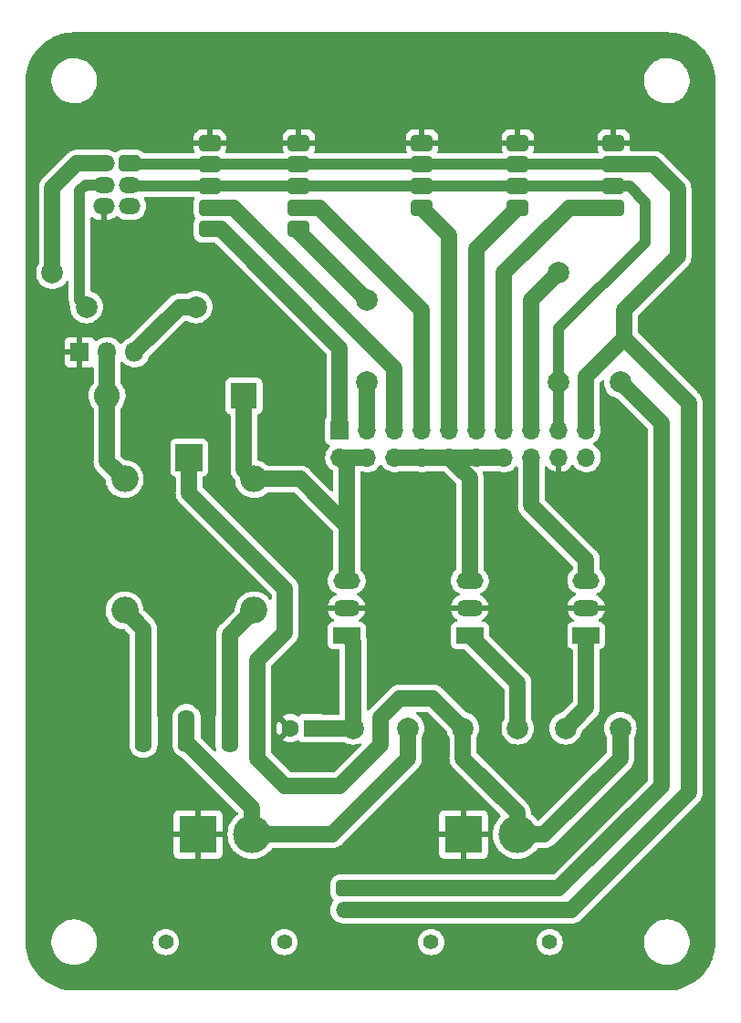
<source format=gbr>
%TF.GenerationSoftware,KiCad,Pcbnew,(6.0.0)*%
%TF.CreationDate,2022-03-06T17:11:13+01:00*%
%TF.ProjectId,Alimentation,416c696d-656e-4746-9174-696f6e2e6b69,rev?*%
%TF.SameCoordinates,Original*%
%TF.FileFunction,Copper,L2,Bot*%
%TF.FilePolarity,Positive*%
%FSLAX46Y46*%
G04 Gerber Fmt 4.6, Leading zero omitted, Abs format (unit mm)*
G04 Created by KiCad (PCBNEW (6.0.0)) date 2022-03-06 17:11:13*
%MOMM*%
%LPD*%
G01*
G04 APERTURE LIST*
G04 Aperture macros list*
%AMRoundRect*
0 Rectangle with rounded corners*
0 $1 Rounding radius*
0 $2 $3 $4 $5 $6 $7 $8 $9 X,Y pos of 4 corners*
0 Add a 4 corners polygon primitive as box body*
4,1,4,$2,$3,$4,$5,$6,$7,$8,$9,$2,$3,0*
0 Add four circle primitives for the rounded corners*
1,1,$1+$1,$2,$3*
1,1,$1+$1,$4,$5*
1,1,$1+$1,$6,$7*
1,1,$1+$1,$8,$9*
0 Add four rect primitives between the rounded corners*
20,1,$1+$1,$2,$3,$4,$5,0*
20,1,$1+$1,$4,$5,$6,$7,0*
20,1,$1+$1,$6,$7,$8,$9,0*
20,1,$1+$1,$8,$9,$2,$3,0*%
G04 Aperture macros list end*
%TA.AperFunction,ComponentPad*%
%ADD10C,2.000000*%
%TD*%
%TA.AperFunction,ComponentPad*%
%ADD11RoundRect,0.312500X0.687500X-0.437500X0.687500X0.437500X-0.687500X0.437500X-0.687500X-0.437500X0*%
%TD*%
%TA.AperFunction,ComponentPad*%
%ADD12O,2.000000X1.500000*%
%TD*%
%TA.AperFunction,ComponentPad*%
%ADD13RoundRect,0.312500X-0.687500X0.437500X-0.687500X-0.437500X0.687500X-0.437500X0.687500X0.437500X0*%
%TD*%
%TA.AperFunction,ComponentPad*%
%ADD14R,2.500000X2.500000*%
%TD*%
%TA.AperFunction,ComponentPad*%
%ADD15O,2.500000X2.500000*%
%TD*%
%TA.AperFunction,ComponentPad*%
%ADD16R,2.500000X1.500000*%
%TD*%
%TA.AperFunction,ComponentPad*%
%ADD17O,2.500000X1.500000*%
%TD*%
%TA.AperFunction,ComponentPad*%
%ADD18R,1.700000X1.700000*%
%TD*%
%TA.AperFunction,ComponentPad*%
%ADD19O,1.700000X1.700000*%
%TD*%
%TA.AperFunction,ComponentPad*%
%ADD20R,2.400000X2.400000*%
%TD*%
%TA.AperFunction,ComponentPad*%
%ADD21O,2.400000X2.400000*%
%TD*%
%TA.AperFunction,ComponentPad*%
%ADD22C,1.400000*%
%TD*%
%TA.AperFunction,ComponentPad*%
%ADD23R,3.500000X3.500000*%
%TD*%
%TA.AperFunction,ComponentPad*%
%ADD24C,3.500000*%
%TD*%
%TA.AperFunction,ComponentPad*%
%ADD25R,1.800000X1.800000*%
%TD*%
%TA.AperFunction,ComponentPad*%
%ADD26O,1.800000X1.800000*%
%TD*%
%TA.AperFunction,ComponentPad*%
%ADD27R,1.600000X1.600000*%
%TD*%
%TA.AperFunction,ComponentPad*%
%ADD28C,1.600000*%
%TD*%
%TA.AperFunction,ComponentPad*%
%ADD29O,1.600000X4.000000*%
%TD*%
%TA.AperFunction,ViaPad*%
%ADD30C,2.000000*%
%TD*%
%TA.AperFunction,Conductor*%
%ADD31C,1.500000*%
%TD*%
%TA.AperFunction,Conductor*%
%ADD32C,1.000000*%
%TD*%
%TA.AperFunction,Conductor*%
%ADD33C,0.600000*%
%TD*%
G04 APERTURE END LIST*
D10*
%TO.P,R1,1*%
%TO.N,Net-(Q1-Pad3)*%
X104267000Y-61468000D03*
%TO.P,R1,2*%
%TO.N,cmd_relais*%
X94107000Y-61468000D03*
%TD*%
D11*
%TO.P,J6,1,Pin_1*%
%TO.N,can_H*%
X98117000Y-48133000D03*
D12*
%TO.P,J6,2,Pin_2*%
%TO.N,5VRPI*%
X95717000Y-48133000D03*
%TO.P,J6,3,Pin_3*%
%TO.N,can_L*%
X98117000Y-50133000D03*
%TO.P,J6,4,Pin_4*%
%TO.N,cmd_relais*%
X95717000Y-50133000D03*
%TO.P,J6,5,Pin_5*%
%TO.N,unconnected-(J6-Pad5)*%
X98117000Y-52133000D03*
%TO.P,J6,6,Pin_6*%
%TO.N,GND*%
X95717000Y-52133000D03*
%TD*%
D13*
%TO.P,J1,1,Pin_1*%
%TO.N,GND*%
X143002000Y-46228000D03*
%TO.P,J1,2,Pin_2*%
%TO.N,can_H*%
X143002000Y-48228000D03*
%TO.P,J1,3,Pin_3*%
%TO.N,can_L*%
X143002000Y-50228000D03*
%TO.P,J1,4,Pin_4*%
%TO.N,5Vout1*%
X143002000Y-52228000D03*
%TD*%
%TO.P,J2,1,Pin_1*%
%TO.N,GND*%
X134112000Y-46228000D03*
%TO.P,J2,2,Pin_2*%
%TO.N,can_H*%
X134112000Y-48228000D03*
%TO.P,J2,3,Pin_3*%
%TO.N,can_L*%
X134112000Y-50228000D03*
%TO.P,J2,4,Pin_4*%
%TO.N,5Vout2*%
X134112000Y-52228000D03*
%TD*%
%TO.P,J3,1,Pin_1*%
%TO.N,GND*%
X125222000Y-46228000D03*
%TO.P,J3,2,Pin_2*%
%TO.N,can_H*%
X125222000Y-48228000D03*
%TO.P,J3,3,Pin_3*%
%TO.N,can_L*%
X125222000Y-50228000D03*
%TO.P,J3,4,Pin_4*%
%TO.N,5Vout3*%
X125222000Y-52228000D03*
%TD*%
%TO.P,J5,1,Pin_1*%
%TO.N,GND*%
X105537000Y-46228000D03*
%TO.P,J5,2,Pin_2*%
%TO.N,can_H*%
X105537000Y-48228000D03*
%TO.P,J5,3,Pin_3*%
%TO.N,can_L*%
X105537000Y-50228000D03*
%TO.P,J5,4,Pin_4*%
%TO.N,5Vout5*%
X105537000Y-52228000D03*
%TO.P,J5,5,Pin_5*%
%TO.N,12Vout2*%
X105537000Y-54228000D03*
%TD*%
%TO.P,J4,1,Pin_1*%
%TO.N,GND*%
X113792000Y-46228000D03*
%TO.P,J4,2,Pin_2*%
%TO.N,can_H*%
X113792000Y-48228000D03*
%TO.P,J4,3,Pin_3*%
%TO.N,can_L*%
X113792000Y-50228000D03*
%TO.P,J4,4,Pin_4*%
%TO.N,5Vout4*%
X113792000Y-52228000D03*
%TO.P,J4,5,Pin_5*%
%TO.N,12Vout1*%
X113792000Y-54228000D03*
%TD*%
D14*
%TO.P,K1,1*%
%TO.N,Vbatt*%
X103632000Y-75438000D03*
D15*
%TO.P,K1,2*%
%TO.N,Net-(D1-Pad2)*%
X97632000Y-77438000D03*
%TO.P,K1,3*%
%TO.N,Net-(K1-Pad3)*%
X97632000Y-89638000D03*
%TO.P,K1,4*%
%TO.N,Net-(K1-Pad4)*%
X109632000Y-89638000D03*
%TO.P,K1,5*%
%TO.N,12V*%
X109632000Y-77438000D03*
%TD*%
D16*
%TO.P,U2,1,Vin*%
%TO.N,Net-(F2-Pad1)*%
X129667000Y-91948000D03*
D17*
%TO.P,U2,2,GND*%
%TO.N,GND*%
X129667000Y-89408000D03*
%TO.P,U2,3,Vout*%
%TO.N,5V*%
X129667000Y-86868000D03*
%TD*%
D16*
%TO.P,U3,1,Vin*%
%TO.N,Net-(C1-Pad1)*%
X118237000Y-91948000D03*
D17*
%TO.P,U3,2,GND*%
%TO.N,GND*%
X118237000Y-89408000D03*
%TO.P,U3,3,Vout*%
%TO.N,12V*%
X118237000Y-86868000D03*
%TD*%
D18*
%TO.P,J7,1,Pin_1*%
%TO.N,12Vout2*%
X117602000Y-72898000D03*
D19*
%TO.P,J7,2,Pin_2*%
%TO.N,12V*%
X117602000Y-75438000D03*
%TO.P,J7,3,Pin_3*%
%TO.N,12Vout1*%
X120142000Y-72898000D03*
%TO.P,J7,4,Pin_4*%
%TO.N,12V*%
X120142000Y-75438000D03*
%TO.P,J7,5,Pin_5*%
%TO.N,5Vout5*%
X122682000Y-72898000D03*
%TO.P,J7,6,Pin_6*%
%TO.N,5V*%
X122682000Y-75438000D03*
%TO.P,J7,7,Pin_7*%
%TO.N,5Vout4*%
X125222000Y-72898000D03*
%TO.P,J7,8,Pin_8*%
%TO.N,5V*%
X125222000Y-75438000D03*
%TO.P,J7,9,Pin_9*%
%TO.N,5Vout3*%
X127762000Y-72898000D03*
%TO.P,J7,10,Pin_10*%
%TO.N,5V*%
X127762000Y-75438000D03*
%TO.P,J7,11,Pin_11*%
%TO.N,5Vout2*%
X130302000Y-72898000D03*
%TO.P,J7,12,Pin_12*%
%TO.N,5V*%
X130302000Y-75438000D03*
%TO.P,J7,13,Pin_13*%
%TO.N,5Vout1*%
X132842000Y-72898000D03*
%TO.P,J7,14,Pin_14*%
%TO.N,5V*%
X132842000Y-75438000D03*
%TO.P,J7,15,Pin_15*%
%TO.N,5VRPI*%
X135382000Y-72898000D03*
%TO.P,J7,16,Pin_16*%
%TO.N,Net-(J7-Pad16)*%
X135382000Y-75438000D03*
%TO.P,J7,17,Pin_17*%
%TO.N,can_L*%
X137922000Y-72898000D03*
%TO.P,J7,18,Pin_18*%
%TO.N,GND*%
X137922000Y-75438000D03*
%TO.P,J7,19,Pin_19*%
%TO.N,can_H*%
X140462000Y-72898000D03*
%TO.P,J7,20,Pin_20*%
%TO.N,unconnected-(J7-Pad20)*%
X140462000Y-75438000D03*
%TD*%
D20*
%TO.P,D1,1,K*%
%TO.N,12V*%
X108712000Y-69723000D03*
D21*
%TO.P,D1,2,A*%
%TO.N,Net-(D1-Pad2)*%
X96012000Y-69723000D03*
%TD*%
D16*
%TO.P,U1,1,Vin*%
%TO.N,Net-(F1-Pad1)*%
X140462000Y-91948000D03*
D17*
%TO.P,U1,2,GND*%
%TO.N,GND*%
X140462000Y-89408000D03*
%TO.P,U1,3,Vout*%
%TO.N,Net-(J7-Pad16)*%
X140462000Y-86868000D03*
%TD*%
D22*
%TO.P,J8,*%
%TO.N,*%
X137072000Y-120448000D03*
X126072000Y-120448000D03*
D23*
%TO.P,J8,1,Pin_1*%
%TO.N,GND*%
X129072000Y-110448000D03*
D24*
%TO.P,J8,2,Pin_2*%
%TO.N,Vbatt*%
X134072000Y-110448000D03*
%TD*%
D22*
%TO.P,J9,*%
%TO.N,*%
X112452000Y-120448000D03*
X101452000Y-120448000D03*
D23*
%TO.P,J9,1,Pin_1*%
%TO.N,GND*%
X104452000Y-110448000D03*
D24*
%TO.P,J9,2,Pin_2*%
%TO.N,VbattRelay*%
X109452000Y-110448000D03*
%TD*%
D25*
%TO.P,Q1,1,E*%
%TO.N,GND*%
X93472000Y-65653000D03*
D26*
%TO.P,Q1,2,C*%
%TO.N,Net-(D1-Pad2)*%
X96012000Y-65653000D03*
%TO.P,Q1,3,B*%
%TO.N,Net-(Q1-Pad3)*%
X98552000Y-65653000D03*
%TD*%
D13*
%TO.P,J10,1,Pin_1*%
%TO.N,can_L*%
X118237000Y-115443000D03*
D12*
%TO.P,J10,2,Pin_2*%
%TO.N,can_H*%
X118237000Y-117443000D03*
%TD*%
D10*
%TO.P,F2,1*%
%TO.N,Net-(F2-Pad1)*%
X134112000Y-100584000D03*
%TO.P,F2,2*%
%TO.N,Vbatt*%
X129032000Y-100584000D03*
%TD*%
D27*
%TO.P,C1,1*%
%TO.N,Net-(C1-Pad1)*%
X115001113Y-100584000D03*
D28*
%TO.P,C1,2*%
%TO.N,GND*%
X113001113Y-100584000D03*
%TD*%
D29*
%TO.P,SW1,1,A*%
%TO.N,Net-(K1-Pad3)*%
X99378000Y-100838000D03*
%TO.P,SW1,2,B*%
%TO.N,VbattRelay*%
X103378000Y-100838000D03*
%TO.P,SW1,3,C*%
%TO.N,Net-(K1-Pad4)*%
X107378000Y-100838000D03*
%TD*%
D10*
%TO.P,F3,1*%
%TO.N,Net-(C1-Pad1)*%
X118862000Y-100584000D03*
%TO.P,F3,2*%
%TO.N,VbattRelay*%
X123942000Y-100584000D03*
%TD*%
%TO.P,F1,1*%
%TO.N,Net-(F1-Pad1)*%
X138547000Y-100584000D03*
%TO.P,F1,2*%
%TO.N,Vbatt*%
X143627000Y-100584000D03*
%TD*%
D30*
%TO.N,can_L*%
X143637000Y-68453000D03*
X137922000Y-68453000D03*
%TO.N,12Vout1*%
X120142000Y-68453000D03*
X120142000Y-60833000D03*
%TO.N,5VRPI*%
X137922000Y-58293000D03*
X90932000Y-58293000D03*
%TD*%
D31*
%TO.N,5Vout1*%
X138907000Y-52228000D02*
X143002000Y-52228000D01*
X132842000Y-58293000D02*
X138907000Y-52228000D01*
X132842000Y-72898000D02*
X132842000Y-58293000D01*
D32*
%TO.N,can_L*%
X112522000Y-50228000D02*
X104902000Y-50228000D01*
X134112000Y-50228000D02*
X125222000Y-50228000D01*
D31*
X118237000Y-115443000D02*
X137922000Y-115443000D01*
D32*
X137922000Y-72898000D02*
X137922000Y-63478000D01*
X145952000Y-51718000D02*
X144462000Y-50228000D01*
X105537000Y-50228000D02*
X98012000Y-50228000D01*
D31*
X147447000Y-105918000D02*
X147447000Y-72263000D01*
D32*
X125222000Y-50228000D02*
X112522000Y-50228000D01*
X144462000Y-50228000D02*
X143002000Y-50228000D01*
X143002000Y-50228000D02*
X134112000Y-50228000D01*
D31*
X137922000Y-115443000D02*
X147447000Y-105918000D01*
X147447000Y-72263000D02*
X143637000Y-68453000D01*
D32*
X145952000Y-55448000D02*
X145952000Y-51718000D01*
X137922000Y-63478000D02*
X145952000Y-55448000D01*
%TO.N,can_H*%
X134112000Y-48228000D02*
X143002000Y-48228000D01*
D31*
X144014500Y-61725500D02*
X144014500Y-64385500D01*
X148952000Y-50448000D02*
X148952000Y-56788000D01*
X139097000Y-117443000D02*
X149987000Y-106553000D01*
D32*
X125222000Y-48228000D02*
X133730517Y-48228000D01*
D31*
X148952000Y-56788000D02*
X144014500Y-61725500D01*
D32*
X125222000Y-48228000D02*
X112522000Y-48228000D01*
D31*
X143002000Y-48228000D02*
X146732000Y-48228000D01*
D33*
X133730517Y-48228000D02*
X134112000Y-48228000D01*
D31*
X118237000Y-117443000D02*
X139097000Y-117443000D01*
X146732000Y-48228000D02*
X148952000Y-50448000D01*
X149987000Y-70358000D02*
X144014500Y-64385500D01*
X144014500Y-64385500D02*
X140462000Y-67938000D01*
D32*
X105537000Y-48228000D02*
X98086520Y-48228000D01*
X112522000Y-48228000D02*
X105537000Y-48228000D01*
D31*
X140462000Y-67938000D02*
X140462000Y-72898000D01*
X149987000Y-106553000D02*
X149987000Y-70358000D01*
%TO.N,5Vout2*%
X130302000Y-72898000D02*
X130302000Y-56038000D01*
X130302000Y-56038000D02*
X134112000Y-52228000D01*
%TO.N,5Vout3*%
X127762000Y-72898000D02*
X127762000Y-54768000D01*
X127762000Y-54768000D02*
X125222000Y-52228000D01*
%TO.N,12Vout1*%
X113792000Y-54228000D02*
X113792000Y-54483000D01*
X120142000Y-72898000D02*
X120142000Y-68453000D01*
X113792000Y-54483000D02*
X120142000Y-60833000D01*
D32*
%TO.N,cmd_relais*%
X94012000Y-50133000D02*
X93472000Y-50673000D01*
X95917000Y-50133000D02*
X94012000Y-50133000D01*
X93472000Y-60833000D02*
X94107000Y-61468000D01*
X93472000Y-50673000D02*
X93472000Y-60833000D01*
D31*
%TO.N,5VRPI*%
X135382000Y-60833000D02*
X137922000Y-58293000D01*
X135382000Y-72898000D02*
X135382000Y-60833000D01*
X93187000Y-48133000D02*
X90932000Y-50388000D01*
X95917000Y-48133000D02*
X93187000Y-48133000D01*
X90932000Y-50388000D02*
X90932000Y-58293000D01*
%TO.N,12Vout2*%
X117602000Y-65278000D02*
X106552000Y-54228000D01*
X117602000Y-72898000D02*
X117602000Y-65278000D01*
X106552000Y-54228000D02*
X105537000Y-54228000D01*
D33*
%TO.N,5V*%
X125222000Y-75438000D02*
X122682000Y-75438000D01*
X132842000Y-75438000D02*
X130302000Y-75438000D01*
X127762000Y-75438000D02*
X125222000Y-75438000D01*
D31*
X122682000Y-75438000D02*
X132842000Y-75438000D01*
X129667000Y-86868000D02*
X129667000Y-77343000D01*
D33*
X130302000Y-75438000D02*
X127762000Y-75438000D01*
D31*
X129667000Y-77343000D02*
X127762000Y-75438000D01*
%TO.N,VbattRelay*%
X123942000Y-100584000D02*
X123942000Y-103388000D01*
X116882000Y-110448000D02*
X109452000Y-110448000D01*
X103378000Y-100838000D02*
X103378000Y-101874000D01*
X103378000Y-101874000D02*
X108952000Y-107448000D01*
X123942000Y-103388000D02*
X116882000Y-110448000D01*
X109452000Y-110448000D02*
X109452000Y-107948000D01*
X109452000Y-107948000D02*
X108952000Y-107448000D01*
%TO.N,Net-(D1-Pad2)*%
X96012000Y-69723000D02*
X96012000Y-75818000D01*
X96012000Y-65653000D02*
X96012000Y-69723000D01*
X96012000Y-75818000D02*
X97632000Y-77438000D01*
%TO.N,Vbatt*%
X134072000Y-108418000D02*
X129032000Y-103378000D01*
X121412000Y-99568000D02*
X121412000Y-102108000D01*
X121412000Y-102108000D02*
X117602000Y-105918000D01*
X112522000Y-87630000D02*
X103632000Y-78740000D01*
X126238000Y-97790000D02*
X123190000Y-97790000D01*
X117602000Y-105918000D02*
X112522000Y-105918000D01*
X109982000Y-94234000D02*
X112522000Y-91694000D01*
X134072000Y-110448000D02*
X134072000Y-108418000D01*
X112522000Y-105918000D02*
X109982000Y-103378000D01*
X103632000Y-78740000D02*
X103632000Y-75438000D01*
X129032000Y-100584000D02*
X126238000Y-97790000D01*
X143627000Y-100584000D02*
X143627000Y-103388000D01*
X136567000Y-110448000D02*
X134072000Y-110448000D01*
X109982000Y-103378000D02*
X109982000Y-94234000D01*
X112522000Y-91694000D02*
X112522000Y-87630000D01*
X129032000Y-103378000D02*
X129032000Y-100584000D01*
X143627000Y-103388000D02*
X136567000Y-110448000D01*
X123190000Y-97790000D02*
X121412000Y-99568000D01*
%TO.N,12V*%
X118237000Y-81788000D02*
X118237000Y-76073000D01*
X108712000Y-76518000D02*
X109632000Y-77438000D01*
X108712000Y-69723000D02*
X108712000Y-76518000D01*
X117602000Y-75438000D02*
X120142000Y-75438000D01*
X118237000Y-86868000D02*
X118237000Y-81788000D01*
X109632000Y-77438000D02*
X113887000Y-77438000D01*
X113887000Y-77438000D02*
X118237000Y-81788000D01*
X118237000Y-76073000D02*
X117602000Y-75438000D01*
%TO.N,5Vout4*%
X115732000Y-52228000D02*
X113792000Y-52228000D01*
X125222000Y-72898000D02*
X125222000Y-61718000D01*
X125222000Y-61718000D02*
X115732000Y-52228000D01*
%TO.N,5Vout5*%
X122682000Y-67183000D02*
X107727000Y-52228000D01*
X122682000Y-69723000D02*
X122682000Y-67183000D01*
X122682000Y-68453000D02*
X122682000Y-67898000D01*
X122682000Y-72898000D02*
X122682000Y-69723000D01*
X107727000Y-52228000D02*
X105537000Y-52228000D01*
X122682000Y-69723000D02*
X122682000Y-68453000D01*
%TO.N,Net-(J7-Pad16)*%
X140462000Y-86868000D02*
X140462000Y-84963000D01*
X140462000Y-84963000D02*
X135382000Y-79883000D01*
X135382000Y-79883000D02*
X135382000Y-75438000D01*
%TO.N,Net-(Q1-Pad3)*%
X102737000Y-61468000D02*
X98552000Y-65653000D01*
X104267000Y-61468000D02*
X102737000Y-61468000D01*
%TO.N,Net-(C1-Pad1)*%
X118862000Y-100584000D02*
X118862000Y-92573000D01*
X118862000Y-92573000D02*
X118237000Y-91948000D01*
X118862000Y-100584000D02*
X115001113Y-100584000D01*
%TO.N,Net-(F1-Pad1)*%
X140462000Y-91948000D02*
X140462000Y-98669000D01*
X140462000Y-98669000D02*
X138547000Y-100584000D01*
%TO.N,Net-(F2-Pad1)*%
X134112000Y-96393000D02*
X129667000Y-91948000D01*
X134112000Y-100584000D02*
X134112000Y-96393000D01*
%TO.N,Net-(K1-Pad3)*%
X97632000Y-89638000D02*
X99378000Y-91384000D01*
X99378000Y-91384000D02*
X99378000Y-100838000D01*
%TO.N,Net-(K1-Pad4)*%
X107378000Y-91892000D02*
X109632000Y-89638000D01*
X107378000Y-100838000D02*
X107378000Y-91892000D01*
%TD*%
%TA.AperFunction,Conductor*%
%TO.N,GND*%
G36*
X147922057Y-35957500D02*
G01*
X147936858Y-35959805D01*
X147936861Y-35959805D01*
X147945730Y-35961186D01*
X147966158Y-35958515D01*
X147987983Y-35957571D01*
X148338007Y-35972853D01*
X148348958Y-35973811D01*
X148726579Y-36023527D01*
X148737403Y-36025436D01*
X149109243Y-36107870D01*
X149119860Y-36110715D01*
X149483110Y-36225248D01*
X149493425Y-36229001D01*
X149845334Y-36374766D01*
X149855269Y-36379399D01*
X150193128Y-36555278D01*
X150202637Y-36560768D01*
X150523860Y-36765410D01*
X150532864Y-36771714D01*
X150835043Y-37003583D01*
X150843463Y-37010649D01*
X151124268Y-37267959D01*
X151132041Y-37275732D01*
X151389351Y-37556537D01*
X151396417Y-37564957D01*
X151628286Y-37867136D01*
X151634590Y-37876140D01*
X151839232Y-38197363D01*
X151844722Y-38206872D01*
X152020601Y-38544731D01*
X152025234Y-38554666D01*
X152134963Y-38819577D01*
X152170996Y-38906568D01*
X152174752Y-38916890D01*
X152202401Y-39004579D01*
X152289285Y-39280139D01*
X152292130Y-39290757D01*
X152374564Y-39662597D01*
X152376473Y-39673421D01*
X152426189Y-40051042D01*
X152427147Y-40061993D01*
X152442104Y-40404583D01*
X152440724Y-40429461D01*
X152438814Y-40441730D01*
X152440638Y-40455678D01*
X152442936Y-40473251D01*
X152444000Y-40489589D01*
X152444000Y-120398672D01*
X152442500Y-120418056D01*
X152438814Y-120441730D01*
X152441485Y-120462158D01*
X152442429Y-120483983D01*
X152435042Y-120653175D01*
X152427147Y-120834007D01*
X152426189Y-120844957D01*
X152423454Y-120865734D01*
X152376473Y-121222579D01*
X152374564Y-121233403D01*
X152292130Y-121605243D01*
X152289285Y-121615860D01*
X152200434Y-121897661D01*
X152174755Y-121979103D01*
X152170999Y-121989425D01*
X152128137Y-122092904D01*
X152025238Y-122341325D01*
X152020601Y-122351269D01*
X151844722Y-122689128D01*
X151839232Y-122698637D01*
X151634590Y-123019860D01*
X151628286Y-123028864D01*
X151396417Y-123331043D01*
X151389351Y-123339463D01*
X151132041Y-123620268D01*
X151124268Y-123628041D01*
X150843463Y-123885351D01*
X150835043Y-123892417D01*
X150532864Y-124124286D01*
X150523860Y-124130590D01*
X150202637Y-124335232D01*
X150193128Y-124340722D01*
X149855269Y-124516601D01*
X149845334Y-124521234D01*
X149493425Y-124666999D01*
X149483110Y-124670752D01*
X149119861Y-124785285D01*
X149109243Y-124788130D01*
X148737403Y-124870564D01*
X148726579Y-124872473D01*
X148348958Y-124922189D01*
X148338007Y-124923147D01*
X147995417Y-124938104D01*
X147970539Y-124936724D01*
X147970160Y-124936665D01*
X147958270Y-124934814D01*
X147926749Y-124938936D01*
X147910411Y-124940000D01*
X93001328Y-124940000D01*
X92981943Y-124938500D01*
X92967142Y-124936195D01*
X92967139Y-124936195D01*
X92958270Y-124934814D01*
X92937842Y-124937485D01*
X92916017Y-124938429D01*
X92565993Y-124923147D01*
X92555042Y-124922189D01*
X92177421Y-124872473D01*
X92166597Y-124870564D01*
X91794757Y-124788130D01*
X91784139Y-124785285D01*
X91420890Y-124670752D01*
X91410575Y-124666999D01*
X91058666Y-124521234D01*
X91048731Y-124516601D01*
X90710872Y-124340722D01*
X90701363Y-124335232D01*
X90380140Y-124130590D01*
X90371136Y-124124286D01*
X90068957Y-123892417D01*
X90060537Y-123885351D01*
X89779732Y-123628041D01*
X89771959Y-123620268D01*
X89514649Y-123339463D01*
X89507583Y-123331043D01*
X89275714Y-123028864D01*
X89269410Y-123019860D01*
X89064768Y-122698637D01*
X89059278Y-122689128D01*
X88883399Y-122351269D01*
X88878762Y-122341325D01*
X88775864Y-122092904D01*
X88733001Y-121989425D01*
X88729245Y-121979103D01*
X88703567Y-121897661D01*
X88614715Y-121615860D01*
X88611870Y-121605243D01*
X88529436Y-121233403D01*
X88527527Y-121222579D01*
X88477811Y-120844957D01*
X88476853Y-120834006D01*
X88466943Y-120607036D01*
X88465793Y-120580703D01*
X90842743Y-120580703D01*
X90843302Y-120584947D01*
X90843302Y-120584951D01*
X90853705Y-120663970D01*
X90880268Y-120865734D01*
X90956129Y-121143036D01*
X90957813Y-121146984D01*
X91057400Y-121380460D01*
X91068923Y-121407476D01*
X91216561Y-121654161D01*
X91396313Y-121878528D01*
X91604851Y-122076423D01*
X91838317Y-122244186D01*
X91842112Y-122246195D01*
X91842113Y-122246196D01*
X91863869Y-122257715D01*
X92092392Y-122378712D01*
X92362373Y-122477511D01*
X92643264Y-122538755D01*
X92671841Y-122541004D01*
X92866282Y-122556307D01*
X92866291Y-122556307D01*
X92868739Y-122556500D01*
X93024271Y-122556500D01*
X93026407Y-122556354D01*
X93026418Y-122556354D01*
X93234548Y-122542165D01*
X93234554Y-122542164D01*
X93238825Y-122541873D01*
X93243020Y-122541004D01*
X93243022Y-122541004D01*
X93379584Y-122512723D01*
X93520342Y-122483574D01*
X93791343Y-122387607D01*
X94046812Y-122255750D01*
X94050313Y-122253289D01*
X94050317Y-122253287D01*
X94164418Y-122173095D01*
X94282023Y-122090441D01*
X94360403Y-122017606D01*
X94489479Y-121897661D01*
X94489481Y-121897658D01*
X94492622Y-121894740D01*
X94674713Y-121672268D01*
X94824927Y-121427142D01*
X94848516Y-121373406D01*
X94938757Y-121167830D01*
X94940483Y-121163898D01*
X95019244Y-120887406D01*
X95059751Y-120602784D01*
X95059845Y-120584951D01*
X95060562Y-120448000D01*
X100238884Y-120448000D01*
X100257314Y-120658655D01*
X100258738Y-120663968D01*
X100258738Y-120663970D01*
X100307234Y-120844957D01*
X100312044Y-120862910D01*
X100314366Y-120867891D01*
X100314367Y-120867892D01*
X100325392Y-120891534D01*
X100401411Y-121054558D01*
X100522699Y-121227776D01*
X100672224Y-121377301D01*
X100845442Y-121498589D01*
X100850420Y-121500910D01*
X100850423Y-121500912D01*
X101032108Y-121585633D01*
X101037090Y-121587956D01*
X101042398Y-121589378D01*
X101042400Y-121589379D01*
X101236030Y-121641262D01*
X101236032Y-121641262D01*
X101241345Y-121642686D01*
X101452000Y-121661116D01*
X101662655Y-121642686D01*
X101667968Y-121641262D01*
X101667970Y-121641262D01*
X101861600Y-121589379D01*
X101861602Y-121589378D01*
X101866910Y-121587956D01*
X101871892Y-121585633D01*
X102053577Y-121500912D01*
X102053580Y-121500910D01*
X102058558Y-121498589D01*
X102231776Y-121377301D01*
X102381301Y-121227776D01*
X102502589Y-121054558D01*
X102578609Y-120891534D01*
X102589633Y-120867892D01*
X102589634Y-120867891D01*
X102591956Y-120862910D01*
X102596767Y-120844957D01*
X102645262Y-120663970D01*
X102645262Y-120663968D01*
X102646686Y-120658655D01*
X102665116Y-120448000D01*
X111238884Y-120448000D01*
X111257314Y-120658655D01*
X111258738Y-120663968D01*
X111258738Y-120663970D01*
X111307234Y-120844957D01*
X111312044Y-120862910D01*
X111314366Y-120867891D01*
X111314367Y-120867892D01*
X111325392Y-120891534D01*
X111401411Y-121054558D01*
X111522699Y-121227776D01*
X111672224Y-121377301D01*
X111845442Y-121498589D01*
X111850420Y-121500910D01*
X111850423Y-121500912D01*
X112032108Y-121585633D01*
X112037090Y-121587956D01*
X112042398Y-121589378D01*
X112042400Y-121589379D01*
X112236030Y-121641262D01*
X112236032Y-121641262D01*
X112241345Y-121642686D01*
X112452000Y-121661116D01*
X112662655Y-121642686D01*
X112667968Y-121641262D01*
X112667970Y-121641262D01*
X112861600Y-121589379D01*
X112861602Y-121589378D01*
X112866910Y-121587956D01*
X112871892Y-121585633D01*
X113053577Y-121500912D01*
X113053580Y-121500910D01*
X113058558Y-121498589D01*
X113231776Y-121377301D01*
X113381301Y-121227776D01*
X113502589Y-121054558D01*
X113578609Y-120891534D01*
X113589633Y-120867892D01*
X113589634Y-120867891D01*
X113591956Y-120862910D01*
X113596767Y-120844957D01*
X113645262Y-120663970D01*
X113645262Y-120663968D01*
X113646686Y-120658655D01*
X113665116Y-120448000D01*
X124858884Y-120448000D01*
X124877314Y-120658655D01*
X124878738Y-120663968D01*
X124878738Y-120663970D01*
X124927234Y-120844957D01*
X124932044Y-120862910D01*
X124934366Y-120867891D01*
X124934367Y-120867892D01*
X124945392Y-120891534D01*
X125021411Y-121054558D01*
X125142699Y-121227776D01*
X125292224Y-121377301D01*
X125465442Y-121498589D01*
X125470420Y-121500910D01*
X125470423Y-121500912D01*
X125652108Y-121585633D01*
X125657090Y-121587956D01*
X125662398Y-121589378D01*
X125662400Y-121589379D01*
X125856030Y-121641262D01*
X125856032Y-121641262D01*
X125861345Y-121642686D01*
X126072000Y-121661116D01*
X126282655Y-121642686D01*
X126287968Y-121641262D01*
X126287970Y-121641262D01*
X126481600Y-121589379D01*
X126481602Y-121589378D01*
X126486910Y-121587956D01*
X126491892Y-121585633D01*
X126673577Y-121500912D01*
X126673580Y-121500910D01*
X126678558Y-121498589D01*
X126851776Y-121377301D01*
X127001301Y-121227776D01*
X127122589Y-121054558D01*
X127198609Y-120891534D01*
X127209633Y-120867892D01*
X127209634Y-120867891D01*
X127211956Y-120862910D01*
X127216767Y-120844957D01*
X127265262Y-120663970D01*
X127265262Y-120663968D01*
X127266686Y-120658655D01*
X127285116Y-120448000D01*
X135858884Y-120448000D01*
X135877314Y-120658655D01*
X135878738Y-120663968D01*
X135878738Y-120663970D01*
X135927234Y-120844957D01*
X135932044Y-120862910D01*
X135934366Y-120867891D01*
X135934367Y-120867892D01*
X135945392Y-120891534D01*
X136021411Y-121054558D01*
X136142699Y-121227776D01*
X136292224Y-121377301D01*
X136465442Y-121498589D01*
X136470420Y-121500910D01*
X136470423Y-121500912D01*
X136652108Y-121585633D01*
X136657090Y-121587956D01*
X136662398Y-121589378D01*
X136662400Y-121589379D01*
X136856030Y-121641262D01*
X136856032Y-121641262D01*
X136861345Y-121642686D01*
X137072000Y-121661116D01*
X137282655Y-121642686D01*
X137287968Y-121641262D01*
X137287970Y-121641262D01*
X137481600Y-121589379D01*
X137481602Y-121589378D01*
X137486910Y-121587956D01*
X137491892Y-121585633D01*
X137673577Y-121500912D01*
X137673580Y-121500910D01*
X137678558Y-121498589D01*
X137851776Y-121377301D01*
X138001301Y-121227776D01*
X138122589Y-121054558D01*
X138198609Y-120891534D01*
X138209633Y-120867892D01*
X138209634Y-120867891D01*
X138211956Y-120862910D01*
X138216767Y-120844957D01*
X138265262Y-120663970D01*
X138265262Y-120663968D01*
X138266686Y-120658655D01*
X138273506Y-120580703D01*
X145842743Y-120580703D01*
X145843302Y-120584947D01*
X145843302Y-120584951D01*
X145853705Y-120663970D01*
X145880268Y-120865734D01*
X145956129Y-121143036D01*
X145957813Y-121146984D01*
X146057400Y-121380460D01*
X146068923Y-121407476D01*
X146216561Y-121654161D01*
X146396313Y-121878528D01*
X146604851Y-122076423D01*
X146838317Y-122244186D01*
X146842112Y-122246195D01*
X146842113Y-122246196D01*
X146863869Y-122257715D01*
X147092392Y-122378712D01*
X147362373Y-122477511D01*
X147643264Y-122538755D01*
X147671841Y-122541004D01*
X147866282Y-122556307D01*
X147866291Y-122556307D01*
X147868739Y-122556500D01*
X148024271Y-122556500D01*
X148026407Y-122556354D01*
X148026418Y-122556354D01*
X148234548Y-122542165D01*
X148234554Y-122542164D01*
X148238825Y-122541873D01*
X148243020Y-122541004D01*
X148243022Y-122541004D01*
X148379584Y-122512723D01*
X148520342Y-122483574D01*
X148791343Y-122387607D01*
X149046812Y-122255750D01*
X149050313Y-122253289D01*
X149050317Y-122253287D01*
X149164417Y-122173096D01*
X149282023Y-122090441D01*
X149360403Y-122017606D01*
X149489479Y-121897661D01*
X149489481Y-121897658D01*
X149492622Y-121894740D01*
X149674713Y-121672268D01*
X149824927Y-121427142D01*
X149848516Y-121373406D01*
X149938757Y-121167830D01*
X149940483Y-121163898D01*
X150019244Y-120887406D01*
X150059751Y-120602784D01*
X150059845Y-120584951D01*
X150061235Y-120319583D01*
X150061235Y-120319576D01*
X150061257Y-120315297D01*
X150050995Y-120237345D01*
X150024292Y-120034522D01*
X150023732Y-120030266D01*
X149947871Y-119752964D01*
X149847948Y-119518699D01*
X149836763Y-119492476D01*
X149836761Y-119492472D01*
X149835077Y-119488524D01*
X149687439Y-119241839D01*
X149507687Y-119017472D01*
X149299149Y-118819577D01*
X149065683Y-118651814D01*
X149052327Y-118644742D01*
X148947596Y-118589290D01*
X148811608Y-118517288D01*
X148626328Y-118449485D01*
X148545658Y-118419964D01*
X148545656Y-118419963D01*
X148541627Y-118418489D01*
X148260736Y-118357245D01*
X148229685Y-118354801D01*
X148037718Y-118339693D01*
X148037709Y-118339693D01*
X148035261Y-118339500D01*
X147879729Y-118339500D01*
X147877593Y-118339646D01*
X147877582Y-118339646D01*
X147669452Y-118353835D01*
X147669446Y-118353836D01*
X147665175Y-118354127D01*
X147660980Y-118354996D01*
X147660978Y-118354996D01*
X147524417Y-118383276D01*
X147383658Y-118412426D01*
X147112657Y-118508393D01*
X147108848Y-118510359D01*
X146882207Y-118627337D01*
X146857188Y-118640250D01*
X146853687Y-118642711D01*
X146853683Y-118642713D01*
X146764376Y-118705479D01*
X146621977Y-118805559D01*
X146411378Y-119001260D01*
X146229287Y-119223732D01*
X146079073Y-119468858D01*
X146077347Y-119472791D01*
X146077346Y-119472792D01*
X145993267Y-119664329D01*
X145963517Y-119732102D01*
X145884756Y-120008594D01*
X145844249Y-120293216D01*
X145844227Y-120297505D01*
X145844226Y-120297512D01*
X145843191Y-120495173D01*
X145842743Y-120580703D01*
X138273506Y-120580703D01*
X138285116Y-120448000D01*
X138266686Y-120237345D01*
X138211956Y-120033090D01*
X138200533Y-120008594D01*
X138124912Y-119846423D01*
X138124910Y-119846420D01*
X138122589Y-119841442D01*
X138001301Y-119668224D01*
X137851776Y-119518699D01*
X137678558Y-119397411D01*
X137673580Y-119395090D01*
X137673577Y-119395088D01*
X137491892Y-119310367D01*
X137491891Y-119310366D01*
X137486910Y-119308044D01*
X137481602Y-119306622D01*
X137481600Y-119306621D01*
X137287970Y-119254738D01*
X137287968Y-119254738D01*
X137282655Y-119253314D01*
X137072000Y-119234884D01*
X136861345Y-119253314D01*
X136856032Y-119254738D01*
X136856030Y-119254738D01*
X136662400Y-119306621D01*
X136662398Y-119306622D01*
X136657090Y-119308044D01*
X136652109Y-119310366D01*
X136652108Y-119310367D01*
X136470423Y-119395088D01*
X136470420Y-119395090D01*
X136465442Y-119397411D01*
X136292224Y-119518699D01*
X136142699Y-119668224D01*
X136021411Y-119841442D01*
X136019090Y-119846420D01*
X136019088Y-119846423D01*
X135943467Y-120008594D01*
X135932044Y-120033090D01*
X135877314Y-120237345D01*
X135858884Y-120448000D01*
X127285116Y-120448000D01*
X127266686Y-120237345D01*
X127211956Y-120033090D01*
X127200533Y-120008594D01*
X127124912Y-119846423D01*
X127124910Y-119846420D01*
X127122589Y-119841442D01*
X127001301Y-119668224D01*
X126851776Y-119518699D01*
X126678558Y-119397411D01*
X126673580Y-119395090D01*
X126673577Y-119395088D01*
X126491892Y-119310367D01*
X126491891Y-119310366D01*
X126486910Y-119308044D01*
X126481602Y-119306622D01*
X126481600Y-119306621D01*
X126287970Y-119254738D01*
X126287968Y-119254738D01*
X126282655Y-119253314D01*
X126072000Y-119234884D01*
X125861345Y-119253314D01*
X125856032Y-119254738D01*
X125856030Y-119254738D01*
X125662400Y-119306621D01*
X125662398Y-119306622D01*
X125657090Y-119308044D01*
X125652109Y-119310366D01*
X125652108Y-119310367D01*
X125470423Y-119395088D01*
X125470420Y-119395090D01*
X125465442Y-119397411D01*
X125292224Y-119518699D01*
X125142699Y-119668224D01*
X125021411Y-119841442D01*
X125019090Y-119846420D01*
X125019088Y-119846423D01*
X124943467Y-120008594D01*
X124932044Y-120033090D01*
X124877314Y-120237345D01*
X124858884Y-120448000D01*
X113665116Y-120448000D01*
X113646686Y-120237345D01*
X113591956Y-120033090D01*
X113580533Y-120008594D01*
X113504912Y-119846423D01*
X113504910Y-119846420D01*
X113502589Y-119841442D01*
X113381301Y-119668224D01*
X113231776Y-119518699D01*
X113058558Y-119397411D01*
X113053580Y-119395090D01*
X113053577Y-119395088D01*
X112871892Y-119310367D01*
X112871891Y-119310366D01*
X112866910Y-119308044D01*
X112861602Y-119306622D01*
X112861600Y-119306621D01*
X112667970Y-119254738D01*
X112667968Y-119254738D01*
X112662655Y-119253314D01*
X112452000Y-119234884D01*
X112241345Y-119253314D01*
X112236032Y-119254738D01*
X112236030Y-119254738D01*
X112042400Y-119306621D01*
X112042398Y-119306622D01*
X112037090Y-119308044D01*
X112032109Y-119310366D01*
X112032108Y-119310367D01*
X111850423Y-119395088D01*
X111850420Y-119395090D01*
X111845442Y-119397411D01*
X111672224Y-119518699D01*
X111522699Y-119668224D01*
X111401411Y-119841442D01*
X111399090Y-119846420D01*
X111399088Y-119846423D01*
X111323467Y-120008594D01*
X111312044Y-120033090D01*
X111257314Y-120237345D01*
X111238884Y-120448000D01*
X102665116Y-120448000D01*
X102646686Y-120237345D01*
X102591956Y-120033090D01*
X102580533Y-120008594D01*
X102504912Y-119846423D01*
X102504910Y-119846420D01*
X102502589Y-119841442D01*
X102381301Y-119668224D01*
X102231776Y-119518699D01*
X102058558Y-119397411D01*
X102053580Y-119395090D01*
X102053577Y-119395088D01*
X101871892Y-119310367D01*
X101871891Y-119310366D01*
X101866910Y-119308044D01*
X101861602Y-119306622D01*
X101861600Y-119306621D01*
X101667970Y-119254738D01*
X101667968Y-119254738D01*
X101662655Y-119253314D01*
X101452000Y-119234884D01*
X101241345Y-119253314D01*
X101236032Y-119254738D01*
X101236030Y-119254738D01*
X101042400Y-119306621D01*
X101042398Y-119306622D01*
X101037090Y-119308044D01*
X101032109Y-119310366D01*
X101032108Y-119310367D01*
X100850423Y-119395088D01*
X100850420Y-119395090D01*
X100845442Y-119397411D01*
X100672224Y-119518699D01*
X100522699Y-119668224D01*
X100401411Y-119841442D01*
X100399090Y-119846420D01*
X100399088Y-119846423D01*
X100323467Y-120008594D01*
X100312044Y-120033090D01*
X100257314Y-120237345D01*
X100238884Y-120448000D01*
X95060562Y-120448000D01*
X95061235Y-120319583D01*
X95061235Y-120319576D01*
X95061257Y-120315297D01*
X95050995Y-120237345D01*
X95024292Y-120034522D01*
X95023732Y-120030266D01*
X94947871Y-119752964D01*
X94847948Y-119518699D01*
X94836763Y-119492476D01*
X94836761Y-119492472D01*
X94835077Y-119488524D01*
X94687439Y-119241839D01*
X94507687Y-119017472D01*
X94299149Y-118819577D01*
X94065683Y-118651814D01*
X94052327Y-118644742D01*
X93947596Y-118589290D01*
X93811608Y-118517288D01*
X93626328Y-118449485D01*
X93545658Y-118419964D01*
X93545656Y-118419963D01*
X93541627Y-118418489D01*
X93260736Y-118357245D01*
X93229685Y-118354801D01*
X93037718Y-118339693D01*
X93037709Y-118339693D01*
X93035261Y-118339500D01*
X92879729Y-118339500D01*
X92877593Y-118339646D01*
X92877582Y-118339646D01*
X92669452Y-118353835D01*
X92669446Y-118353836D01*
X92665175Y-118354127D01*
X92660980Y-118354996D01*
X92660978Y-118354996D01*
X92524417Y-118383276D01*
X92383658Y-118412426D01*
X92112657Y-118508393D01*
X92108848Y-118510359D01*
X91882207Y-118627337D01*
X91857188Y-118640250D01*
X91853687Y-118642711D01*
X91853683Y-118642713D01*
X91764376Y-118705479D01*
X91621977Y-118805559D01*
X91411378Y-119001260D01*
X91229287Y-119223732D01*
X91079073Y-119468858D01*
X91077347Y-119472791D01*
X91077346Y-119472792D01*
X90993267Y-119664329D01*
X90963517Y-119732102D01*
X90884756Y-120008594D01*
X90844249Y-120293216D01*
X90844227Y-120297505D01*
X90844226Y-120297512D01*
X90843191Y-120495173D01*
X90842743Y-120580703D01*
X88465793Y-120580703D01*
X88462059Y-120495172D01*
X88463686Y-120468769D01*
X88464263Y-120465342D01*
X88464263Y-120465340D01*
X88465071Y-120460539D01*
X88465224Y-120448000D01*
X88461273Y-120420412D01*
X88460000Y-120402549D01*
X88460000Y-112242669D01*
X102194001Y-112242669D01*
X102194371Y-112249490D01*
X102199895Y-112300352D01*
X102203521Y-112315604D01*
X102248676Y-112436054D01*
X102257214Y-112451649D01*
X102333715Y-112553724D01*
X102346276Y-112566285D01*
X102448351Y-112642786D01*
X102463946Y-112651324D01*
X102584394Y-112696478D01*
X102599649Y-112700105D01*
X102650514Y-112705631D01*
X102657328Y-112706000D01*
X104179885Y-112706000D01*
X104195124Y-112701525D01*
X104196329Y-112700135D01*
X104198000Y-112692452D01*
X104198000Y-112687884D01*
X104706000Y-112687884D01*
X104710475Y-112703123D01*
X104711865Y-112704328D01*
X104719548Y-112705999D01*
X106246669Y-112705999D01*
X106253490Y-112705629D01*
X106304352Y-112700105D01*
X106319604Y-112696479D01*
X106440054Y-112651324D01*
X106455649Y-112642786D01*
X106557724Y-112566285D01*
X106570285Y-112553724D01*
X106646786Y-112451649D01*
X106655324Y-112436054D01*
X106700478Y-112315606D01*
X106704105Y-112300351D01*
X106709631Y-112249486D01*
X106710000Y-112242672D01*
X106710000Y-110720115D01*
X106705525Y-110704876D01*
X106704135Y-110703671D01*
X106696452Y-110702000D01*
X104724115Y-110702000D01*
X104708876Y-110706475D01*
X104707671Y-110707865D01*
X104706000Y-110715548D01*
X104706000Y-112687884D01*
X104198000Y-112687884D01*
X104198000Y-110720115D01*
X104193525Y-110704876D01*
X104192135Y-110703671D01*
X104184452Y-110702000D01*
X102212116Y-110702000D01*
X102196877Y-110706475D01*
X102195672Y-110707865D01*
X102194001Y-110715548D01*
X102194001Y-112242669D01*
X88460000Y-112242669D01*
X88460000Y-110175885D01*
X102194000Y-110175885D01*
X102198475Y-110191124D01*
X102199865Y-110192329D01*
X102207548Y-110194000D01*
X104179885Y-110194000D01*
X104195124Y-110189525D01*
X104196329Y-110188135D01*
X104198000Y-110180452D01*
X104198000Y-110175885D01*
X104706000Y-110175885D01*
X104710475Y-110191124D01*
X104711865Y-110192329D01*
X104719548Y-110194000D01*
X106691884Y-110194000D01*
X106707123Y-110189525D01*
X106708328Y-110188135D01*
X106709999Y-110180452D01*
X106709999Y-108653331D01*
X106709629Y-108646510D01*
X106704105Y-108595648D01*
X106700479Y-108580396D01*
X106655324Y-108459946D01*
X106646786Y-108444351D01*
X106570285Y-108342276D01*
X106557724Y-108329715D01*
X106455649Y-108253214D01*
X106440054Y-108244676D01*
X106319606Y-108199522D01*
X106304351Y-108195895D01*
X106253486Y-108190369D01*
X106246672Y-108190000D01*
X104724115Y-108190000D01*
X104708876Y-108194475D01*
X104707671Y-108195865D01*
X104706000Y-108203548D01*
X104706000Y-110175885D01*
X104198000Y-110175885D01*
X104198000Y-108208116D01*
X104193525Y-108192877D01*
X104192135Y-108191672D01*
X104184452Y-108190001D01*
X102657331Y-108190001D01*
X102650510Y-108190371D01*
X102599648Y-108195895D01*
X102584396Y-108199521D01*
X102463946Y-108244676D01*
X102448351Y-108253214D01*
X102346276Y-108329715D01*
X102333715Y-108342276D01*
X102257214Y-108444351D01*
X102248676Y-108459946D01*
X102203522Y-108580394D01*
X102199895Y-108595649D01*
X102194369Y-108646514D01*
X102194000Y-108653328D01*
X102194000Y-110175885D01*
X88460000Y-110175885D01*
X88460000Y-89591839D01*
X95869173Y-89591839D01*
X95869397Y-89596505D01*
X95869397Y-89596511D01*
X95872740Y-89666105D01*
X95881713Y-89852908D01*
X95932704Y-90109256D01*
X96021026Y-90355252D01*
X96023242Y-90359376D01*
X96130152Y-90558346D01*
X96144737Y-90585491D01*
X96147532Y-90589234D01*
X96147534Y-90589237D01*
X96298330Y-90791177D01*
X96298335Y-90791183D01*
X96301122Y-90794915D01*
X96304431Y-90798195D01*
X96304436Y-90798201D01*
X96473727Y-90966020D01*
X96486743Y-90978923D01*
X96490505Y-90981681D01*
X96490508Y-90981684D01*
X96693750Y-91130707D01*
X96697524Y-91133474D01*
X96701667Y-91135654D01*
X96701669Y-91135655D01*
X96924684Y-91252989D01*
X96924689Y-91252991D01*
X96928834Y-91255172D01*
X97045059Y-91295760D01*
X97157364Y-91334979D01*
X97175590Y-91341344D01*
X97180183Y-91342216D01*
X97427785Y-91389224D01*
X97427788Y-91389224D01*
X97432374Y-91390095D01*
X97525650Y-91393760D01*
X97562064Y-91395191D01*
X97629347Y-91417852D01*
X97646212Y-91431999D01*
X98082595Y-91868382D01*
X98116621Y-91930694D01*
X98119500Y-91957477D01*
X98119500Y-99262543D01*
X98115207Y-99295152D01*
X98084457Y-99409913D01*
X98080325Y-99457144D01*
X98073180Y-99538815D01*
X98069500Y-99580873D01*
X98069500Y-102095127D01*
X98084457Y-102266087D01*
X98085881Y-102271400D01*
X98085881Y-102271402D01*
X98126299Y-102422241D01*
X98143716Y-102487243D01*
X98146039Y-102492224D01*
X98146039Y-102492225D01*
X98238151Y-102689762D01*
X98238154Y-102689767D01*
X98240477Y-102694749D01*
X98243634Y-102699257D01*
X98364565Y-102871964D01*
X98371802Y-102882300D01*
X98533700Y-103044198D01*
X98538208Y-103047355D01*
X98538211Y-103047357D01*
X98551530Y-103056683D01*
X98721251Y-103175523D01*
X98726233Y-103177846D01*
X98726238Y-103177849D01*
X98878073Y-103248650D01*
X98928757Y-103272284D01*
X98934065Y-103273706D01*
X98934067Y-103273707D01*
X99144598Y-103330119D01*
X99144600Y-103330119D01*
X99149913Y-103331543D01*
X99378000Y-103351498D01*
X99606087Y-103331543D01*
X99611400Y-103330119D01*
X99611402Y-103330119D01*
X99821933Y-103273707D01*
X99821935Y-103273706D01*
X99827243Y-103272284D01*
X99877927Y-103248650D01*
X100029762Y-103177849D01*
X100029767Y-103177846D01*
X100034749Y-103175523D01*
X100204470Y-103056683D01*
X100217789Y-103047357D01*
X100217792Y-103047355D01*
X100222300Y-103044198D01*
X100384198Y-102882300D01*
X100391436Y-102871964D01*
X100512366Y-102699257D01*
X100515523Y-102694749D01*
X100517846Y-102689767D01*
X100517849Y-102689762D01*
X100609961Y-102492225D01*
X100609961Y-102492224D01*
X100612284Y-102487243D01*
X100629702Y-102422241D01*
X100670119Y-102271402D01*
X100670119Y-102271400D01*
X100671543Y-102266087D01*
X100686500Y-102095127D01*
X100686500Y-99580873D01*
X100682821Y-99538815D01*
X100675675Y-99457144D01*
X100671543Y-99409913D01*
X100640793Y-99295152D01*
X100636500Y-99262543D01*
X100636500Y-91475396D01*
X100637578Y-91458949D01*
X100639747Y-91442472D01*
X100640479Y-91436914D01*
X100638677Y-91398689D01*
X100636640Y-91355504D01*
X100636500Y-91349569D01*
X100636500Y-91327001D01*
X100636252Y-91324218D01*
X100636251Y-91324204D01*
X100634182Y-91301023D01*
X100633823Y-91295760D01*
X100630161Y-91218116D01*
X100629897Y-91212512D01*
X100625892Y-91195023D01*
X100623212Y-91178104D01*
X100622730Y-91172712D01*
X100621617Y-91160238D01*
X100620137Y-91154827D01*
X100599631Y-91079870D01*
X100598345Y-91074752D01*
X100580995Y-90999000D01*
X100580994Y-90998998D01*
X100579742Y-90993530D01*
X100572706Y-90977033D01*
X100567073Y-90960858D01*
X100563815Y-90948953D01*
X100562337Y-90943549D01*
X100559926Y-90938494D01*
X100559924Y-90938489D01*
X100526454Y-90868317D01*
X100524283Y-90863508D01*
X100493805Y-90792053D01*
X100493802Y-90792047D01*
X100491603Y-90786892D01*
X100481756Y-90771902D01*
X100473343Y-90756971D01*
X100468037Y-90745846D01*
X100465622Y-90740782D01*
X100462350Y-90736229D01*
X100462348Y-90736225D01*
X100416990Y-90673103D01*
X100414001Y-90668753D01*
X100370801Y-90602987D01*
X100368265Y-90599126D01*
X100349743Y-90578338D01*
X100341506Y-90568056D01*
X100337799Y-90562897D01*
X100334529Y-90558346D01*
X100257778Y-90483969D01*
X100256367Y-90482580D01*
X99427208Y-89653420D01*
X99393183Y-89591108D01*
X99390650Y-89573663D01*
X99376407Y-89382000D01*
X99376406Y-89381996D01*
X99376061Y-89377348D01*
X99366805Y-89336439D01*
X99319408Y-89126980D01*
X99318377Y-89122423D01*
X99223647Y-88878823D01*
X99093951Y-88651902D01*
X98932138Y-88446643D01*
X98741763Y-88267557D01*
X98564006Y-88144242D01*
X98530851Y-88121241D01*
X98530848Y-88121239D01*
X98527009Y-88118576D01*
X98522816Y-88116508D01*
X98296781Y-88005040D01*
X98296778Y-88005039D01*
X98292593Y-88002975D01*
X98264131Y-87993864D01*
X98048123Y-87924720D01*
X98043665Y-87923293D01*
X97785693Y-87881279D01*
X97671942Y-87879790D01*
X97529022Y-87877919D01*
X97529019Y-87877919D01*
X97524345Y-87877858D01*
X97265362Y-87913104D01*
X97014433Y-87986243D01*
X97010180Y-87988203D01*
X97010179Y-87988204D01*
X96973659Y-88005040D01*
X96777072Y-88095668D01*
X96738067Y-88121241D01*
X96562404Y-88236410D01*
X96562399Y-88236414D01*
X96558491Y-88238976D01*
X96363494Y-88413018D01*
X96196363Y-88613970D01*
X96193934Y-88617973D01*
X96080661Y-88804642D01*
X96060771Y-88837419D01*
X95959697Y-89078455D01*
X95895359Y-89331783D01*
X95869173Y-89591839D01*
X88460000Y-89591839D01*
X88460000Y-66597669D01*
X92064001Y-66597669D01*
X92064371Y-66604490D01*
X92069895Y-66655352D01*
X92073521Y-66670604D01*
X92118676Y-66791054D01*
X92127214Y-66806649D01*
X92203715Y-66908724D01*
X92216276Y-66921285D01*
X92318351Y-66997786D01*
X92333946Y-67006324D01*
X92454394Y-67051478D01*
X92469649Y-67055105D01*
X92520514Y-67060631D01*
X92527328Y-67061000D01*
X93199885Y-67061000D01*
X93215124Y-67056525D01*
X93216329Y-67055135D01*
X93218000Y-67047452D01*
X93218000Y-67042884D01*
X93726000Y-67042884D01*
X93730475Y-67058123D01*
X93731865Y-67059328D01*
X93739548Y-67060999D01*
X94416669Y-67060999D01*
X94423490Y-67060629D01*
X94474352Y-67055105D01*
X94489604Y-67051479D01*
X94583270Y-67016365D01*
X94654077Y-67011182D01*
X94716446Y-67045103D01*
X94750576Y-67107358D01*
X94753500Y-67134347D01*
X94753500Y-68518635D01*
X94733498Y-68586756D01*
X94724374Y-68599204D01*
X94617183Y-68728087D01*
X94485447Y-68945182D01*
X94483638Y-68949496D01*
X94483637Y-68949498D01*
X94403769Y-69139963D01*
X94387246Y-69179365D01*
X94324738Y-69425490D01*
X94299296Y-69678151D01*
X94299520Y-69682817D01*
X94299520Y-69682822D01*
X94301299Y-69719851D01*
X94311480Y-69931798D01*
X94317562Y-69962374D01*
X94355302Y-70152104D01*
X94361021Y-70180857D01*
X94362600Y-70185255D01*
X94362602Y-70185262D01*
X94441609Y-70405313D01*
X94446831Y-70419858D01*
X94567025Y-70643551D01*
X94718963Y-70847020D01*
X94722276Y-70850305D01*
X94722594Y-70850670D01*
X94752189Y-70915204D01*
X94753500Y-70933332D01*
X94753500Y-75726604D01*
X94752422Y-75743051D01*
X94749521Y-75765086D01*
X94749786Y-75770698D01*
X94753360Y-75846488D01*
X94753500Y-75852424D01*
X94753500Y-75874999D01*
X94753750Y-75877796D01*
X94755819Y-75900988D01*
X94756178Y-75906248D01*
X94760104Y-75989488D01*
X94761354Y-75994947D01*
X94761355Y-75994952D01*
X94764108Y-76006970D01*
X94766789Y-76023899D01*
X94768383Y-76041762D01*
X94769865Y-76047178D01*
X94769865Y-76047180D01*
X94790370Y-76122133D01*
X94791656Y-76127251D01*
X94794535Y-76139819D01*
X94810258Y-76208470D01*
X94812460Y-76213632D01*
X94817294Y-76224967D01*
X94822927Y-76241142D01*
X94823557Y-76243443D01*
X94827663Y-76258451D01*
X94830079Y-76263516D01*
X94863539Y-76333667D01*
X94865710Y-76338476D01*
X94898397Y-76415109D01*
X94908251Y-76430110D01*
X94916654Y-76445025D01*
X94924378Y-76461218D01*
X94970830Y-76525862D01*
X94972999Y-76528881D01*
X94975989Y-76533232D01*
X95019196Y-76599010D01*
X95019202Y-76599018D01*
X95021735Y-76602874D01*
X95040257Y-76623662D01*
X95048490Y-76633939D01*
X95055471Y-76643654D01*
X95122068Y-76708191D01*
X95132255Y-76718063D01*
X95133665Y-76719452D01*
X95837934Y-77423721D01*
X95871960Y-77486033D01*
X95874693Y-77506767D01*
X95881713Y-77652908D01*
X95932704Y-77909256D01*
X96021026Y-78155252D01*
X96055124Y-78218712D01*
X96087753Y-78279437D01*
X96144737Y-78385491D01*
X96147532Y-78389234D01*
X96147534Y-78389237D01*
X96298330Y-78591177D01*
X96298335Y-78591183D01*
X96301122Y-78594915D01*
X96304431Y-78598195D01*
X96304436Y-78598201D01*
X96483426Y-78775635D01*
X96486743Y-78778923D01*
X96490505Y-78781681D01*
X96490508Y-78781684D01*
X96659900Y-78905887D01*
X96697524Y-78933474D01*
X96701667Y-78935654D01*
X96701669Y-78935655D01*
X96924684Y-79052989D01*
X96924689Y-79052991D01*
X96928834Y-79055172D01*
X97067254Y-79103511D01*
X97159234Y-79135632D01*
X97175590Y-79141344D01*
X97180183Y-79142216D01*
X97427785Y-79189224D01*
X97427788Y-79189224D01*
X97432374Y-79190095D01*
X97562958Y-79195226D01*
X97688875Y-79200174D01*
X97688881Y-79200174D01*
X97693543Y-79200357D01*
X97772977Y-79191657D01*
X97948707Y-79172412D01*
X97948712Y-79172411D01*
X97953360Y-79171902D01*
X97986633Y-79163142D01*
X98201594Y-79106548D01*
X98201596Y-79106547D01*
X98206117Y-79105357D01*
X98446262Y-79002182D01*
X98508349Y-78963762D01*
X98664547Y-78867104D01*
X98664548Y-78867104D01*
X98668519Y-78864646D01*
X98672082Y-78861629D01*
X98672087Y-78861626D01*
X98864439Y-78698787D01*
X98864440Y-78698786D01*
X98868005Y-78695768D01*
X98959729Y-78591177D01*
X99037257Y-78502774D01*
X99037261Y-78502769D01*
X99040339Y-78499259D01*
X99181733Y-78279437D01*
X99289083Y-78041129D01*
X99327567Y-77904676D01*
X99358760Y-77794076D01*
X99358761Y-77794073D01*
X99360030Y-77789572D01*
X99376832Y-77657496D01*
X99392616Y-77533421D01*
X99392616Y-77533417D01*
X99393014Y-77530291D01*
X99395431Y-77438000D01*
X99394370Y-77423721D01*
X99376407Y-77182000D01*
X99376406Y-77181996D01*
X99376061Y-77177348D01*
X99374741Y-77171512D01*
X99325305Y-76953039D01*
X99318377Y-76922423D01*
X99316684Y-76918069D01*
X99245934Y-76736134D01*
X101873500Y-76736134D01*
X101880255Y-76798316D01*
X101931385Y-76934705D01*
X102018739Y-77051261D01*
X102135295Y-77138615D01*
X102143703Y-77141767D01*
X102264286Y-77186972D01*
X102264289Y-77186973D01*
X102271684Y-77189745D01*
X102277453Y-77190372D01*
X102338291Y-77225126D01*
X102371113Y-77288081D01*
X102373500Y-77312493D01*
X102373500Y-78648604D01*
X102372422Y-78665051D01*
X102369521Y-78687086D01*
X102372475Y-78749713D01*
X102373360Y-78768488D01*
X102373500Y-78774424D01*
X102373500Y-78796999D01*
X102373750Y-78799796D01*
X102375819Y-78822988D01*
X102376178Y-78828248D01*
X102380104Y-78911488D01*
X102381354Y-78916947D01*
X102381355Y-78916952D01*
X102384108Y-78928970D01*
X102386789Y-78945899D01*
X102388383Y-78963762D01*
X102389865Y-78969178D01*
X102389865Y-78969180D01*
X102410370Y-79044133D01*
X102411656Y-79049251D01*
X102430258Y-79130470D01*
X102432460Y-79135632D01*
X102437294Y-79146967D01*
X102442927Y-79163142D01*
X102446182Y-79175039D01*
X102447663Y-79180451D01*
X102450079Y-79185516D01*
X102483539Y-79255667D01*
X102485710Y-79260476D01*
X102518397Y-79337109D01*
X102528251Y-79352110D01*
X102536654Y-79367025D01*
X102544378Y-79383218D01*
X102547648Y-79387769D01*
X102547650Y-79387772D01*
X102592999Y-79450881D01*
X102595989Y-79455232D01*
X102639196Y-79521010D01*
X102639202Y-79521018D01*
X102641735Y-79524874D01*
X102660257Y-79545662D01*
X102668490Y-79555939D01*
X102675471Y-79565654D01*
X102679498Y-79569556D01*
X102752255Y-79640063D01*
X102753665Y-79641452D01*
X111226595Y-88114383D01*
X111260621Y-88176695D01*
X111263500Y-88203478D01*
X111263500Y-88503620D01*
X111243498Y-88571741D01*
X111189842Y-88618234D01*
X111119568Y-88628338D01*
X111054988Y-88598844D01*
X111038550Y-88581626D01*
X110939422Y-88455883D01*
X110932138Y-88446643D01*
X110741763Y-88267557D01*
X110564006Y-88144242D01*
X110530851Y-88121241D01*
X110530848Y-88121239D01*
X110527009Y-88118576D01*
X110522816Y-88116508D01*
X110296781Y-88005040D01*
X110296778Y-88005039D01*
X110292593Y-88002975D01*
X110264131Y-87993864D01*
X110048123Y-87924720D01*
X110043665Y-87923293D01*
X109785693Y-87881279D01*
X109671942Y-87879790D01*
X109529022Y-87877919D01*
X109529019Y-87877919D01*
X109524345Y-87877858D01*
X109265362Y-87913104D01*
X109014433Y-87986243D01*
X109010180Y-87988203D01*
X109010179Y-87988204D01*
X108973659Y-88005040D01*
X108777072Y-88095668D01*
X108738067Y-88121241D01*
X108562404Y-88236410D01*
X108562399Y-88236414D01*
X108558491Y-88238976D01*
X108363494Y-88413018D01*
X108196363Y-88613970D01*
X108193934Y-88617973D01*
X108080661Y-88804642D01*
X108060771Y-88837419D01*
X107959697Y-89078455D01*
X107895359Y-89331783D01*
X107894890Y-89336437D01*
X107894890Y-89336439D01*
X107870405Y-89579606D01*
X107843679Y-89645381D01*
X107834134Y-89656078D01*
X106552737Y-90937475D01*
X106540347Y-90948342D01*
X106522708Y-90961877D01*
X106493906Y-90993530D01*
X106467842Y-91022174D01*
X106463743Y-91026469D01*
X106447802Y-91042410D01*
X106446007Y-91044557D01*
X106446005Y-91044559D01*
X106431068Y-91062423D01*
X106427600Y-91066398D01*
X106375288Y-91123888D01*
X106375281Y-91123897D01*
X106371515Y-91128036D01*
X106368538Y-91132782D01*
X106368537Y-91132783D01*
X106361987Y-91143225D01*
X106351911Y-91157093D01*
X106344004Y-91166549D01*
X106343997Y-91166559D01*
X106340406Y-91170854D01*
X106299118Y-91243240D01*
X106296408Y-91247768D01*
X106259536Y-91306548D01*
X106252136Y-91318344D01*
X106250043Y-91323549D01*
X106250042Y-91323552D01*
X106245448Y-91334979D01*
X106237988Y-91350411D01*
X106231880Y-91361119D01*
X106231876Y-91361128D01*
X106229101Y-91365993D01*
X106227232Y-91371270D01*
X106227230Y-91371275D01*
X106201285Y-91444542D01*
X106199420Y-91449478D01*
X106168344Y-91526783D01*
X106167208Y-91532270D01*
X106167207Y-91532272D01*
X106164706Y-91544349D01*
X106160101Y-91560844D01*
X106154111Y-91577759D01*
X106153204Y-91583298D01*
X106140643Y-91660001D01*
X106139683Y-91665180D01*
X106122787Y-91746767D01*
X106122521Y-91751379D01*
X106122521Y-91751380D01*
X106121185Y-91774548D01*
X106119738Y-91787653D01*
X106119013Y-91792086D01*
X106117806Y-91799457D01*
X106117894Y-91805070D01*
X106117894Y-91805072D01*
X106119484Y-91906264D01*
X106119500Y-91908243D01*
X106119500Y-99262543D01*
X106115207Y-99295152D01*
X106084457Y-99409913D01*
X106080325Y-99457144D01*
X106073180Y-99538815D01*
X106069500Y-99580873D01*
X106069500Y-102095127D01*
X106084457Y-102266087D01*
X106085881Y-102271400D01*
X106085881Y-102271402D01*
X106126299Y-102422241D01*
X106143716Y-102487243D01*
X106146039Y-102492225D01*
X106146041Y-102492230D01*
X106167350Y-102537928D01*
X106178011Y-102608119D01*
X106149031Y-102672932D01*
X106089611Y-102711788D01*
X106018616Y-102712351D01*
X105964060Y-102680272D01*
X104723405Y-101439617D01*
X104689379Y-101377305D01*
X104686500Y-101350522D01*
X104686500Y-99580873D01*
X104682821Y-99538815D01*
X104675675Y-99457144D01*
X104671543Y-99409913D01*
X104667401Y-99394455D01*
X104613707Y-99194067D01*
X104613706Y-99194065D01*
X104612284Y-99188757D01*
X104609961Y-99183775D01*
X104517849Y-98986238D01*
X104517846Y-98986233D01*
X104515523Y-98981251D01*
X104418403Y-98842549D01*
X104387357Y-98798211D01*
X104387355Y-98798208D01*
X104384198Y-98793700D01*
X104222300Y-98631802D01*
X104217792Y-98628645D01*
X104217789Y-98628643D01*
X104139611Y-98573902D01*
X104034749Y-98500477D01*
X104029767Y-98498154D01*
X104029762Y-98498151D01*
X103832225Y-98406039D01*
X103832224Y-98406039D01*
X103827243Y-98403716D01*
X103821935Y-98402294D01*
X103821933Y-98402293D01*
X103611402Y-98345881D01*
X103611400Y-98345881D01*
X103606087Y-98344457D01*
X103378000Y-98324502D01*
X103149913Y-98344457D01*
X103144600Y-98345881D01*
X103144598Y-98345881D01*
X102934067Y-98402293D01*
X102934065Y-98402294D01*
X102928757Y-98403716D01*
X102923776Y-98406039D01*
X102923775Y-98406039D01*
X102726238Y-98498151D01*
X102726233Y-98498154D01*
X102721251Y-98500477D01*
X102616389Y-98573902D01*
X102538211Y-98628643D01*
X102538208Y-98628645D01*
X102533700Y-98631802D01*
X102371802Y-98793700D01*
X102368645Y-98798208D01*
X102368643Y-98798211D01*
X102337597Y-98842549D01*
X102240477Y-98981251D01*
X102238154Y-98986233D01*
X102238151Y-98986238D01*
X102146039Y-99183775D01*
X102143716Y-99188757D01*
X102142294Y-99194065D01*
X102142293Y-99194067D01*
X102088599Y-99394455D01*
X102084457Y-99409913D01*
X102080325Y-99457144D01*
X102073180Y-99538815D01*
X102069500Y-99580873D01*
X102069500Y-102095127D01*
X102084457Y-102266087D01*
X102085881Y-102271400D01*
X102085881Y-102271402D01*
X102126299Y-102422241D01*
X102143716Y-102487243D01*
X102146039Y-102492224D01*
X102146039Y-102492225D01*
X102238151Y-102689762D01*
X102238154Y-102689767D01*
X102240477Y-102694749D01*
X102243634Y-102699257D01*
X102364565Y-102871964D01*
X102371802Y-102882300D01*
X102533700Y-103044198D01*
X102538208Y-103047355D01*
X102538211Y-103047357D01*
X102551530Y-103056683D01*
X102721251Y-103175523D01*
X102726233Y-103177846D01*
X102726238Y-103177849D01*
X102831591Y-103226975D01*
X102928757Y-103272284D01*
X102934068Y-103273707D01*
X102934071Y-103273708D01*
X102988682Y-103288341D01*
X103045166Y-103320953D01*
X108102410Y-108378198D01*
X108102414Y-108378201D01*
X108146885Y-108422672D01*
X108180911Y-108484984D01*
X108175846Y-108555799D01*
X108127793Y-108616532D01*
X108074162Y-108652367D01*
X108071068Y-108655081D01*
X108071062Y-108655085D01*
X107854676Y-108844852D01*
X107851573Y-108847573D01*
X107848864Y-108850662D01*
X107659085Y-109067062D01*
X107659081Y-109067068D01*
X107656367Y-109070162D01*
X107654078Y-109073588D01*
X107654074Y-109073593D01*
X107576628Y-109189500D01*
X107491885Y-109316327D01*
X107360941Y-109581855D01*
X107265776Y-109862203D01*
X107208017Y-110152574D01*
X107207748Y-110156679D01*
X107207747Y-110156686D01*
X107190008Y-110427340D01*
X107188654Y-110448000D01*
X107188924Y-110452119D01*
X107206190Y-110715548D01*
X107208017Y-110743426D01*
X107265776Y-111033797D01*
X107360941Y-111314145D01*
X107407126Y-111407799D01*
X107475793Y-111547041D01*
X107491885Y-111579673D01*
X107530238Y-111637073D01*
X107579287Y-111710479D01*
X107656367Y-111825838D01*
X107659081Y-111828932D01*
X107659085Y-111828938D01*
X107848864Y-112045338D01*
X107851573Y-112048427D01*
X107854662Y-112051136D01*
X108071062Y-112240915D01*
X108071068Y-112240919D01*
X108074162Y-112243633D01*
X108077588Y-112245922D01*
X108077593Y-112245926D01*
X108159048Y-112300352D01*
X108320327Y-112408115D01*
X108324026Y-112409939D01*
X108324031Y-112409942D01*
X108408605Y-112451649D01*
X108585855Y-112539059D01*
X108589760Y-112540384D01*
X108589761Y-112540385D01*
X108862290Y-112632896D01*
X108862294Y-112632897D01*
X108866203Y-112634224D01*
X108870247Y-112635028D01*
X108870253Y-112635030D01*
X109152535Y-112691180D01*
X109152541Y-112691181D01*
X109156574Y-112691983D01*
X109160679Y-112692252D01*
X109160686Y-112692253D01*
X109447881Y-112711076D01*
X109452000Y-112711346D01*
X109456119Y-112711076D01*
X109743314Y-112692253D01*
X109743321Y-112692252D01*
X109747426Y-112691983D01*
X109751459Y-112691181D01*
X109751465Y-112691180D01*
X110033747Y-112635030D01*
X110033753Y-112635028D01*
X110037797Y-112634224D01*
X110041706Y-112632897D01*
X110041710Y-112632896D01*
X110314239Y-112540385D01*
X110314240Y-112540384D01*
X110318145Y-112539059D01*
X110495395Y-112451649D01*
X110579969Y-112409942D01*
X110579974Y-112409939D01*
X110583673Y-112408115D01*
X110744952Y-112300352D01*
X110826407Y-112245926D01*
X110826412Y-112245922D01*
X110829838Y-112243633D01*
X110830937Y-112242669D01*
X126814001Y-112242669D01*
X126814371Y-112249490D01*
X126819895Y-112300352D01*
X126823521Y-112315604D01*
X126868676Y-112436054D01*
X126877214Y-112451649D01*
X126953715Y-112553724D01*
X126966276Y-112566285D01*
X127068351Y-112642786D01*
X127083946Y-112651324D01*
X127204394Y-112696478D01*
X127219649Y-112700105D01*
X127270514Y-112705631D01*
X127277328Y-112706000D01*
X128799885Y-112706000D01*
X128815124Y-112701525D01*
X128816329Y-112700135D01*
X128818000Y-112692452D01*
X128818000Y-112687884D01*
X129326000Y-112687884D01*
X129330475Y-112703123D01*
X129331865Y-112704328D01*
X129339548Y-112705999D01*
X130866669Y-112705999D01*
X130873490Y-112705629D01*
X130924352Y-112700105D01*
X130939604Y-112696479D01*
X131060054Y-112651324D01*
X131075649Y-112642786D01*
X131177724Y-112566285D01*
X131190285Y-112553724D01*
X131266786Y-112451649D01*
X131275324Y-112436054D01*
X131320478Y-112315606D01*
X131324105Y-112300351D01*
X131329631Y-112249486D01*
X131330000Y-112242672D01*
X131330000Y-110720115D01*
X131325525Y-110704876D01*
X131324135Y-110703671D01*
X131316452Y-110702000D01*
X129344115Y-110702000D01*
X129328876Y-110706475D01*
X129327671Y-110707865D01*
X129326000Y-110715548D01*
X129326000Y-112687884D01*
X128818000Y-112687884D01*
X128818000Y-110720115D01*
X128813525Y-110704876D01*
X128812135Y-110703671D01*
X128804452Y-110702000D01*
X126832116Y-110702000D01*
X126816877Y-110706475D01*
X126815672Y-110707865D01*
X126814001Y-110715548D01*
X126814001Y-112242669D01*
X110830937Y-112242669D01*
X110832932Y-112240919D01*
X110832938Y-112240915D01*
X111049338Y-112051136D01*
X111052427Y-112048427D01*
X111055136Y-112045338D01*
X111244915Y-111828938D01*
X111244919Y-111828932D01*
X111247633Y-111825838D01*
X111289956Y-111762498D01*
X111344431Y-111716971D01*
X111394720Y-111706500D01*
X116790604Y-111706500D01*
X116807051Y-111707578D01*
X116823516Y-111709746D01*
X116823520Y-111709746D01*
X116829086Y-111710479D01*
X116910489Y-111706640D01*
X116916424Y-111706500D01*
X116938999Y-111706500D01*
X116964989Y-111704181D01*
X116970248Y-111703822D01*
X117053488Y-111699896D01*
X117058947Y-111698646D01*
X117058952Y-111698645D01*
X117070970Y-111695892D01*
X117087899Y-111693211D01*
X117105762Y-111691617D01*
X117111178Y-111690135D01*
X117111180Y-111690135D01*
X117186133Y-111669630D01*
X117191251Y-111668344D01*
X117267000Y-111650995D01*
X117267002Y-111650994D01*
X117272470Y-111649742D01*
X117282970Y-111645263D01*
X117288967Y-111642706D01*
X117305142Y-111637073D01*
X117317039Y-111633818D01*
X117317043Y-111633817D01*
X117322451Y-111632337D01*
X117397667Y-111596461D01*
X117402476Y-111594290D01*
X117473949Y-111563804D01*
X117473950Y-111563804D01*
X117479109Y-111561603D01*
X117494110Y-111551749D01*
X117509025Y-111543346D01*
X117525218Y-111535622D01*
X117529769Y-111532352D01*
X117529772Y-111532350D01*
X117592881Y-111487001D01*
X117597232Y-111484011D01*
X117663010Y-111440804D01*
X117663018Y-111440798D01*
X117666874Y-111438265D01*
X117687662Y-111419743D01*
X117697939Y-111411510D01*
X117707654Y-111404529D01*
X117782063Y-111327745D01*
X117783452Y-111326335D01*
X118933902Y-110175885D01*
X126814000Y-110175885D01*
X126818475Y-110191124D01*
X126819865Y-110192329D01*
X126827548Y-110194000D01*
X128799885Y-110194000D01*
X128815124Y-110189525D01*
X128816329Y-110188135D01*
X128818000Y-110180452D01*
X128818000Y-110175885D01*
X129326000Y-110175885D01*
X129330475Y-110191124D01*
X129331865Y-110192329D01*
X129339548Y-110194000D01*
X131311884Y-110194000D01*
X131327123Y-110189525D01*
X131328328Y-110188135D01*
X131329999Y-110180452D01*
X131329999Y-108653331D01*
X131329629Y-108646510D01*
X131324105Y-108595648D01*
X131320479Y-108580396D01*
X131275324Y-108459946D01*
X131266786Y-108444351D01*
X131190285Y-108342276D01*
X131177724Y-108329715D01*
X131075649Y-108253214D01*
X131060054Y-108244676D01*
X130939606Y-108199522D01*
X130924351Y-108195895D01*
X130873486Y-108190369D01*
X130866672Y-108190000D01*
X129344115Y-108190000D01*
X129328876Y-108194475D01*
X129327671Y-108195865D01*
X129326000Y-108203548D01*
X129326000Y-110175885D01*
X128818000Y-110175885D01*
X128818000Y-108208116D01*
X128813525Y-108192877D01*
X128812135Y-108191672D01*
X128804452Y-108190001D01*
X127277331Y-108190001D01*
X127270510Y-108190371D01*
X127219648Y-108195895D01*
X127204396Y-108199521D01*
X127083946Y-108244676D01*
X127068351Y-108253214D01*
X126966276Y-108329715D01*
X126953715Y-108342276D01*
X126877214Y-108444351D01*
X126868676Y-108459946D01*
X126823522Y-108580394D01*
X126819895Y-108595649D01*
X126814369Y-108646514D01*
X126814000Y-108653328D01*
X126814000Y-110175885D01*
X118933902Y-110175885D01*
X124767259Y-104342528D01*
X124779651Y-104331660D01*
X124792843Y-104321538D01*
X124792851Y-104321531D01*
X124797292Y-104318123D01*
X124852168Y-104257815D01*
X124856267Y-104253520D01*
X124872198Y-104237589D01*
X124888934Y-104217573D01*
X124892379Y-104213624D01*
X124944703Y-104156121D01*
X124944706Y-104156117D01*
X124948485Y-104151964D01*
X124958013Y-104136775D01*
X124968091Y-104122903D01*
X124975992Y-104113455D01*
X124975997Y-104113448D01*
X124979594Y-104109146D01*
X125020887Y-104036752D01*
X125023592Y-104032232D01*
X125027645Y-104025772D01*
X125050021Y-103990100D01*
X125064886Y-103966404D01*
X125064888Y-103966401D01*
X125067864Y-103961656D01*
X125074552Y-103945021D01*
X125082012Y-103929589D01*
X125088120Y-103918881D01*
X125088124Y-103918872D01*
X125090899Y-103914007D01*
X125092768Y-103908730D01*
X125092770Y-103908725D01*
X125118715Y-103835458D01*
X125120580Y-103830522D01*
X125149566Y-103758416D01*
X125151656Y-103753217D01*
X125155294Y-103735650D01*
X125159899Y-103719156D01*
X125165889Y-103702241D01*
X125168344Y-103687251D01*
X125179355Y-103620009D01*
X125180317Y-103614819D01*
X125196277Y-103537754D01*
X125196278Y-103537750D01*
X125197213Y-103533233D01*
X125198815Y-103505452D01*
X125200262Y-103492347D01*
X125201286Y-103486090D01*
X125201286Y-103486083D01*
X125202194Y-103480542D01*
X125201970Y-103466250D01*
X125200516Y-103373736D01*
X125200500Y-103371757D01*
X125200500Y-101452941D01*
X125219068Y-101387106D01*
X125287649Y-101275193D01*
X125287655Y-101275182D01*
X125290240Y-101270963D01*
X125381105Y-101051594D01*
X125436535Y-100820711D01*
X125455165Y-100584000D01*
X125436535Y-100347289D01*
X125381105Y-100116406D01*
X125290240Y-99897037D01*
X125191474Y-99735866D01*
X125168759Y-99698798D01*
X125168755Y-99698792D01*
X125166176Y-99694584D01*
X125011969Y-99514031D01*
X125007758Y-99510434D01*
X124940298Y-99452818D01*
X124831416Y-99359824D01*
X124704310Y-99281933D01*
X124656679Y-99229285D01*
X124645072Y-99159243D01*
X124673175Y-99094046D01*
X124732066Y-99054392D01*
X124770145Y-99048500D01*
X125664523Y-99048500D01*
X125732644Y-99068502D01*
X125753618Y-99085405D01*
X127527671Y-100859458D01*
X127561095Y-100919139D01*
X127592895Y-101051594D01*
X127683760Y-101270963D01*
X127686345Y-101275182D01*
X127686351Y-101275193D01*
X127754932Y-101387106D01*
X127773500Y-101452941D01*
X127773500Y-103286604D01*
X127772422Y-103303051D01*
X127769521Y-103325086D01*
X127772565Y-103389628D01*
X127773360Y-103406488D01*
X127773500Y-103412424D01*
X127773500Y-103434999D01*
X127773750Y-103437796D01*
X127775819Y-103460988D01*
X127776178Y-103466248D01*
X127780104Y-103549488D01*
X127781354Y-103554947D01*
X127781355Y-103554952D01*
X127784108Y-103566970D01*
X127786789Y-103583899D01*
X127788383Y-103601762D01*
X127789865Y-103607178D01*
X127789865Y-103607180D01*
X127810370Y-103682133D01*
X127811656Y-103687251D01*
X127826765Y-103753217D01*
X127830258Y-103768470D01*
X127832460Y-103773632D01*
X127837294Y-103784967D01*
X127842927Y-103801142D01*
X127847663Y-103818451D01*
X127850079Y-103823516D01*
X127883539Y-103893667D01*
X127885710Y-103898476D01*
X127918397Y-103975109D01*
X127928251Y-103990110D01*
X127936654Y-104005025D01*
X127944378Y-104021218D01*
X127947648Y-104025769D01*
X127947650Y-104025772D01*
X127992999Y-104088881D01*
X127995989Y-104093232D01*
X128039196Y-104159010D01*
X128039202Y-104159018D01*
X128041735Y-104162874D01*
X128060257Y-104183662D01*
X128068490Y-104193939D01*
X128075471Y-104203654D01*
X128110489Y-104237589D01*
X128152255Y-104278063D01*
X128153665Y-104279452D01*
X132509753Y-108635541D01*
X132543779Y-108697853D01*
X132538714Y-108768669D01*
X132503735Y-108819367D01*
X132471573Y-108847573D01*
X132468857Y-108850670D01*
X132468855Y-108850672D01*
X132279085Y-109067062D01*
X132279081Y-109067068D01*
X132276367Y-109070162D01*
X132274078Y-109073588D01*
X132274074Y-109073593D01*
X132196628Y-109189500D01*
X132111885Y-109316327D01*
X131980941Y-109581855D01*
X131885776Y-109862203D01*
X131828017Y-110152574D01*
X131827748Y-110156679D01*
X131827747Y-110156686D01*
X131810008Y-110427340D01*
X131808654Y-110448000D01*
X131808924Y-110452119D01*
X131826190Y-110715548D01*
X131828017Y-110743426D01*
X131885776Y-111033797D01*
X131980941Y-111314145D01*
X132027126Y-111407799D01*
X132095793Y-111547041D01*
X132111885Y-111579673D01*
X132150238Y-111637073D01*
X132199287Y-111710479D01*
X132276367Y-111825838D01*
X132279081Y-111828932D01*
X132279085Y-111828938D01*
X132468864Y-112045338D01*
X132471573Y-112048427D01*
X132474662Y-112051136D01*
X132691062Y-112240915D01*
X132691068Y-112240919D01*
X132694162Y-112243633D01*
X132697588Y-112245922D01*
X132697593Y-112245926D01*
X132779048Y-112300352D01*
X132940327Y-112408115D01*
X132944026Y-112409939D01*
X132944031Y-112409942D01*
X133028605Y-112451649D01*
X133205855Y-112539059D01*
X133209760Y-112540384D01*
X133209761Y-112540385D01*
X133482290Y-112632896D01*
X133482294Y-112632897D01*
X133486203Y-112634224D01*
X133490247Y-112635028D01*
X133490253Y-112635030D01*
X133772535Y-112691180D01*
X133772541Y-112691181D01*
X133776574Y-112691983D01*
X133780679Y-112692252D01*
X133780686Y-112692253D01*
X134067881Y-112711076D01*
X134072000Y-112711346D01*
X134076119Y-112711076D01*
X134363314Y-112692253D01*
X134363321Y-112692252D01*
X134367426Y-112691983D01*
X134371459Y-112691181D01*
X134371465Y-112691180D01*
X134653747Y-112635030D01*
X134653753Y-112635028D01*
X134657797Y-112634224D01*
X134661706Y-112632897D01*
X134661710Y-112632896D01*
X134934239Y-112540385D01*
X134934240Y-112540384D01*
X134938145Y-112539059D01*
X135115395Y-112451649D01*
X135199969Y-112409942D01*
X135199974Y-112409939D01*
X135203673Y-112408115D01*
X135364952Y-112300352D01*
X135446407Y-112245926D01*
X135446412Y-112245922D01*
X135449838Y-112243633D01*
X135452932Y-112240919D01*
X135452938Y-112240915D01*
X135669338Y-112051136D01*
X135672427Y-112048427D01*
X135675136Y-112045338D01*
X135864915Y-111828938D01*
X135864919Y-111828932D01*
X135867633Y-111825838D01*
X135909956Y-111762498D01*
X135964431Y-111716971D01*
X136014720Y-111706500D01*
X136475604Y-111706500D01*
X136492051Y-111707578D01*
X136508516Y-111709746D01*
X136508520Y-111709746D01*
X136514086Y-111710479D01*
X136595489Y-111706640D01*
X136601424Y-111706500D01*
X136623999Y-111706500D01*
X136649989Y-111704181D01*
X136655248Y-111703822D01*
X136738488Y-111699896D01*
X136743947Y-111698646D01*
X136743952Y-111698645D01*
X136755970Y-111695892D01*
X136772899Y-111693211D01*
X136790762Y-111691617D01*
X136796178Y-111690135D01*
X136796180Y-111690135D01*
X136871133Y-111669630D01*
X136876251Y-111668344D01*
X136952000Y-111650995D01*
X136952002Y-111650994D01*
X136957470Y-111649742D01*
X136967970Y-111645263D01*
X136973967Y-111642706D01*
X136990142Y-111637073D01*
X137002039Y-111633818D01*
X137002043Y-111633817D01*
X137007451Y-111632337D01*
X137082667Y-111596461D01*
X137087476Y-111594290D01*
X137158949Y-111563804D01*
X137158950Y-111563804D01*
X137164109Y-111561603D01*
X137179110Y-111551749D01*
X137194025Y-111543346D01*
X137210218Y-111535622D01*
X137214769Y-111532352D01*
X137214772Y-111532350D01*
X137277881Y-111487001D01*
X137282232Y-111484011D01*
X137348010Y-111440804D01*
X137348018Y-111440798D01*
X137351874Y-111438265D01*
X137372662Y-111419743D01*
X137382939Y-111411510D01*
X137392654Y-111404529D01*
X137467063Y-111327745D01*
X137468452Y-111326335D01*
X144452259Y-104342528D01*
X144464651Y-104331660D01*
X144477843Y-104321538D01*
X144477851Y-104321531D01*
X144482292Y-104318123D01*
X144537168Y-104257815D01*
X144541267Y-104253520D01*
X144557198Y-104237589D01*
X144573934Y-104217573D01*
X144577379Y-104213624D01*
X144629703Y-104156121D01*
X144629706Y-104156117D01*
X144633485Y-104151964D01*
X144643013Y-104136775D01*
X144653091Y-104122903D01*
X144660992Y-104113455D01*
X144660997Y-104113448D01*
X144664594Y-104109146D01*
X144705887Y-104036752D01*
X144708592Y-104032232D01*
X144712645Y-104025772D01*
X144735021Y-103990100D01*
X144749886Y-103966404D01*
X144749888Y-103966401D01*
X144752864Y-103961656D01*
X144759552Y-103945021D01*
X144767012Y-103929589D01*
X144773120Y-103918881D01*
X144773124Y-103918872D01*
X144775899Y-103914007D01*
X144777768Y-103908730D01*
X144777770Y-103908725D01*
X144803715Y-103835458D01*
X144805580Y-103830522D01*
X144834566Y-103758416D01*
X144836656Y-103753217D01*
X144840294Y-103735650D01*
X144844899Y-103719156D01*
X144850889Y-103702241D01*
X144853344Y-103687251D01*
X144864355Y-103620009D01*
X144865317Y-103614819D01*
X144881277Y-103537754D01*
X144881278Y-103537750D01*
X144882213Y-103533233D01*
X144883815Y-103505452D01*
X144885262Y-103492347D01*
X144886286Y-103486090D01*
X144886286Y-103486083D01*
X144887194Y-103480542D01*
X144886970Y-103466250D01*
X144885516Y-103373736D01*
X144885500Y-103371757D01*
X144885500Y-101452941D01*
X144904068Y-101387106D01*
X144972649Y-101275193D01*
X144972655Y-101275182D01*
X144975240Y-101270963D01*
X145066105Y-101051594D01*
X145121535Y-100820711D01*
X145140165Y-100584000D01*
X145121535Y-100347289D01*
X145066105Y-100116406D01*
X144975240Y-99897037D01*
X144876474Y-99735866D01*
X144853759Y-99698798D01*
X144853755Y-99698792D01*
X144851176Y-99694584D01*
X144696969Y-99514031D01*
X144692758Y-99510434D01*
X144625298Y-99452818D01*
X144516416Y-99359824D01*
X144512203Y-99357242D01*
X144512202Y-99357241D01*
X144318183Y-99238346D01*
X144313963Y-99235760D01*
X144309393Y-99233867D01*
X144309389Y-99233865D01*
X144099167Y-99146789D01*
X144099165Y-99146788D01*
X144094594Y-99144895D01*
X144003532Y-99123033D01*
X143868524Y-99090620D01*
X143868518Y-99090619D01*
X143863711Y-99089465D01*
X143627000Y-99070835D01*
X143390289Y-99089465D01*
X143385482Y-99090619D01*
X143385476Y-99090620D01*
X143250468Y-99123033D01*
X143159406Y-99144895D01*
X143154835Y-99146788D01*
X143154833Y-99146789D01*
X142944611Y-99233865D01*
X142944607Y-99233867D01*
X142940037Y-99235760D01*
X142935817Y-99238346D01*
X142741798Y-99357241D01*
X142741797Y-99357242D01*
X142737584Y-99359824D01*
X142628702Y-99452818D01*
X142561243Y-99510434D01*
X142557031Y-99514031D01*
X142402824Y-99694584D01*
X142400245Y-99698792D01*
X142400241Y-99698798D01*
X142377526Y-99735866D01*
X142278760Y-99897037D01*
X142187895Y-100116406D01*
X142132465Y-100347289D01*
X142113835Y-100584000D01*
X142132465Y-100820711D01*
X142187895Y-101051594D01*
X142278760Y-101270963D01*
X142281345Y-101275182D01*
X142281351Y-101275193D01*
X142349932Y-101387106D01*
X142368500Y-101452941D01*
X142368500Y-102814522D01*
X142348498Y-102882643D01*
X142331595Y-102903617D01*
X136095325Y-109139887D01*
X136033013Y-109173913D01*
X135962198Y-109168848D01*
X135901466Y-109120795D01*
X135869929Y-109073597D01*
X135869923Y-109073589D01*
X135867633Y-109070162D01*
X135864919Y-109067068D01*
X135864915Y-109067062D01*
X135675136Y-108850662D01*
X135672427Y-108847573D01*
X135669324Y-108844852D01*
X135452938Y-108655085D01*
X135452932Y-108655081D01*
X135449838Y-108652367D01*
X135446411Y-108650077D01*
X135446407Y-108650074D01*
X135386996Y-108610377D01*
X135341468Y-108555900D01*
X135332076Y-108489165D01*
X135333746Y-108476482D01*
X135333746Y-108476480D01*
X135334479Y-108470913D01*
X135330640Y-108389511D01*
X135330500Y-108383576D01*
X135330500Y-108361001D01*
X135328181Y-108335011D01*
X135327822Y-108329749D01*
X135324160Y-108252113D01*
X135323896Y-108246512D01*
X135319892Y-108229030D01*
X135317211Y-108212100D01*
X135315617Y-108194238D01*
X135293630Y-108113867D01*
X135292344Y-108108749D01*
X135274995Y-108033000D01*
X135274994Y-108032998D01*
X135273742Y-108027530D01*
X135266706Y-108011033D01*
X135261073Y-107994858D01*
X135257818Y-107982961D01*
X135257817Y-107982957D01*
X135256337Y-107977549D01*
X135220461Y-107902333D01*
X135218290Y-107897524D01*
X135187804Y-107826051D01*
X135187804Y-107826050D01*
X135185603Y-107820891D01*
X135175749Y-107805890D01*
X135167343Y-107790970D01*
X135162035Y-107779841D01*
X135159622Y-107774782D01*
X135156354Y-107770234D01*
X135156351Y-107770229D01*
X135110998Y-107707114D01*
X135108009Y-107702765D01*
X135062265Y-107633125D01*
X135043747Y-107612341D01*
X135035498Y-107602045D01*
X135031804Y-107596904D01*
X135028529Y-107592346D01*
X134951777Y-107517968D01*
X134950367Y-107516579D01*
X130327405Y-102893617D01*
X130293379Y-102831305D01*
X130290500Y-102804522D01*
X130290500Y-101452941D01*
X130309068Y-101387106D01*
X130377649Y-101275193D01*
X130377655Y-101275182D01*
X130380240Y-101270963D01*
X130471105Y-101051594D01*
X130526535Y-100820711D01*
X130545165Y-100584000D01*
X130526535Y-100347289D01*
X130471105Y-100116406D01*
X130380240Y-99897037D01*
X130281474Y-99735866D01*
X130258759Y-99698798D01*
X130258755Y-99698792D01*
X130256176Y-99694584D01*
X130101969Y-99514031D01*
X130097758Y-99510434D01*
X130030298Y-99452818D01*
X129921416Y-99359824D01*
X129917203Y-99357242D01*
X129917202Y-99357241D01*
X129723183Y-99238346D01*
X129718963Y-99235760D01*
X129714393Y-99233867D01*
X129714389Y-99233865D01*
X129504167Y-99146789D01*
X129504165Y-99146788D01*
X129499594Y-99144895D01*
X129408531Y-99123033D01*
X129367141Y-99113096D01*
X129307460Y-99079672D01*
X127192525Y-96964737D01*
X127181657Y-96952346D01*
X127171533Y-96939152D01*
X127168123Y-96934708D01*
X127107826Y-96879842D01*
X127103531Y-96875743D01*
X127087590Y-96859802D01*
X127085440Y-96858004D01*
X127067577Y-96843068D01*
X127063602Y-96839600D01*
X127006112Y-96787288D01*
X127006103Y-96787281D01*
X127001964Y-96783515D01*
X126986773Y-96773986D01*
X126972907Y-96763911D01*
X126963451Y-96756004D01*
X126963441Y-96755997D01*
X126959146Y-96752406D01*
X126886752Y-96711113D01*
X126882232Y-96708408D01*
X126877841Y-96705653D01*
X126846900Y-96686244D01*
X126816404Y-96667114D01*
X126816401Y-96667112D01*
X126811656Y-96664136D01*
X126806451Y-96662043D01*
X126806448Y-96662042D01*
X126795021Y-96657448D01*
X126779589Y-96649988D01*
X126768881Y-96643880D01*
X126768872Y-96643876D01*
X126764007Y-96641101D01*
X126758730Y-96639232D01*
X126758725Y-96639230D01*
X126685458Y-96613285D01*
X126680522Y-96611420D01*
X126608416Y-96582434D01*
X126603217Y-96580344D01*
X126597730Y-96579208D01*
X126597728Y-96579207D01*
X126585651Y-96576706D01*
X126569156Y-96572101D01*
X126552241Y-96566111D01*
X126469990Y-96552641D01*
X126464820Y-96551683D01*
X126383233Y-96534787D01*
X126378621Y-96534521D01*
X126378620Y-96534521D01*
X126355452Y-96533185D01*
X126342347Y-96531738D01*
X126336090Y-96530714D01*
X126336086Y-96530714D01*
X126330543Y-96529806D01*
X126324930Y-96529894D01*
X126324928Y-96529894D01*
X126223736Y-96531484D01*
X126221757Y-96531500D01*
X123281396Y-96531500D01*
X123264949Y-96530422D01*
X123260270Y-96529806D01*
X123242914Y-96527521D01*
X123237314Y-96527785D01*
X123237313Y-96527785D01*
X123161504Y-96531360D01*
X123155569Y-96531500D01*
X123133001Y-96531500D01*
X123130218Y-96531748D01*
X123130204Y-96531749D01*
X123107023Y-96533818D01*
X123101760Y-96534177D01*
X123072342Y-96535564D01*
X123018512Y-96538103D01*
X123001023Y-96542108D01*
X122984104Y-96544788D01*
X122979618Y-96545189D01*
X122966238Y-96546383D01*
X122960830Y-96547862D01*
X122960827Y-96547863D01*
X122885870Y-96568369D01*
X122880752Y-96569655D01*
X122823946Y-96582666D01*
X122799530Y-96588258D01*
X122783037Y-96595293D01*
X122766855Y-96600928D01*
X122754967Y-96604180D01*
X122754958Y-96604183D01*
X122749549Y-96605663D01*
X122744486Y-96608078D01*
X122744475Y-96608082D01*
X122674343Y-96641534D01*
X122669542Y-96643702D01*
X122592892Y-96676396D01*
X122588204Y-96679475D01*
X122588203Y-96679476D01*
X122577900Y-96686244D01*
X122562971Y-96694656D01*
X122546782Y-96702378D01*
X122542226Y-96705652D01*
X122542224Y-96705653D01*
X122479122Y-96750997D01*
X122474771Y-96753987D01*
X122408992Y-96797195D01*
X122408987Y-96797199D01*
X122405126Y-96799735D01*
X122401675Y-96802810D01*
X122384346Y-96818249D01*
X122374055Y-96826494D01*
X122368907Y-96830193D01*
X122368903Y-96830197D01*
X122364346Y-96833471D01*
X122336904Y-96861789D01*
X122289968Y-96910223D01*
X122288579Y-96911633D01*
X120586737Y-98613475D01*
X120574347Y-98624342D01*
X120556708Y-98637877D01*
X120542294Y-98653718D01*
X120501842Y-98698174D01*
X120497743Y-98702469D01*
X120481802Y-98718410D01*
X120480007Y-98720557D01*
X120480005Y-98720559D01*
X120465068Y-98738423D01*
X120461600Y-98742398D01*
X120409288Y-98799888D01*
X120409281Y-98799897D01*
X120405515Y-98804036D01*
X120402538Y-98808782D01*
X120402537Y-98808783D01*
X120395987Y-98819225D01*
X120385911Y-98833093D01*
X120378004Y-98842549D01*
X120377997Y-98842559D01*
X120374406Y-98846854D01*
X120371630Y-98851721D01*
X120371625Y-98851728D01*
X120355947Y-98879214D01*
X120304822Y-98928476D01*
X120235179Y-98942276D01*
X120169131Y-98916235D01*
X120127647Y-98858619D01*
X120120500Y-98816786D01*
X120120500Y-92746134D01*
X127908500Y-92746134D01*
X127915255Y-92808316D01*
X127966385Y-92944705D01*
X128053739Y-93061261D01*
X128170295Y-93148615D01*
X128306684Y-93199745D01*
X128368866Y-93206500D01*
X129093523Y-93206500D01*
X129161644Y-93226502D01*
X129182618Y-93243405D01*
X132816595Y-96877383D01*
X132850621Y-96939695D01*
X132853500Y-96966478D01*
X132853500Y-99715059D01*
X132834932Y-99780894D01*
X132766351Y-99892807D01*
X132766346Y-99892817D01*
X132763760Y-99897037D01*
X132672895Y-100116406D01*
X132617465Y-100347289D01*
X132598835Y-100584000D01*
X132617465Y-100820711D01*
X132672895Y-101051594D01*
X132763760Y-101270963D01*
X132766346Y-101275183D01*
X132885241Y-101469202D01*
X132885245Y-101469208D01*
X132887824Y-101473416D01*
X133042031Y-101653969D01*
X133222584Y-101808176D01*
X133226792Y-101810755D01*
X133226798Y-101810759D01*
X133420809Y-101929649D01*
X133425037Y-101932240D01*
X133429607Y-101934133D01*
X133429611Y-101934135D01*
X133639833Y-102021211D01*
X133644406Y-102023105D01*
X133724609Y-102042360D01*
X133870476Y-102077380D01*
X133870482Y-102077381D01*
X133875289Y-102078535D01*
X134112000Y-102097165D01*
X134348711Y-102078535D01*
X134353518Y-102077381D01*
X134353524Y-102077380D01*
X134499391Y-102042360D01*
X134579594Y-102023105D01*
X134584167Y-102021211D01*
X134794389Y-101934135D01*
X134794393Y-101934133D01*
X134798963Y-101932240D01*
X134803191Y-101929649D01*
X134997202Y-101810759D01*
X134997208Y-101810755D01*
X135001416Y-101808176D01*
X135181969Y-101653969D01*
X135336176Y-101473416D01*
X135338755Y-101469208D01*
X135338759Y-101469202D01*
X135457654Y-101275183D01*
X135460240Y-101270963D01*
X135551105Y-101051594D01*
X135606535Y-100820711D01*
X135625165Y-100584000D01*
X137033835Y-100584000D01*
X137052465Y-100820711D01*
X137107895Y-101051594D01*
X137198760Y-101270963D01*
X137201346Y-101275183D01*
X137320241Y-101469202D01*
X137320245Y-101469208D01*
X137322824Y-101473416D01*
X137477031Y-101653969D01*
X137657584Y-101808176D01*
X137661792Y-101810755D01*
X137661798Y-101810759D01*
X137855809Y-101929649D01*
X137860037Y-101932240D01*
X137864607Y-101934133D01*
X137864611Y-101934135D01*
X138074833Y-102021211D01*
X138079406Y-102023105D01*
X138159609Y-102042360D01*
X138305476Y-102077380D01*
X138305482Y-102077381D01*
X138310289Y-102078535D01*
X138547000Y-102097165D01*
X138783711Y-102078535D01*
X138788518Y-102077381D01*
X138788524Y-102077380D01*
X138934391Y-102042360D01*
X139014594Y-102023105D01*
X139019167Y-102021211D01*
X139229389Y-101934135D01*
X139229393Y-101934133D01*
X139233963Y-101932240D01*
X139238191Y-101929649D01*
X139432202Y-101810759D01*
X139432208Y-101810755D01*
X139436416Y-101808176D01*
X139616969Y-101653969D01*
X139771176Y-101473416D01*
X139773755Y-101469208D01*
X139773759Y-101469202D01*
X139892654Y-101275183D01*
X139895240Y-101270963D01*
X139986105Y-101051594D01*
X140017905Y-100919139D01*
X140051329Y-100859458D01*
X141287259Y-99623528D01*
X141299651Y-99612660D01*
X141312843Y-99602538D01*
X141312851Y-99602531D01*
X141317292Y-99599123D01*
X141372168Y-99538815D01*
X141376267Y-99534520D01*
X141392198Y-99518589D01*
X141408934Y-99498573D01*
X141412379Y-99494624D01*
X141464703Y-99437121D01*
X141464706Y-99437117D01*
X141468485Y-99432964D01*
X141478013Y-99417775D01*
X141488091Y-99403903D01*
X141495992Y-99394455D01*
X141495997Y-99394448D01*
X141499594Y-99390146D01*
X141540887Y-99317752D01*
X141543592Y-99313232D01*
X141584886Y-99247404D01*
X141584888Y-99247401D01*
X141587864Y-99242656D01*
X141589958Y-99237448D01*
X141594552Y-99226021D01*
X141602012Y-99210589D01*
X141608120Y-99199881D01*
X141608124Y-99199872D01*
X141610899Y-99195007D01*
X141612768Y-99189730D01*
X141612770Y-99189725D01*
X141638715Y-99116458D01*
X141640580Y-99111522D01*
X141669566Y-99039416D01*
X141671656Y-99034217D01*
X141675294Y-99016650D01*
X141679899Y-99000156D01*
X141685889Y-98983241D01*
X141699359Y-98900990D01*
X141700319Y-98895811D01*
X141716276Y-98818758D01*
X141716276Y-98818757D01*
X141717213Y-98814233D01*
X141718815Y-98786452D01*
X141720262Y-98773347D01*
X141721286Y-98767090D01*
X141721286Y-98767086D01*
X141722194Y-98761543D01*
X141721199Y-98698174D01*
X141720516Y-98654736D01*
X141720500Y-98652757D01*
X141720500Y-93322493D01*
X141740502Y-93254372D01*
X141794158Y-93207879D01*
X141815763Y-93200457D01*
X141822316Y-93199745D01*
X141829711Y-93196973D01*
X141829714Y-93196972D01*
X141950297Y-93151767D01*
X141958705Y-93148615D01*
X142075261Y-93061261D01*
X142162615Y-92944705D01*
X142213745Y-92808316D01*
X142220500Y-92746134D01*
X142220500Y-91149866D01*
X142213745Y-91087684D01*
X142162615Y-90951295D01*
X142075261Y-90834739D01*
X141958705Y-90747385D01*
X141822316Y-90696255D01*
X141760134Y-90689500D01*
X141725823Y-90689500D01*
X141657702Y-90669498D01*
X141611209Y-90615842D01*
X141601105Y-90545568D01*
X141630599Y-90480988D01*
X141652297Y-90461177D01*
X141782767Y-90367425D01*
X141791233Y-90360117D01*
X141939692Y-90206918D01*
X141946735Y-90198221D01*
X142065719Y-90021156D01*
X142071105Y-90011358D01*
X142156857Y-89816010D01*
X142160422Y-89805418D01*
X142190624Y-89679616D01*
X142189919Y-89665530D01*
X142181040Y-89662000D01*
X138743589Y-89662000D01*
X138729607Y-89666105D01*
X138728114Y-89675728D01*
X138728166Y-89675973D01*
X138790898Y-89879883D01*
X138795119Y-89890229D01*
X138892971Y-90079814D01*
X138898957Y-90089245D01*
X139028832Y-90258501D01*
X139036393Y-90266724D01*
X139194194Y-90410312D01*
X139203089Y-90417064D01*
X139266375Y-90456763D01*
X139313452Y-90509907D01*
X139324324Y-90580066D01*
X139295540Y-90644965D01*
X139236237Y-90684000D01*
X139199418Y-90689500D01*
X139163866Y-90689500D01*
X139101684Y-90696255D01*
X138965295Y-90747385D01*
X138848739Y-90834739D01*
X138761385Y-90951295D01*
X138710255Y-91087684D01*
X138703500Y-91149866D01*
X138703500Y-92746134D01*
X138710255Y-92808316D01*
X138761385Y-92944705D01*
X138848739Y-93061261D01*
X138965295Y-93148615D01*
X138973703Y-93151767D01*
X139094286Y-93196972D01*
X139094289Y-93196973D01*
X139101684Y-93199745D01*
X139107453Y-93200372D01*
X139168291Y-93235126D01*
X139201113Y-93298081D01*
X139203500Y-93322493D01*
X139203500Y-98095523D01*
X139183498Y-98163644D01*
X139166595Y-98184618D01*
X138271541Y-99079672D01*
X138211860Y-99113096D01*
X138079406Y-99144895D01*
X138074835Y-99146788D01*
X138074833Y-99146789D01*
X137864611Y-99233865D01*
X137864607Y-99233867D01*
X137860037Y-99235760D01*
X137855817Y-99238346D01*
X137661798Y-99357241D01*
X137661797Y-99357242D01*
X137657584Y-99359824D01*
X137548702Y-99452818D01*
X137481243Y-99510434D01*
X137477031Y-99514031D01*
X137322824Y-99694584D01*
X137320245Y-99698792D01*
X137320241Y-99698798D01*
X137297526Y-99735866D01*
X137198760Y-99897037D01*
X137107895Y-100116406D01*
X137052465Y-100347289D01*
X137033835Y-100584000D01*
X135625165Y-100584000D01*
X135606535Y-100347289D01*
X135551105Y-100116406D01*
X135460240Y-99897037D01*
X135457654Y-99892817D01*
X135457649Y-99892807D01*
X135389068Y-99780894D01*
X135370500Y-99715059D01*
X135370500Y-96484395D01*
X135371578Y-96467948D01*
X135373746Y-96451483D01*
X135373746Y-96451479D01*
X135374479Y-96445913D01*
X135370640Y-96364511D01*
X135370500Y-96358576D01*
X135370500Y-96336001D01*
X135368181Y-96310011D01*
X135367822Y-96304749D01*
X135364160Y-96227113D01*
X135363896Y-96221512D01*
X135359892Y-96204030D01*
X135357211Y-96187100D01*
X135356116Y-96174832D01*
X135355617Y-96169238D01*
X135333630Y-96088867D01*
X135332344Y-96083749D01*
X135314995Y-96008000D01*
X135314994Y-96007998D01*
X135313742Y-96002530D01*
X135306706Y-95986033D01*
X135301073Y-95969858D01*
X135297818Y-95957961D01*
X135297817Y-95957957D01*
X135296337Y-95952549D01*
X135260461Y-95877333D01*
X135258290Y-95872524D01*
X135227804Y-95801051D01*
X135227804Y-95801050D01*
X135225603Y-95795891D01*
X135215749Y-95780890D01*
X135207343Y-95765970D01*
X135202035Y-95754841D01*
X135199622Y-95749782D01*
X135196354Y-95745234D01*
X135196351Y-95745229D01*
X135150998Y-95682114D01*
X135148009Y-95677765D01*
X135102265Y-95608125D01*
X135083747Y-95587341D01*
X135075498Y-95577045D01*
X135071804Y-95571904D01*
X135068529Y-95567346D01*
X134991777Y-95492968D01*
X134990367Y-95491579D01*
X131462405Y-91963617D01*
X131428379Y-91901305D01*
X131425500Y-91874522D01*
X131425500Y-91149866D01*
X131418745Y-91087684D01*
X131367615Y-90951295D01*
X131280261Y-90834739D01*
X131163705Y-90747385D01*
X131027316Y-90696255D01*
X130965134Y-90689500D01*
X130930823Y-90689500D01*
X130862702Y-90669498D01*
X130816209Y-90615842D01*
X130806105Y-90545568D01*
X130835599Y-90480988D01*
X130857297Y-90461177D01*
X130987767Y-90367425D01*
X130996233Y-90360117D01*
X131144692Y-90206918D01*
X131151735Y-90198221D01*
X131270719Y-90021156D01*
X131276105Y-90011358D01*
X131361857Y-89816010D01*
X131365422Y-89805418D01*
X131395624Y-89679616D01*
X131394919Y-89665530D01*
X131386040Y-89662000D01*
X127948589Y-89662000D01*
X127934607Y-89666105D01*
X127933114Y-89675728D01*
X127933166Y-89675973D01*
X127995898Y-89879883D01*
X128000119Y-89890229D01*
X128097971Y-90079814D01*
X128103957Y-90089245D01*
X128233832Y-90258501D01*
X128241393Y-90266724D01*
X128399194Y-90410312D01*
X128408089Y-90417064D01*
X128471375Y-90456763D01*
X128518452Y-90509907D01*
X128529324Y-90580066D01*
X128500540Y-90644965D01*
X128441237Y-90684000D01*
X128404418Y-90689500D01*
X128368866Y-90689500D01*
X128306684Y-90696255D01*
X128170295Y-90747385D01*
X128053739Y-90834739D01*
X127966385Y-90951295D01*
X127915255Y-91087684D01*
X127908500Y-91149866D01*
X127908500Y-92746134D01*
X120120500Y-92746134D01*
X120120500Y-92664395D01*
X120121578Y-92647948D01*
X120123746Y-92631483D01*
X120123746Y-92631479D01*
X120124479Y-92625913D01*
X120120640Y-92544510D01*
X120120500Y-92538575D01*
X120120500Y-92516001D01*
X120118181Y-92490013D01*
X120117822Y-92484750D01*
X120114160Y-92407112D01*
X120113896Y-92401511D01*
X120112645Y-92396048D01*
X120112644Y-92396042D01*
X120109893Y-92384032D01*
X120107211Y-92367099D01*
X120106116Y-92354832D01*
X120105617Y-92349238D01*
X120083624Y-92268848D01*
X120082341Y-92263739D01*
X120082046Y-92262452D01*
X120063742Y-92182530D01*
X120056706Y-92166033D01*
X120051073Y-92149858D01*
X120047818Y-92137961D01*
X120047817Y-92137957D01*
X120046337Y-92132549D01*
X120013845Y-92064428D01*
X120010461Y-92057333D01*
X120008291Y-92052527D01*
X120005604Y-92046228D01*
X119995500Y-91996790D01*
X119995500Y-91149866D01*
X119988745Y-91087684D01*
X119937615Y-90951295D01*
X119850261Y-90834739D01*
X119733705Y-90747385D01*
X119597316Y-90696255D01*
X119535134Y-90689500D01*
X119500823Y-90689500D01*
X119432702Y-90669498D01*
X119386209Y-90615842D01*
X119376105Y-90545568D01*
X119405599Y-90480988D01*
X119427297Y-90461177D01*
X119557767Y-90367425D01*
X119566233Y-90360117D01*
X119714692Y-90206918D01*
X119721735Y-90198221D01*
X119840719Y-90021156D01*
X119846105Y-90011358D01*
X119931857Y-89816010D01*
X119935422Y-89805418D01*
X119965624Y-89679616D01*
X119964919Y-89665530D01*
X119956040Y-89662000D01*
X116518589Y-89662000D01*
X116504607Y-89666105D01*
X116503114Y-89675728D01*
X116503166Y-89675973D01*
X116565898Y-89879883D01*
X116570119Y-89890229D01*
X116667971Y-90079814D01*
X116673957Y-90089245D01*
X116803832Y-90258501D01*
X116811393Y-90266724D01*
X116969194Y-90410312D01*
X116978089Y-90417064D01*
X117041375Y-90456763D01*
X117088452Y-90509907D01*
X117099324Y-90580066D01*
X117070540Y-90644965D01*
X117011237Y-90684000D01*
X116974418Y-90689500D01*
X116938866Y-90689500D01*
X116876684Y-90696255D01*
X116740295Y-90747385D01*
X116623739Y-90834739D01*
X116536385Y-90951295D01*
X116485255Y-91087684D01*
X116478500Y-91149866D01*
X116478500Y-92746134D01*
X116485255Y-92808316D01*
X116536385Y-92944705D01*
X116623739Y-93061261D01*
X116740295Y-93148615D01*
X116876684Y-93199745D01*
X116938866Y-93206500D01*
X117477500Y-93206500D01*
X117545621Y-93226502D01*
X117592114Y-93280158D01*
X117603500Y-93332500D01*
X117603500Y-99199500D01*
X117583498Y-99267621D01*
X117529842Y-99314114D01*
X117477500Y-99325500D01*
X116049626Y-99325500D01*
X116005397Y-99317482D01*
X115918824Y-99285027D01*
X115918822Y-99285027D01*
X115911429Y-99282255D01*
X115903581Y-99281402D01*
X115903579Y-99281402D01*
X115852644Y-99275869D01*
X115849247Y-99275500D01*
X114152979Y-99275500D01*
X114090797Y-99282255D01*
X113954408Y-99333385D01*
X113933888Y-99348764D01*
X113845035Y-99415355D01*
X113845032Y-99415358D01*
X113837852Y-99420739D01*
X113832471Y-99427919D01*
X113826120Y-99434270D01*
X113823978Y-99432128D01*
X113779267Y-99465564D01*
X113708449Y-99470594D01*
X113667078Y-99452477D01*
X113666881Y-99452818D01*
X113663815Y-99451048D01*
X113663023Y-99450701D01*
X113662124Y-99450071D01*
X113652624Y-99444586D01*
X113455166Y-99352510D01*
X113444874Y-99348764D01*
X113234425Y-99292375D01*
X113223632Y-99290472D01*
X113006588Y-99271483D01*
X112995638Y-99271483D01*
X112778594Y-99290472D01*
X112767801Y-99292375D01*
X112557352Y-99348764D01*
X112547060Y-99352510D01*
X112349602Y-99444586D01*
X112340107Y-99450069D01*
X112288065Y-99486509D01*
X112279689Y-99496988D01*
X112286757Y-99510434D01*
X113271228Y-100494905D01*
X113305254Y-100557217D01*
X113300189Y-100628032D01*
X113271228Y-100673095D01*
X112286036Y-101658287D01*
X112279606Y-101670062D01*
X112288902Y-101682077D01*
X112340107Y-101717931D01*
X112349602Y-101723414D01*
X112547060Y-101815490D01*
X112557352Y-101819236D01*
X112767801Y-101875625D01*
X112778594Y-101877528D01*
X112995638Y-101896517D01*
X113006588Y-101896517D01*
X113223632Y-101877528D01*
X113234425Y-101875625D01*
X113444874Y-101819236D01*
X113455166Y-101815490D01*
X113652624Y-101723414D01*
X113662124Y-101717929D01*
X113663023Y-101717299D01*
X113663483Y-101717144D01*
X113666881Y-101715182D01*
X113667275Y-101715865D01*
X113730297Y-101694612D01*
X113799157Y-101711898D01*
X113824916Y-101734934D01*
X113826120Y-101733730D01*
X113832471Y-101740081D01*
X113837852Y-101747261D01*
X113845032Y-101752642D01*
X113845035Y-101752645D01*
X113908611Y-101800292D01*
X113954408Y-101834615D01*
X114090797Y-101885745D01*
X114152979Y-101892500D01*
X115849247Y-101892500D01*
X115852644Y-101892131D01*
X115903579Y-101886598D01*
X115903581Y-101886598D01*
X115911429Y-101885745D01*
X115918822Y-101882973D01*
X115918824Y-101882973D01*
X116005397Y-101850518D01*
X116049626Y-101842500D01*
X117993059Y-101842500D01*
X118058894Y-101861068D01*
X118170807Y-101929649D01*
X118170817Y-101929654D01*
X118175037Y-101932240D01*
X118179607Y-101934133D01*
X118179611Y-101934135D01*
X118389833Y-102021211D01*
X118394406Y-102023105D01*
X118474609Y-102042360D01*
X118620476Y-102077380D01*
X118620482Y-102077381D01*
X118625289Y-102078535D01*
X118862000Y-102097165D01*
X119098711Y-102078535D01*
X119103518Y-102077381D01*
X119103524Y-102077380D01*
X119249391Y-102042360D01*
X119329594Y-102023105D01*
X119334169Y-102021210D01*
X119334172Y-102021209D01*
X119405895Y-101991501D01*
X119476484Y-101983912D01*
X119539971Y-102015692D01*
X119576198Y-102076750D01*
X119573664Y-102147701D01*
X119543207Y-102197005D01*
X117117617Y-104622595D01*
X117055305Y-104656621D01*
X117028522Y-104659500D01*
X113095478Y-104659500D01*
X113027357Y-104639498D01*
X113006383Y-104622595D01*
X111277405Y-102893617D01*
X111243379Y-102831305D01*
X111240500Y-102804522D01*
X111240500Y-100589475D01*
X111688596Y-100589475D01*
X111707585Y-100806519D01*
X111709488Y-100817312D01*
X111765877Y-101027761D01*
X111769623Y-101038053D01*
X111861699Y-101235511D01*
X111867182Y-101245006D01*
X111903622Y-101297048D01*
X111914101Y-101305424D01*
X111927547Y-101298356D01*
X112629091Y-100596812D01*
X112636705Y-100582868D01*
X112636574Y-100581035D01*
X112632323Y-100574420D01*
X111926826Y-99868923D01*
X111915051Y-99862493D01*
X111903036Y-99871789D01*
X111867182Y-99922994D01*
X111861699Y-99932489D01*
X111769623Y-100129947D01*
X111765877Y-100140239D01*
X111709488Y-100350688D01*
X111707585Y-100361481D01*
X111688596Y-100578525D01*
X111688596Y-100589475D01*
X111240500Y-100589475D01*
X111240500Y-94807477D01*
X111260502Y-94739356D01*
X111277405Y-94718382D01*
X112298381Y-93697407D01*
X113347263Y-92648525D01*
X113359654Y-92637657D01*
X113372848Y-92627533D01*
X113377292Y-92624123D01*
X113432158Y-92563826D01*
X113436257Y-92559531D01*
X113452198Y-92543590D01*
X113468942Y-92523564D01*
X113472401Y-92519599D01*
X113473124Y-92518805D01*
X113528485Y-92457964D01*
X113538016Y-92442770D01*
X113548085Y-92428910D01*
X113559593Y-92415147D01*
X113600869Y-92342782D01*
X113603579Y-92338253D01*
X113644885Y-92272405D01*
X113647864Y-92267656D01*
X113654553Y-92251017D01*
X113662012Y-92235587D01*
X113668119Y-92224881D01*
X113668123Y-92224872D01*
X113670898Y-92220007D01*
X113698712Y-92141462D01*
X113700573Y-92136537D01*
X113704213Y-92127484D01*
X113731656Y-92059217D01*
X113735296Y-92041639D01*
X113739902Y-92025146D01*
X113745888Y-92008241D01*
X113759352Y-91926021D01*
X113760314Y-91920833D01*
X113762922Y-91908243D01*
X113777213Y-91839233D01*
X113778816Y-91811437D01*
X113780263Y-91798331D01*
X113781286Y-91792086D01*
X113781287Y-91792079D01*
X113782193Y-91786543D01*
X113780516Y-91679769D01*
X113780500Y-91677791D01*
X113780500Y-87721396D01*
X113781578Y-87704949D01*
X113783747Y-87688472D01*
X113784479Y-87682914D01*
X113783550Y-87663201D01*
X113780640Y-87601504D01*
X113780500Y-87595569D01*
X113780500Y-87573001D01*
X113780252Y-87570218D01*
X113780251Y-87570204D01*
X113778182Y-87547023D01*
X113777823Y-87541760D01*
X113774976Y-87481390D01*
X113773897Y-87458512D01*
X113769892Y-87441023D01*
X113767212Y-87424104D01*
X113766115Y-87411821D01*
X113765617Y-87406238D01*
X113764137Y-87400827D01*
X113743631Y-87325870D01*
X113742345Y-87320752D01*
X113724994Y-87244997D01*
X113723742Y-87239530D01*
X113716707Y-87223037D01*
X113711072Y-87206855D01*
X113707820Y-87194967D01*
X113707817Y-87194958D01*
X113706337Y-87189549D01*
X113703922Y-87184486D01*
X113703918Y-87184475D01*
X113670466Y-87114343D01*
X113668293Y-87109532D01*
X113641615Y-87046984D01*
X113635604Y-87032892D01*
X113625756Y-87017900D01*
X113617344Y-87002971D01*
X113609622Y-86986782D01*
X113560996Y-86919111D01*
X113558013Y-86914771D01*
X113514805Y-86848992D01*
X113514801Y-86848987D01*
X113512265Y-86845126D01*
X113493751Y-86824346D01*
X113485506Y-86814055D01*
X113481807Y-86808907D01*
X113481803Y-86808903D01*
X113478529Y-86804346D01*
X113401777Y-86729968D01*
X113400367Y-86728579D01*
X104927405Y-78255617D01*
X104893379Y-78193305D01*
X104890500Y-78166522D01*
X104890500Y-77312493D01*
X104910502Y-77244372D01*
X104964158Y-77197879D01*
X104985763Y-77190457D01*
X104992316Y-77189745D01*
X104999711Y-77186973D01*
X104999714Y-77186972D01*
X105120297Y-77141767D01*
X105128705Y-77138615D01*
X105245261Y-77051261D01*
X105332615Y-76934705D01*
X105383745Y-76798316D01*
X105390500Y-76736134D01*
X105390500Y-74139866D01*
X105383745Y-74077684D01*
X105332615Y-73941295D01*
X105245261Y-73824739D01*
X105128705Y-73737385D01*
X104992316Y-73686255D01*
X104930134Y-73679500D01*
X102333866Y-73679500D01*
X102271684Y-73686255D01*
X102135295Y-73737385D01*
X102018739Y-73824739D01*
X101931385Y-73941295D01*
X101880255Y-74077684D01*
X101873500Y-74139866D01*
X101873500Y-76736134D01*
X99245934Y-76736134D01*
X99225340Y-76683176D01*
X99225339Y-76683173D01*
X99223647Y-76678823D01*
X99215335Y-76664279D01*
X99137354Y-76527842D01*
X99093951Y-76451902D01*
X98932138Y-76246643D01*
X98741763Y-76067557D01*
X98583665Y-75957880D01*
X98530851Y-75921241D01*
X98530848Y-75921239D01*
X98527009Y-75918576D01*
X98522816Y-75916508D01*
X98296781Y-75805040D01*
X98296778Y-75805039D01*
X98292593Y-75802975D01*
X98156827Y-75759516D01*
X98048123Y-75724720D01*
X98043665Y-75723293D01*
X97785693Y-75681279D01*
X97704556Y-75680217D01*
X97636704Y-75659325D01*
X97617111Y-75643323D01*
X97307405Y-75333617D01*
X97273379Y-75271305D01*
X97270500Y-75244522D01*
X97270500Y-70926704D01*
X97290502Y-70858583D01*
X97301760Y-70843636D01*
X97380295Y-70754084D01*
X97517669Y-70540512D01*
X97621967Y-70308980D01*
X97690896Y-70064575D01*
X97722943Y-69812667D01*
X97725291Y-69723000D01*
X97714328Y-69575469D01*
X97706818Y-69474411D01*
X97706817Y-69474407D01*
X97706472Y-69469759D01*
X97703656Y-69457310D01*
X97651459Y-69226639D01*
X97650428Y-69222082D01*
X97558391Y-68985409D01*
X97537866Y-68949498D01*
X97434702Y-68768997D01*
X97434700Y-68768995D01*
X97432383Y-68764940D01*
X97297550Y-68593904D01*
X97271085Y-68528025D01*
X97270500Y-68515899D01*
X97270500Y-66662844D01*
X97290502Y-66594723D01*
X97344158Y-66548230D01*
X97414432Y-66538126D01*
X97479012Y-66567620D01*
X97491737Y-66580346D01*
X97563147Y-66662784D01*
X97741349Y-66810730D01*
X97941322Y-66927584D01*
X97946147Y-66929426D01*
X97946148Y-66929427D01*
X97973404Y-66939835D01*
X98157694Y-67010209D01*
X98162760Y-67011240D01*
X98162761Y-67011240D01*
X98188025Y-67016380D01*
X98384656Y-67056385D01*
X98515324Y-67061176D01*
X98610949Y-67064683D01*
X98610953Y-67064683D01*
X98616113Y-67064872D01*
X98621233Y-67064216D01*
X98621235Y-67064216D01*
X98720668Y-67051478D01*
X98845847Y-67035442D01*
X98850795Y-67033957D01*
X98850802Y-67033956D01*
X99062747Y-66970369D01*
X99067690Y-66968886D01*
X99072324Y-66966616D01*
X99271049Y-66869262D01*
X99271052Y-66869260D01*
X99275684Y-66866991D01*
X99464243Y-66732494D01*
X99628303Y-66569005D01*
X99646962Y-66543039D01*
X99686713Y-66487719D01*
X99763458Y-66380917D01*
X99767662Y-66372412D01*
X99863784Y-66177921D01*
X99866078Y-66173280D01*
X99880728Y-66125062D01*
X99912191Y-66072596D01*
X103221382Y-62763405D01*
X103283694Y-62729379D01*
X103310477Y-62726500D01*
X103398059Y-62726500D01*
X103463894Y-62745068D01*
X103575807Y-62813649D01*
X103575817Y-62813654D01*
X103580037Y-62816240D01*
X103584607Y-62818133D01*
X103584611Y-62818135D01*
X103794833Y-62905211D01*
X103799406Y-62907105D01*
X103851831Y-62919691D01*
X104025476Y-62961380D01*
X104025482Y-62961381D01*
X104030289Y-62962535D01*
X104267000Y-62981165D01*
X104503711Y-62962535D01*
X104508518Y-62961381D01*
X104508524Y-62961380D01*
X104682169Y-62919691D01*
X104734594Y-62907105D01*
X104739167Y-62905211D01*
X104949389Y-62818135D01*
X104949393Y-62818133D01*
X104953963Y-62816240D01*
X104992832Y-62792421D01*
X105152202Y-62694759D01*
X105152208Y-62694755D01*
X105156416Y-62692176D01*
X105336969Y-62537969D01*
X105491176Y-62357416D01*
X105493755Y-62353208D01*
X105493759Y-62353202D01*
X105612654Y-62159183D01*
X105615240Y-62154963D01*
X105655745Y-62057176D01*
X105704211Y-61940167D01*
X105704212Y-61940165D01*
X105706105Y-61935594D01*
X105745641Y-61770914D01*
X105760380Y-61709524D01*
X105760381Y-61709518D01*
X105761535Y-61704711D01*
X105780165Y-61468000D01*
X105761535Y-61231289D01*
X105758626Y-61219169D01*
X105712453Y-61026849D01*
X105706105Y-61000406D01*
X105704211Y-60995833D01*
X105617135Y-60785611D01*
X105617133Y-60785607D01*
X105615240Y-60781037D01*
X105612654Y-60776817D01*
X105493759Y-60582798D01*
X105493755Y-60582792D01*
X105491176Y-60578584D01*
X105336969Y-60398031D01*
X105156416Y-60243824D01*
X105152208Y-60241245D01*
X105152202Y-60241241D01*
X104958183Y-60122346D01*
X104953963Y-60119760D01*
X104949393Y-60117867D01*
X104949389Y-60117865D01*
X104739167Y-60030789D01*
X104739165Y-60030788D01*
X104734594Y-60028895D01*
X104654391Y-60009640D01*
X104508524Y-59974620D01*
X104508518Y-59974619D01*
X104503711Y-59973465D01*
X104267000Y-59954835D01*
X104030289Y-59973465D01*
X104025482Y-59974619D01*
X104025476Y-59974620D01*
X103879609Y-60009640D01*
X103799406Y-60028895D01*
X103794835Y-60030788D01*
X103794833Y-60030789D01*
X103584611Y-60117865D01*
X103584607Y-60117867D01*
X103580037Y-60119760D01*
X103575818Y-60122345D01*
X103575807Y-60122351D01*
X103463894Y-60190932D01*
X103398059Y-60209500D01*
X102828396Y-60209500D01*
X102811949Y-60208422D01*
X102811270Y-60208333D01*
X102789914Y-60205521D01*
X102784314Y-60205785D01*
X102784313Y-60205785D01*
X102708504Y-60209360D01*
X102702569Y-60209500D01*
X102680001Y-60209500D01*
X102677218Y-60209748D01*
X102677204Y-60209749D01*
X102654023Y-60211818D01*
X102648760Y-60212177D01*
X102619342Y-60213564D01*
X102565512Y-60216103D01*
X102548023Y-60220108D01*
X102531104Y-60222788D01*
X102526618Y-60223189D01*
X102513238Y-60224383D01*
X102507830Y-60225862D01*
X102507827Y-60225863D01*
X102432870Y-60246369D01*
X102427752Y-60247655D01*
X102370946Y-60260666D01*
X102346530Y-60266258D01*
X102330037Y-60273293D01*
X102313855Y-60278928D01*
X102301967Y-60282180D01*
X102301958Y-60282183D01*
X102296549Y-60283663D01*
X102291486Y-60286078D01*
X102291475Y-60286082D01*
X102221343Y-60319534D01*
X102216542Y-60321702D01*
X102139892Y-60354396D01*
X102135204Y-60357475D01*
X102135203Y-60357476D01*
X102124900Y-60364244D01*
X102109971Y-60372656D01*
X102093782Y-60380378D01*
X102089226Y-60383652D01*
X102089224Y-60383653D01*
X102026122Y-60428997D01*
X102021771Y-60431987D01*
X101955992Y-60475195D01*
X101955987Y-60475199D01*
X101952126Y-60477735D01*
X101948675Y-60480810D01*
X101931346Y-60496249D01*
X101921055Y-60504494D01*
X101915907Y-60508193D01*
X101915903Y-60508197D01*
X101911346Y-60511471D01*
X101849952Y-60574825D01*
X101836968Y-60588223D01*
X101835579Y-60589633D01*
X98130788Y-64294424D01*
X98080838Y-64325094D01*
X98054124Y-64333826D01*
X98004314Y-64350106D01*
X97999726Y-64352494D01*
X97999722Y-64352496D01*
X97803461Y-64454663D01*
X97798872Y-64457052D01*
X97794739Y-64460155D01*
X97794736Y-64460157D01*
X97617790Y-64593012D01*
X97613655Y-64596117D01*
X97453639Y-64763564D01*
X97386306Y-64862271D01*
X97331397Y-64907271D01*
X97260872Y-64915442D01*
X97197125Y-64884188D01*
X97176428Y-64859705D01*
X97134571Y-64795004D01*
X97131764Y-64790665D01*
X96975887Y-64619358D01*
X96971836Y-64616159D01*
X96971832Y-64616155D01*
X96798177Y-64479011D01*
X96798172Y-64479008D01*
X96794123Y-64475810D01*
X96789607Y-64473317D01*
X96789604Y-64473315D01*
X96595879Y-64366373D01*
X96595875Y-64366371D01*
X96591355Y-64363876D01*
X96586486Y-64362152D01*
X96586482Y-64362150D01*
X96377903Y-64288288D01*
X96377899Y-64288287D01*
X96373028Y-64286562D01*
X96367935Y-64285655D01*
X96367932Y-64285654D01*
X96150095Y-64246851D01*
X96150089Y-64246850D01*
X96145006Y-64245945D01*
X96067644Y-64245000D01*
X95918581Y-64243179D01*
X95918579Y-64243179D01*
X95913411Y-64243116D01*
X95684464Y-64278150D01*
X95464314Y-64350106D01*
X95459726Y-64352494D01*
X95459722Y-64352496D01*
X95263461Y-64454663D01*
X95258872Y-64457052D01*
X95254739Y-64460155D01*
X95254736Y-64460157D01*
X95077790Y-64593012D01*
X95073655Y-64596117D01*
X95070083Y-64599855D01*
X95055787Y-64614815D01*
X94994263Y-64650245D01*
X94923351Y-64646788D01*
X94865564Y-64605543D01*
X94846711Y-64571994D01*
X94825324Y-64514946D01*
X94816786Y-64499351D01*
X94740285Y-64397276D01*
X94727724Y-64384715D01*
X94625649Y-64308214D01*
X94610054Y-64299676D01*
X94489606Y-64254522D01*
X94474351Y-64250895D01*
X94423486Y-64245369D01*
X94416672Y-64245000D01*
X93744115Y-64245000D01*
X93728876Y-64249475D01*
X93727671Y-64250865D01*
X93726000Y-64258548D01*
X93726000Y-67042884D01*
X93218000Y-67042884D01*
X93218000Y-65925115D01*
X93213525Y-65909876D01*
X93212135Y-65908671D01*
X93204452Y-65907000D01*
X92082116Y-65907000D01*
X92066877Y-65911475D01*
X92065672Y-65912865D01*
X92064001Y-65920548D01*
X92064001Y-66597669D01*
X88460000Y-66597669D01*
X88460000Y-65380885D01*
X92064000Y-65380885D01*
X92068475Y-65396124D01*
X92069865Y-65397329D01*
X92077548Y-65399000D01*
X93199885Y-65399000D01*
X93215124Y-65394525D01*
X93216329Y-65393135D01*
X93218000Y-65385452D01*
X93218000Y-64263116D01*
X93213525Y-64247877D01*
X93212135Y-64246672D01*
X93204452Y-64245001D01*
X92527331Y-64245001D01*
X92520510Y-64245371D01*
X92469648Y-64250895D01*
X92454396Y-64254521D01*
X92333946Y-64299676D01*
X92318351Y-64308214D01*
X92216276Y-64384715D01*
X92203715Y-64397276D01*
X92127214Y-64499351D01*
X92118676Y-64514946D01*
X92073522Y-64635394D01*
X92069895Y-64650649D01*
X92064369Y-64701514D01*
X92064000Y-64708328D01*
X92064000Y-65380885D01*
X88460000Y-65380885D01*
X88460000Y-58293000D01*
X89418835Y-58293000D01*
X89437465Y-58529711D01*
X89492895Y-58760594D01*
X89583760Y-58979963D01*
X89586346Y-58984183D01*
X89705241Y-59178202D01*
X89705245Y-59178208D01*
X89707824Y-59182416D01*
X89862031Y-59362969D01*
X90042584Y-59517176D01*
X90046792Y-59519755D01*
X90046798Y-59519759D01*
X90192139Y-59608824D01*
X90245037Y-59641240D01*
X90249607Y-59643133D01*
X90249611Y-59643135D01*
X90459833Y-59730211D01*
X90464406Y-59732105D01*
X90544609Y-59751360D01*
X90690476Y-59786380D01*
X90690482Y-59786381D01*
X90695289Y-59787535D01*
X90932000Y-59806165D01*
X91168711Y-59787535D01*
X91173518Y-59786381D01*
X91173524Y-59786380D01*
X91319391Y-59751360D01*
X91399594Y-59732105D01*
X91404167Y-59730211D01*
X91614389Y-59643135D01*
X91614393Y-59643133D01*
X91618963Y-59641240D01*
X91671861Y-59608824D01*
X91817202Y-59519759D01*
X91817208Y-59519755D01*
X91821416Y-59517176D01*
X92001969Y-59362969D01*
X92156176Y-59182416D01*
X92230068Y-59061836D01*
X92282715Y-59014206D01*
X92352756Y-59002599D01*
X92417954Y-59030702D01*
X92457608Y-59089593D01*
X92463500Y-59127672D01*
X92463500Y-60771157D01*
X92462763Y-60784764D01*
X92461981Y-60791967D01*
X92458676Y-60822388D01*
X92460036Y-60837930D01*
X92463050Y-60872388D01*
X92463379Y-60877214D01*
X92463500Y-60879686D01*
X92463500Y-60882769D01*
X92463801Y-60885837D01*
X92467690Y-60925506D01*
X92467812Y-60926819D01*
X92475913Y-61019413D01*
X92477400Y-61024532D01*
X92477920Y-61029833D01*
X92504791Y-61118834D01*
X92505126Y-61119967D01*
X92519221Y-61168479D01*
X92531091Y-61209336D01*
X92533544Y-61214068D01*
X92535084Y-61219169D01*
X92578378Y-61300594D01*
X92578712Y-61301223D01*
X92579324Y-61302389D01*
X92586665Y-61316551D01*
X92600413Y-61384422D01*
X92593835Y-61468000D01*
X92612465Y-61704711D01*
X92613619Y-61709518D01*
X92613620Y-61709524D01*
X92628359Y-61770914D01*
X92667895Y-61935594D01*
X92669788Y-61940165D01*
X92669789Y-61940167D01*
X92718256Y-62057176D01*
X92758760Y-62154963D01*
X92761346Y-62159183D01*
X92880241Y-62353202D01*
X92880245Y-62353208D01*
X92882824Y-62357416D01*
X93037031Y-62537969D01*
X93217584Y-62692176D01*
X93221792Y-62694755D01*
X93221798Y-62694759D01*
X93381168Y-62792421D01*
X93420037Y-62816240D01*
X93424607Y-62818133D01*
X93424611Y-62818135D01*
X93634833Y-62905211D01*
X93639406Y-62907105D01*
X93691831Y-62919691D01*
X93865476Y-62961380D01*
X93865482Y-62961381D01*
X93870289Y-62962535D01*
X94107000Y-62981165D01*
X94343711Y-62962535D01*
X94348518Y-62961381D01*
X94348524Y-62961380D01*
X94522169Y-62919691D01*
X94574594Y-62907105D01*
X94579167Y-62905211D01*
X94789389Y-62818135D01*
X94789393Y-62818133D01*
X94793963Y-62816240D01*
X94832832Y-62792421D01*
X94992202Y-62694759D01*
X94992208Y-62694755D01*
X94996416Y-62692176D01*
X95176969Y-62537969D01*
X95331176Y-62357416D01*
X95333755Y-62353208D01*
X95333759Y-62353202D01*
X95452654Y-62159183D01*
X95455240Y-62154963D01*
X95495745Y-62057176D01*
X95544211Y-61940167D01*
X95544212Y-61940165D01*
X95546105Y-61935594D01*
X95585641Y-61770914D01*
X95600380Y-61709524D01*
X95600381Y-61709518D01*
X95601535Y-61704711D01*
X95620165Y-61468000D01*
X95601535Y-61231289D01*
X95598626Y-61219169D01*
X95552453Y-61026849D01*
X95546105Y-61000406D01*
X95544211Y-60995833D01*
X95457135Y-60785611D01*
X95457133Y-60785607D01*
X95455240Y-60781037D01*
X95452654Y-60776817D01*
X95333759Y-60582798D01*
X95333755Y-60582792D01*
X95331176Y-60578584D01*
X95176969Y-60398031D01*
X94996416Y-60243824D01*
X94992208Y-60241245D01*
X94992202Y-60241241D01*
X94798183Y-60122346D01*
X94793963Y-60119760D01*
X94789393Y-60117867D01*
X94789389Y-60117865D01*
X94579165Y-60030788D01*
X94579161Y-60030787D01*
X94574594Y-60028895D01*
X94569784Y-60027740D01*
X94567564Y-60027019D01*
X94508959Y-59986946D01*
X94481321Y-59921550D01*
X94480500Y-59907186D01*
X94480500Y-53221323D01*
X94500502Y-53153202D01*
X94554158Y-53106709D01*
X94624432Y-53096605D01*
X94691301Y-53128131D01*
X94699188Y-53135308D01*
X94708094Y-53142067D01*
X94888815Y-53255434D01*
X94898781Y-53260511D01*
X95096714Y-53340080D01*
X95107429Y-53343315D01*
X95317301Y-53386777D01*
X95326438Y-53387980D01*
X95376990Y-53390895D01*
X95380637Y-53391000D01*
X95444885Y-53391000D01*
X95460124Y-53386525D01*
X95461329Y-53385135D01*
X95463000Y-53377452D01*
X95463000Y-52005000D01*
X95483002Y-51936879D01*
X95536658Y-51890386D01*
X95589000Y-51879000D01*
X95845000Y-51879000D01*
X95913121Y-51899002D01*
X95959614Y-51952658D01*
X95971000Y-52005000D01*
X95971000Y-53372885D01*
X95975475Y-53388124D01*
X95976865Y-53389329D01*
X95984548Y-53391000D01*
X96021175Y-53391000D01*
X96026770Y-53390751D01*
X96185078Y-53376622D01*
X96196092Y-53374640D01*
X96401860Y-53318349D01*
X96412341Y-53314451D01*
X96604903Y-53222603D01*
X96614516Y-53216918D01*
X96787767Y-53092425D01*
X96796233Y-53085117D01*
X96827026Y-53053341D01*
X96888796Y-53018342D01*
X96959682Y-53022293D01*
X97002309Y-53047832D01*
X97098884Y-53135707D01*
X97103036Y-53139485D01*
X97107783Y-53142463D01*
X97107786Y-53142465D01*
X97236229Y-53223036D01*
X97293344Y-53258864D01*
X97501783Y-53342656D01*
X97721767Y-53388213D01*
X97726378Y-53388479D01*
X97726379Y-53388479D01*
X97776952Y-53391395D01*
X97776956Y-53391395D01*
X97778775Y-53391500D01*
X98423999Y-53391500D01*
X98426786Y-53391251D01*
X98426792Y-53391251D01*
X98496929Y-53384991D01*
X98590762Y-53376617D01*
X98596176Y-53375136D01*
X98596181Y-53375135D01*
X98724317Y-53340080D01*
X98807451Y-53317337D01*
X98812509Y-53314925D01*
X98812513Y-53314923D01*
X98930042Y-53258864D01*
X99010218Y-53220622D01*
X99192654Y-53089529D01*
X99348992Y-52928201D01*
X99474290Y-52741738D01*
X99564588Y-52536033D01*
X99617032Y-52317589D01*
X99629963Y-52093310D01*
X99602975Y-51870285D01*
X99536918Y-51655565D01*
X99472929Y-51531587D01*
X99436454Y-51460919D01*
X99436454Y-51460918D01*
X99433882Y-51455936D01*
X99425500Y-51445012D01*
X99421044Y-51439204D01*
X99395443Y-51372984D01*
X99409708Y-51303435D01*
X99459309Y-51252639D01*
X99521006Y-51236500D01*
X104004502Y-51236500D01*
X104072623Y-51256502D01*
X104119116Y-51310158D01*
X104129220Y-51380432D01*
X104117942Y-51417339D01*
X104107372Y-51439204D01*
X104070214Y-51516070D01*
X104068630Y-51522931D01*
X104035793Y-51665165D01*
X104028780Y-51695540D01*
X104028500Y-51700396D01*
X104028500Y-52755604D01*
X104028780Y-52760460D01*
X104070214Y-52939930D01*
X104073280Y-52946272D01*
X104143933Y-53092425D01*
X104150379Y-53105760D01*
X104185211Y-53149393D01*
X104212078Y-53215106D01*
X104199151Y-53284916D01*
X104185215Y-53306602D01*
X104150379Y-53350240D01*
X104147313Y-53356583D01*
X104147312Y-53356584D01*
X104130484Y-53391395D01*
X104070214Y-53516070D01*
X104028780Y-53695540D01*
X104028500Y-53700396D01*
X104028500Y-54755604D01*
X104028780Y-54760460D01*
X104029980Y-54765656D01*
X104029980Y-54765659D01*
X104047824Y-54842948D01*
X104070214Y-54939930D01*
X104073280Y-54946272D01*
X104142432Y-55089320D01*
X104150379Y-55105760D01*
X104265292Y-55249708D01*
X104409240Y-55364621D01*
X104575070Y-55444786D01*
X104581931Y-55446370D01*
X104749341Y-55485020D01*
X104749344Y-55485020D01*
X104754540Y-55486220D01*
X104759396Y-55486500D01*
X105978523Y-55486500D01*
X106046644Y-55506502D01*
X106067618Y-55523405D01*
X116306595Y-65762382D01*
X116340621Y-65824694D01*
X116343500Y-65851477D01*
X116343500Y-71703126D01*
X116323498Y-71771247D01*
X116318339Y-71778673D01*
X116301385Y-71801295D01*
X116250255Y-71937684D01*
X116243500Y-71999866D01*
X116243500Y-73796134D01*
X116250255Y-73858316D01*
X116301385Y-73994705D01*
X116388739Y-74111261D01*
X116505295Y-74198615D01*
X116513704Y-74201767D01*
X116513705Y-74201768D01*
X116622451Y-74242535D01*
X116679216Y-74285176D01*
X116703916Y-74351738D01*
X116688709Y-74421087D01*
X116669316Y-74447568D01*
X116542629Y-74580138D01*
X116416743Y-74764680D01*
X116322688Y-74967305D01*
X116262989Y-75182570D01*
X116239251Y-75404695D01*
X116239548Y-75409848D01*
X116239548Y-75409851D01*
X116245011Y-75504590D01*
X116252110Y-75627715D01*
X116253247Y-75632761D01*
X116253248Y-75632767D01*
X116270964Y-75711377D01*
X116301222Y-75845639D01*
X116339461Y-75939811D01*
X116383059Y-76047180D01*
X116385266Y-76052616D01*
X116427866Y-76122133D01*
X116499291Y-76238688D01*
X116501987Y-76243088D01*
X116648250Y-76411938D01*
X116820126Y-76554632D01*
X116896070Y-76599010D01*
X116916070Y-76610697D01*
X116964794Y-76662336D01*
X116978500Y-76719485D01*
X116978500Y-78445523D01*
X116958498Y-78513644D01*
X116904842Y-78560137D01*
X116834568Y-78570241D01*
X116769988Y-78540747D01*
X116763405Y-78534618D01*
X115886284Y-77657496D01*
X114841525Y-76612737D01*
X114830657Y-76600346D01*
X114820533Y-76587152D01*
X114817123Y-76582708D01*
X114756826Y-76527842D01*
X114752531Y-76523743D01*
X114736590Y-76507802D01*
X114734440Y-76506004D01*
X114716577Y-76491068D01*
X114712602Y-76487600D01*
X114655112Y-76435288D01*
X114655103Y-76435281D01*
X114650964Y-76431515D01*
X114635773Y-76421986D01*
X114621907Y-76411911D01*
X114612451Y-76404004D01*
X114612441Y-76403997D01*
X114608146Y-76400406D01*
X114535752Y-76359113D01*
X114531232Y-76356408D01*
X114465404Y-76315114D01*
X114465401Y-76315112D01*
X114460656Y-76312136D01*
X114455451Y-76310043D01*
X114455448Y-76310042D01*
X114444021Y-76305448D01*
X114428589Y-76297988D01*
X114417881Y-76291880D01*
X114417872Y-76291876D01*
X114413007Y-76289101D01*
X114407730Y-76287232D01*
X114407725Y-76287230D01*
X114334458Y-76261285D01*
X114329522Y-76259420D01*
X114257416Y-76230434D01*
X114252217Y-76228344D01*
X114246730Y-76227208D01*
X114246728Y-76227207D01*
X114234651Y-76224706D01*
X114218156Y-76220101D01*
X114201241Y-76214111D01*
X114118990Y-76200641D01*
X114113820Y-76199683D01*
X114032233Y-76182787D01*
X114027621Y-76182521D01*
X114027620Y-76182521D01*
X114004452Y-76181185D01*
X113991347Y-76179738D01*
X113985090Y-76178714D01*
X113985086Y-76178714D01*
X113979543Y-76177806D01*
X113973930Y-76177894D01*
X113973928Y-76177894D01*
X113872736Y-76179484D01*
X113870757Y-76179500D01*
X110910713Y-76179500D01*
X110842592Y-76159498D01*
X110824380Y-76145275D01*
X110824082Y-76144994D01*
X110741763Y-76067557D01*
X110583665Y-75957880D01*
X110530851Y-75921241D01*
X110530848Y-75921239D01*
X110527009Y-75918576D01*
X110522816Y-75916508D01*
X110296781Y-75805040D01*
X110296778Y-75805039D01*
X110292593Y-75802975D01*
X110288148Y-75801552D01*
X110058087Y-75727909D01*
X109999307Y-75688091D01*
X109971385Y-75622816D01*
X109970500Y-75607907D01*
X109970500Y-71531498D01*
X109990502Y-71463377D01*
X110044158Y-71416884D01*
X110052270Y-71413516D01*
X110150297Y-71376767D01*
X110158705Y-71373615D01*
X110275261Y-71286261D01*
X110362615Y-71169705D01*
X110413745Y-71033316D01*
X110420500Y-70971134D01*
X110420500Y-68474866D01*
X110413745Y-68412684D01*
X110362615Y-68276295D01*
X110275261Y-68159739D01*
X110158705Y-68072385D01*
X110022316Y-68021255D01*
X109960134Y-68014500D01*
X107463866Y-68014500D01*
X107401684Y-68021255D01*
X107265295Y-68072385D01*
X107148739Y-68159739D01*
X107061385Y-68276295D01*
X107010255Y-68412684D01*
X107003500Y-68474866D01*
X107003500Y-70971134D01*
X107010255Y-71033316D01*
X107061385Y-71169705D01*
X107148739Y-71286261D01*
X107265295Y-71373615D01*
X107273703Y-71376767D01*
X107371730Y-71413516D01*
X107428494Y-71456158D01*
X107453194Y-71522719D01*
X107453500Y-71531498D01*
X107453500Y-76426604D01*
X107452422Y-76443051D01*
X107449521Y-76465086D01*
X107451451Y-76506004D01*
X107453360Y-76546488D01*
X107453500Y-76552424D01*
X107453500Y-76574999D01*
X107455762Y-76600346D01*
X107455819Y-76600988D01*
X107456178Y-76606248D01*
X107460104Y-76689488D01*
X107461354Y-76694947D01*
X107461355Y-76694952D01*
X107464108Y-76706970D01*
X107466789Y-76723899D01*
X107468383Y-76741762D01*
X107469865Y-76747178D01*
X107469865Y-76747180D01*
X107490370Y-76822133D01*
X107491656Y-76827251D01*
X107510258Y-76908470D01*
X107512460Y-76913632D01*
X107517294Y-76924967D01*
X107522927Y-76941142D01*
X107526043Y-76952530D01*
X107527663Y-76958451D01*
X107530079Y-76963516D01*
X107563539Y-77033667D01*
X107565710Y-77038476D01*
X107598397Y-77115109D01*
X107608251Y-77130110D01*
X107616654Y-77145025D01*
X107624378Y-77161218D01*
X107627648Y-77165769D01*
X107627650Y-77165772D01*
X107639311Y-77182000D01*
X107670301Y-77225126D01*
X107672999Y-77228881D01*
X107675989Y-77233232D01*
X107719196Y-77299010D01*
X107719202Y-77299018D01*
X107721735Y-77302874D01*
X107740257Y-77323662D01*
X107748490Y-77333939D01*
X107755471Y-77343654D01*
X107832137Y-77417949D01*
X107832253Y-77418061D01*
X107833663Y-77419450D01*
X107837934Y-77423721D01*
X107871960Y-77486033D01*
X107874693Y-77506767D01*
X107881713Y-77652908D01*
X107932704Y-77909256D01*
X108021026Y-78155252D01*
X108055124Y-78218712D01*
X108087753Y-78279437D01*
X108144737Y-78385491D01*
X108147532Y-78389234D01*
X108147534Y-78389237D01*
X108298330Y-78591177D01*
X108298335Y-78591183D01*
X108301122Y-78594915D01*
X108304431Y-78598195D01*
X108304436Y-78598201D01*
X108483426Y-78775635D01*
X108486743Y-78778923D01*
X108490505Y-78781681D01*
X108490508Y-78781684D01*
X108659900Y-78905887D01*
X108697524Y-78933474D01*
X108701667Y-78935654D01*
X108701669Y-78935655D01*
X108924684Y-79052989D01*
X108924689Y-79052991D01*
X108928834Y-79055172D01*
X109067254Y-79103511D01*
X109159234Y-79135632D01*
X109175590Y-79141344D01*
X109180183Y-79142216D01*
X109427785Y-79189224D01*
X109427788Y-79189224D01*
X109432374Y-79190095D01*
X109562958Y-79195226D01*
X109688875Y-79200174D01*
X109688881Y-79200174D01*
X109693543Y-79200357D01*
X109772977Y-79191657D01*
X109948707Y-79172412D01*
X109948712Y-79172411D01*
X109953360Y-79171902D01*
X109986633Y-79163142D01*
X110201594Y-79106548D01*
X110201596Y-79106547D01*
X110206117Y-79105357D01*
X110446262Y-79002182D01*
X110508349Y-78963762D01*
X110664547Y-78867104D01*
X110664548Y-78867104D01*
X110668519Y-78864646D01*
X110672082Y-78861629D01*
X110672087Y-78861626D01*
X110831900Y-78726333D01*
X110896816Y-78697585D01*
X110913312Y-78696500D01*
X113313523Y-78696500D01*
X113381644Y-78716502D01*
X113402618Y-78733405D01*
X116941595Y-82272383D01*
X116975621Y-82334695D01*
X116978500Y-82361478D01*
X116978500Y-85798599D01*
X116958498Y-85866720D01*
X116926028Y-85900920D01*
X116915909Y-85908191D01*
X116915901Y-85908198D01*
X116911346Y-85911471D01*
X116907439Y-85915503D01*
X116816900Y-86008932D01*
X116755008Y-86072799D01*
X116629710Y-86259262D01*
X116539412Y-86464967D01*
X116486968Y-86683411D01*
X116474037Y-86907690D01*
X116501025Y-87130715D01*
X116567082Y-87345435D01*
X116569652Y-87350415D01*
X116569654Y-87350419D01*
X116634852Y-87476738D01*
X116670118Y-87545064D01*
X116806877Y-87723292D01*
X116973036Y-87874485D01*
X116977783Y-87877463D01*
X116977786Y-87877465D01*
X117149105Y-87984932D01*
X117163344Y-87993864D01*
X117231378Y-88021214D01*
X117287120Y-88065178D01*
X117310245Y-88132303D01*
X117293408Y-88201274D01*
X117238624Y-88251845D01*
X117099097Y-88318397D01*
X117089484Y-88324082D01*
X116916233Y-88448575D01*
X116907767Y-88455883D01*
X116759308Y-88609082D01*
X116752265Y-88617779D01*
X116633281Y-88794844D01*
X116627895Y-88804642D01*
X116542143Y-88999990D01*
X116538578Y-89010582D01*
X116508376Y-89136384D01*
X116509081Y-89150470D01*
X116517960Y-89154000D01*
X119955411Y-89154000D01*
X119969393Y-89149895D01*
X119970886Y-89140272D01*
X119970834Y-89140027D01*
X119908102Y-88936117D01*
X119903881Y-88925771D01*
X119806029Y-88736186D01*
X119800043Y-88726755D01*
X119670168Y-88557499D01*
X119662607Y-88549276D01*
X119504806Y-88405688D01*
X119495906Y-88398933D01*
X119315185Y-88285566D01*
X119305219Y-88280489D01*
X119242642Y-88255333D01*
X119186897Y-88211367D01*
X119163772Y-88144242D01*
X119180609Y-88075271D01*
X119235393Y-88024700D01*
X119280940Y-88002975D01*
X119380218Y-87955622D01*
X119562654Y-87824529D01*
X119670601Y-87713137D01*
X119715089Y-87667229D01*
X119715091Y-87667226D01*
X119718992Y-87663201D01*
X119844290Y-87476738D01*
X119934588Y-87271033D01*
X119942152Y-87239530D01*
X119985722Y-87058046D01*
X119985722Y-87058045D01*
X119987032Y-87052589D01*
X119998771Y-86848992D01*
X119999640Y-86833917D01*
X119999640Y-86833914D01*
X119999963Y-86828310D01*
X119972975Y-86605285D01*
X119906918Y-86390565D01*
X119841798Y-86264396D01*
X119806454Y-86195919D01*
X119806454Y-86195918D01*
X119803882Y-86190936D01*
X119667123Y-86012708D01*
X119662984Y-86008942D01*
X119662975Y-86008932D01*
X119536700Y-85894031D01*
X119499778Y-85833391D01*
X119495500Y-85800838D01*
X119495500Y-81879396D01*
X119496578Y-81862949D01*
X119498746Y-81846484D01*
X119498746Y-81846480D01*
X119499479Y-81840914D01*
X119495640Y-81759511D01*
X119495500Y-81753576D01*
X119495500Y-76828370D01*
X119515502Y-76760249D01*
X119569158Y-76713756D01*
X119639432Y-76703652D01*
X119666447Y-76710659D01*
X119761692Y-76747030D01*
X119766760Y-76748061D01*
X119766763Y-76748062D01*
X119861862Y-76767410D01*
X119980597Y-76791567D01*
X119985772Y-76791757D01*
X119985774Y-76791757D01*
X120198673Y-76799564D01*
X120198677Y-76799564D01*
X120203837Y-76799753D01*
X120208957Y-76799097D01*
X120208959Y-76799097D01*
X120420288Y-76772025D01*
X120420289Y-76772025D01*
X120425416Y-76771368D01*
X120430366Y-76769883D01*
X120634429Y-76708661D01*
X120634434Y-76708659D01*
X120639384Y-76707174D01*
X120839994Y-76608896D01*
X121021860Y-76479173D01*
X121035997Y-76465086D01*
X121156658Y-76344845D01*
X121180096Y-76321489D01*
X121183116Y-76317287D01*
X121310453Y-76140077D01*
X121311776Y-76141028D01*
X121358645Y-76097857D01*
X121428580Y-76085625D01*
X121494026Y-76113144D01*
X121521875Y-76144994D01*
X121581987Y-76243088D01*
X121728250Y-76411938D01*
X121900126Y-76554632D01*
X122093000Y-76667338D01*
X122097825Y-76669180D01*
X122097826Y-76669181D01*
X122123076Y-76678823D01*
X122301692Y-76747030D01*
X122306760Y-76748061D01*
X122306763Y-76748062D01*
X122401862Y-76767410D01*
X122520597Y-76791567D01*
X122525772Y-76791757D01*
X122525774Y-76791757D01*
X122738673Y-76799564D01*
X122738677Y-76799564D01*
X122743837Y-76799753D01*
X122748957Y-76799097D01*
X122748959Y-76799097D01*
X122960288Y-76772025D01*
X122960289Y-76772025D01*
X122965416Y-76771368D01*
X122970366Y-76769883D01*
X123174432Y-76708660D01*
X123174435Y-76708659D01*
X123179384Y-76707174D01*
X123183531Y-76705143D01*
X123229268Y-76696500D01*
X124686127Y-76696500D01*
X124731076Y-76704790D01*
X124746448Y-76710660D01*
X124841692Y-76747030D01*
X124846760Y-76748061D01*
X124846763Y-76748062D01*
X124941862Y-76767410D01*
X125060597Y-76791567D01*
X125065772Y-76791757D01*
X125065774Y-76791757D01*
X125278673Y-76799564D01*
X125278677Y-76799564D01*
X125283837Y-76799753D01*
X125288957Y-76799097D01*
X125288959Y-76799097D01*
X125500288Y-76772025D01*
X125500289Y-76772025D01*
X125505416Y-76771368D01*
X125510366Y-76769883D01*
X125714432Y-76708660D01*
X125714435Y-76708659D01*
X125719384Y-76707174D01*
X125723531Y-76705143D01*
X125769268Y-76696500D01*
X127188523Y-76696500D01*
X127256644Y-76716502D01*
X127277618Y-76733405D01*
X128371595Y-77827382D01*
X128405621Y-77889694D01*
X128408500Y-77916477D01*
X128408500Y-85798599D01*
X128388498Y-85866720D01*
X128356028Y-85900920D01*
X128345909Y-85908191D01*
X128345901Y-85908198D01*
X128341346Y-85911471D01*
X128337439Y-85915503D01*
X128246900Y-86008932D01*
X128185008Y-86072799D01*
X128059710Y-86259262D01*
X127969412Y-86464967D01*
X127916968Y-86683411D01*
X127904037Y-86907690D01*
X127931025Y-87130715D01*
X127997082Y-87345435D01*
X127999652Y-87350415D01*
X127999654Y-87350419D01*
X128064852Y-87476738D01*
X128100118Y-87545064D01*
X128236877Y-87723292D01*
X128403036Y-87874485D01*
X128407783Y-87877463D01*
X128407786Y-87877465D01*
X128579105Y-87984932D01*
X128593344Y-87993864D01*
X128661378Y-88021214D01*
X128717120Y-88065178D01*
X128740245Y-88132303D01*
X128723408Y-88201274D01*
X128668624Y-88251845D01*
X128529097Y-88318397D01*
X128519484Y-88324082D01*
X128346233Y-88448575D01*
X128337767Y-88455883D01*
X128189308Y-88609082D01*
X128182265Y-88617779D01*
X128063281Y-88794844D01*
X128057895Y-88804642D01*
X127972143Y-88999990D01*
X127968578Y-89010582D01*
X127938376Y-89136384D01*
X127939081Y-89150470D01*
X127947960Y-89154000D01*
X131385411Y-89154000D01*
X131399393Y-89149895D01*
X131400886Y-89140272D01*
X131400834Y-89140027D01*
X131338102Y-88936117D01*
X131333881Y-88925771D01*
X131236029Y-88736186D01*
X131230043Y-88726755D01*
X131100168Y-88557499D01*
X131092607Y-88549276D01*
X130934806Y-88405688D01*
X130925906Y-88398933D01*
X130745185Y-88285566D01*
X130735219Y-88280489D01*
X130672642Y-88255333D01*
X130616897Y-88211367D01*
X130593772Y-88144242D01*
X130610609Y-88075271D01*
X130665393Y-88024700D01*
X130710940Y-88002975D01*
X130810218Y-87955622D01*
X130992654Y-87824529D01*
X131100601Y-87713137D01*
X131145089Y-87667229D01*
X131145091Y-87667226D01*
X131148992Y-87663201D01*
X131274290Y-87476738D01*
X131364588Y-87271033D01*
X131372152Y-87239530D01*
X131415722Y-87058046D01*
X131415722Y-87058045D01*
X131417032Y-87052589D01*
X131428771Y-86848992D01*
X131429640Y-86833917D01*
X131429640Y-86833914D01*
X131429963Y-86828310D01*
X131402975Y-86605285D01*
X131336918Y-86390565D01*
X131271798Y-86264396D01*
X131236454Y-86195919D01*
X131236454Y-86195918D01*
X131233882Y-86190936D01*
X131097123Y-86012708D01*
X131092984Y-86008942D01*
X131092975Y-86008932D01*
X130966700Y-85894031D01*
X130929778Y-85833391D01*
X130925500Y-85800838D01*
X130925500Y-77434396D01*
X130926578Y-77417949D01*
X130928747Y-77401472D01*
X130929479Y-77395914D01*
X130925640Y-77314504D01*
X130925500Y-77308569D01*
X130925500Y-77286001D01*
X130925252Y-77283218D01*
X130925251Y-77283204D01*
X130923182Y-77260023D01*
X130922823Y-77254760D01*
X130920075Y-77196500D01*
X130918897Y-77171512D01*
X130914892Y-77154023D01*
X130912212Y-77137104D01*
X130911811Y-77132618D01*
X130910617Y-77119238D01*
X130908076Y-77109949D01*
X130888631Y-77038870D01*
X130887345Y-77033752D01*
X130869995Y-76958000D01*
X130869994Y-76957998D01*
X130868742Y-76952530D01*
X130861706Y-76936033D01*
X130856073Y-76919858D01*
X130854369Y-76913632D01*
X130851337Y-76902549D01*
X130839029Y-76876745D01*
X130827756Y-76806649D01*
X130856169Y-76741586D01*
X130915247Y-76702212D01*
X130952755Y-76696500D01*
X132306127Y-76696500D01*
X132351076Y-76704790D01*
X132366448Y-76710660D01*
X132461692Y-76747030D01*
X132466760Y-76748061D01*
X132466763Y-76748062D01*
X132561862Y-76767410D01*
X132680597Y-76791567D01*
X132685772Y-76791757D01*
X132685774Y-76791757D01*
X132898673Y-76799564D01*
X132898677Y-76799564D01*
X132903837Y-76799753D01*
X132908957Y-76799097D01*
X132908959Y-76799097D01*
X133120288Y-76772025D01*
X133120289Y-76772025D01*
X133125416Y-76771368D01*
X133130366Y-76769883D01*
X133334429Y-76708661D01*
X133334434Y-76708659D01*
X133339384Y-76707174D01*
X133539994Y-76608896D01*
X133721860Y-76479173D01*
X133735997Y-76465086D01*
X133856658Y-76344845D01*
X133880096Y-76321489D01*
X133883112Y-76317291D01*
X133883116Y-76317287D01*
X133895177Y-76300502D01*
X133951171Y-76256854D01*
X134021874Y-76250407D01*
X134084839Y-76283209D01*
X134120074Y-76344845D01*
X134123500Y-76374027D01*
X134123500Y-79791604D01*
X134122422Y-79808051D01*
X134119521Y-79830086D01*
X134119786Y-79835698D01*
X134123360Y-79911488D01*
X134123500Y-79917424D01*
X134123500Y-79939999D01*
X134123750Y-79942796D01*
X134125819Y-79965988D01*
X134126178Y-79971248D01*
X134130104Y-80054488D01*
X134131354Y-80059947D01*
X134131355Y-80059952D01*
X134134108Y-80071970D01*
X134136789Y-80088899D01*
X134138383Y-80106762D01*
X134139865Y-80112178D01*
X134139865Y-80112180D01*
X134160370Y-80187133D01*
X134161656Y-80192251D01*
X134180258Y-80273470D01*
X134182460Y-80278632D01*
X134187294Y-80289967D01*
X134192927Y-80306142D01*
X134197663Y-80323451D01*
X134200079Y-80328516D01*
X134233539Y-80398667D01*
X134235710Y-80403476D01*
X134268397Y-80480109D01*
X134278251Y-80495110D01*
X134286654Y-80510025D01*
X134294378Y-80526218D01*
X134297648Y-80530769D01*
X134297650Y-80530772D01*
X134342999Y-80593881D01*
X134345989Y-80598232D01*
X134389196Y-80664010D01*
X134389202Y-80664018D01*
X134391735Y-80667874D01*
X134410257Y-80688662D01*
X134418490Y-80698939D01*
X134425471Y-80708654D01*
X134429498Y-80712556D01*
X134502255Y-80783063D01*
X134503665Y-80784452D01*
X139166595Y-85447382D01*
X139200621Y-85509694D01*
X139203500Y-85536477D01*
X139203500Y-85798599D01*
X139183498Y-85866720D01*
X139151028Y-85900920D01*
X139140909Y-85908191D01*
X139140901Y-85908198D01*
X139136346Y-85911471D01*
X139132439Y-85915503D01*
X139041900Y-86008932D01*
X138980008Y-86072799D01*
X138854710Y-86259262D01*
X138764412Y-86464967D01*
X138711968Y-86683411D01*
X138699037Y-86907690D01*
X138726025Y-87130715D01*
X138792082Y-87345435D01*
X138794652Y-87350415D01*
X138794654Y-87350419D01*
X138859852Y-87476738D01*
X138895118Y-87545064D01*
X139031877Y-87723292D01*
X139198036Y-87874485D01*
X139202783Y-87877463D01*
X139202786Y-87877465D01*
X139374105Y-87984932D01*
X139388344Y-87993864D01*
X139456378Y-88021214D01*
X139512120Y-88065178D01*
X139535245Y-88132303D01*
X139518408Y-88201274D01*
X139463624Y-88251845D01*
X139324097Y-88318397D01*
X139314484Y-88324082D01*
X139141233Y-88448575D01*
X139132767Y-88455883D01*
X138984308Y-88609082D01*
X138977265Y-88617779D01*
X138858281Y-88794844D01*
X138852895Y-88804642D01*
X138767143Y-88999990D01*
X138763578Y-89010582D01*
X138733376Y-89136384D01*
X138734081Y-89150470D01*
X138742960Y-89154000D01*
X142180411Y-89154000D01*
X142194393Y-89149895D01*
X142195886Y-89140272D01*
X142195834Y-89140027D01*
X142133102Y-88936117D01*
X142128881Y-88925771D01*
X142031029Y-88736186D01*
X142025043Y-88726755D01*
X141895168Y-88557499D01*
X141887607Y-88549276D01*
X141729806Y-88405688D01*
X141720906Y-88398933D01*
X141540185Y-88285566D01*
X141530219Y-88280489D01*
X141467642Y-88255333D01*
X141411897Y-88211367D01*
X141388772Y-88144242D01*
X141405609Y-88075271D01*
X141460393Y-88024700D01*
X141505940Y-88002975D01*
X141605218Y-87955622D01*
X141787654Y-87824529D01*
X141895601Y-87713137D01*
X141940089Y-87667229D01*
X141940091Y-87667226D01*
X141943992Y-87663201D01*
X142069290Y-87476738D01*
X142159588Y-87271033D01*
X142167152Y-87239530D01*
X142210722Y-87058046D01*
X142210722Y-87058045D01*
X142212032Y-87052589D01*
X142223771Y-86848992D01*
X142224640Y-86833917D01*
X142224640Y-86833914D01*
X142224963Y-86828310D01*
X142197975Y-86605285D01*
X142131918Y-86390565D01*
X142066798Y-86264396D01*
X142031454Y-86195919D01*
X142031454Y-86195918D01*
X142028882Y-86190936D01*
X141892123Y-86012708D01*
X141887984Y-86008942D01*
X141887975Y-86008932D01*
X141761700Y-85894031D01*
X141724778Y-85833391D01*
X141720500Y-85800838D01*
X141720500Y-85054396D01*
X141721578Y-85037949D01*
X141723747Y-85021472D01*
X141724479Y-85015914D01*
X141720640Y-84934504D01*
X141720500Y-84928569D01*
X141720500Y-84906001D01*
X141720252Y-84903218D01*
X141720251Y-84903204D01*
X141718182Y-84880023D01*
X141717823Y-84874760D01*
X141714161Y-84797116D01*
X141713897Y-84791512D01*
X141709892Y-84774023D01*
X141707212Y-84757104D01*
X141706115Y-84744821D01*
X141705617Y-84739238D01*
X141704137Y-84733827D01*
X141683631Y-84658870D01*
X141682345Y-84653752D01*
X141664995Y-84578000D01*
X141664994Y-84577998D01*
X141663742Y-84572530D01*
X141656706Y-84556033D01*
X141651073Y-84539858D01*
X141647815Y-84527953D01*
X141646337Y-84522549D01*
X141643926Y-84517494D01*
X141643924Y-84517489D01*
X141610454Y-84447317D01*
X141608283Y-84442508D01*
X141577805Y-84371053D01*
X141577802Y-84371047D01*
X141575603Y-84365892D01*
X141565756Y-84350902D01*
X141557343Y-84335971D01*
X141552037Y-84324846D01*
X141549622Y-84319782D01*
X141546350Y-84315229D01*
X141546348Y-84315225D01*
X141500990Y-84252103D01*
X141498001Y-84247753D01*
X141454801Y-84181987D01*
X141452265Y-84178126D01*
X141433743Y-84157338D01*
X141425506Y-84147056D01*
X141421799Y-84141897D01*
X141418529Y-84137346D01*
X141341745Y-84062937D01*
X141340335Y-84061548D01*
X136677405Y-79398617D01*
X136643379Y-79336305D01*
X136640500Y-79309522D01*
X136640500Y-76370709D01*
X136660502Y-76302588D01*
X136714158Y-76256095D01*
X136784432Y-76245991D01*
X136849012Y-76275485D01*
X136861737Y-76288212D01*
X136965213Y-76407667D01*
X136972580Y-76414883D01*
X137136434Y-76550916D01*
X137144881Y-76556831D01*
X137328756Y-76664279D01*
X137338042Y-76668729D01*
X137537001Y-76744703D01*
X137546899Y-76747579D01*
X137650250Y-76768606D01*
X137664299Y-76767410D01*
X137668000Y-76757065D01*
X137668000Y-75310000D01*
X137688002Y-75241879D01*
X137741658Y-75195386D01*
X137794000Y-75184000D01*
X138050000Y-75184000D01*
X138118121Y-75204002D01*
X138164614Y-75257658D01*
X138176000Y-75310000D01*
X138176000Y-76756517D01*
X138180064Y-76770359D01*
X138193478Y-76772393D01*
X138200184Y-76771534D01*
X138210262Y-76769392D01*
X138414255Y-76708191D01*
X138423842Y-76704433D01*
X138615095Y-76610739D01*
X138623945Y-76605464D01*
X138797328Y-76481792D01*
X138805200Y-76475139D01*
X138956052Y-76324812D01*
X138962730Y-76316965D01*
X139090022Y-76139819D01*
X139091279Y-76140722D01*
X139138373Y-76097362D01*
X139208311Y-76085145D01*
X139273751Y-76112678D01*
X139301579Y-76144511D01*
X139361987Y-76243088D01*
X139508250Y-76411938D01*
X139680126Y-76554632D01*
X139873000Y-76667338D01*
X139877825Y-76669180D01*
X139877826Y-76669181D01*
X139903076Y-76678823D01*
X140081692Y-76747030D01*
X140086760Y-76748061D01*
X140086763Y-76748062D01*
X140181862Y-76767410D01*
X140300597Y-76791567D01*
X140305772Y-76791757D01*
X140305774Y-76791757D01*
X140518673Y-76799564D01*
X140518677Y-76799564D01*
X140523837Y-76799753D01*
X140528957Y-76799097D01*
X140528959Y-76799097D01*
X140740288Y-76772025D01*
X140740289Y-76772025D01*
X140745416Y-76771368D01*
X140750366Y-76769883D01*
X140954429Y-76708661D01*
X140954434Y-76708659D01*
X140959384Y-76707174D01*
X141159994Y-76608896D01*
X141341860Y-76479173D01*
X141355997Y-76465086D01*
X141476658Y-76344845D01*
X141500096Y-76321489D01*
X141503116Y-76317287D01*
X141627435Y-76144277D01*
X141630453Y-76140077D01*
X141639322Y-76122133D01*
X141727136Y-75944453D01*
X141727137Y-75944451D01*
X141729430Y-75939811D01*
X141784208Y-75759516D01*
X141792865Y-75731023D01*
X141792865Y-75731021D01*
X141794370Y-75726069D01*
X141823529Y-75504590D01*
X141825156Y-75438000D01*
X141806852Y-75215361D01*
X141752431Y-74998702D01*
X141663354Y-74793840D01*
X141542014Y-74606277D01*
X141391670Y-74441051D01*
X141387619Y-74437852D01*
X141387615Y-74437848D01*
X141220414Y-74305800D01*
X141220410Y-74305798D01*
X141216359Y-74302598D01*
X141175053Y-74279796D01*
X141125084Y-74229364D01*
X141110312Y-74159921D01*
X141135428Y-74093516D01*
X141162780Y-74066909D01*
X141206718Y-74035568D01*
X141341860Y-73939173D01*
X141500096Y-73781489D01*
X141630453Y-73600077D01*
X141651320Y-73557857D01*
X141727136Y-73404453D01*
X141727137Y-73404451D01*
X141729430Y-73399811D01*
X141794370Y-73186069D01*
X141823529Y-72964590D01*
X141825156Y-72898000D01*
X141806852Y-72675361D01*
X141752431Y-72458702D01*
X141750375Y-72453973D01*
X141750372Y-72453965D01*
X141730950Y-72409298D01*
X141720500Y-72359056D01*
X141720500Y-68511477D01*
X141740502Y-68443356D01*
X141757405Y-68422382D01*
X141916249Y-68263538D01*
X141978561Y-68229512D01*
X142049376Y-68234577D01*
X142106212Y-68277124D01*
X142131023Y-68343644D01*
X142130956Y-68362519D01*
X142123835Y-68453000D01*
X142142465Y-68689711D01*
X142143619Y-68694518D01*
X142143620Y-68694524D01*
X142159645Y-68761272D01*
X142197895Y-68920594D01*
X142199788Y-68925165D01*
X142199789Y-68925167D01*
X142208080Y-68945182D01*
X142288760Y-69139963D01*
X142291346Y-69144183D01*
X142410241Y-69338202D01*
X142410245Y-69338208D01*
X142412824Y-69342416D01*
X142567031Y-69522969D01*
X142570787Y-69526177D01*
X142578010Y-69532346D01*
X142747584Y-69677176D01*
X142751792Y-69679755D01*
X142751798Y-69679759D01*
X142884195Y-69760892D01*
X142950037Y-69801240D01*
X142954607Y-69803133D01*
X142954611Y-69803135D01*
X143164833Y-69890211D01*
X143169406Y-69892105D01*
X143241620Y-69909442D01*
X143301861Y-69923905D01*
X143361542Y-69957329D01*
X146151595Y-72747382D01*
X146185621Y-72809694D01*
X146188500Y-72836477D01*
X146188500Y-105344522D01*
X146168498Y-105412643D01*
X146151595Y-105433617D01*
X137437617Y-114147595D01*
X137375305Y-114181621D01*
X137348522Y-114184500D01*
X117459396Y-114184500D01*
X117454540Y-114184780D01*
X117449344Y-114185980D01*
X117449341Y-114185980D01*
X117281931Y-114224630D01*
X117275070Y-114226214D01*
X117109240Y-114306379D01*
X116965292Y-114421292D01*
X116850379Y-114565240D01*
X116770214Y-114731070D01*
X116728780Y-114910540D01*
X116728500Y-114915396D01*
X116728500Y-115970604D01*
X116728780Y-115975460D01*
X116770214Y-116154930D01*
X116850379Y-116320760D01*
X116965292Y-116464708D01*
X116980694Y-116477003D01*
X117021452Y-116535132D01*
X117024313Y-116606071D01*
X117003868Y-116647033D01*
X117005008Y-116647799D01*
X116879710Y-116834262D01*
X116789412Y-117039967D01*
X116736968Y-117258411D01*
X116724037Y-117482690D01*
X116751025Y-117705715D01*
X116817082Y-117920435D01*
X116920118Y-118120064D01*
X117056877Y-118298292D01*
X117223036Y-118449485D01*
X117227783Y-118452463D01*
X117227786Y-118452465D01*
X117356227Y-118533035D01*
X117413344Y-118568864D01*
X117621783Y-118652656D01*
X117841767Y-118698213D01*
X117846378Y-118698479D01*
X117846379Y-118698479D01*
X117896952Y-118701395D01*
X117896956Y-118701395D01*
X117898775Y-118701500D01*
X139005604Y-118701500D01*
X139022051Y-118702578D01*
X139038516Y-118704746D01*
X139038520Y-118704746D01*
X139044086Y-118705479D01*
X139125489Y-118701640D01*
X139131424Y-118701500D01*
X139153999Y-118701500D01*
X139179989Y-118699181D01*
X139185248Y-118698822D01*
X139268488Y-118694896D01*
X139273947Y-118693646D01*
X139273952Y-118693645D01*
X139285970Y-118690892D01*
X139302899Y-118688211D01*
X139320762Y-118686617D01*
X139326178Y-118685135D01*
X139326180Y-118685135D01*
X139401133Y-118664630D01*
X139406251Y-118663344D01*
X139482000Y-118645995D01*
X139482002Y-118645994D01*
X139487470Y-118644742D01*
X139502609Y-118638285D01*
X139503967Y-118637706D01*
X139520142Y-118632073D01*
X139532039Y-118628818D01*
X139532043Y-118628817D01*
X139537451Y-118627337D01*
X139612667Y-118591461D01*
X139617476Y-118589290D01*
X139688949Y-118558804D01*
X139688950Y-118558804D01*
X139694109Y-118556603D01*
X139709110Y-118546749D01*
X139724025Y-118538346D01*
X139740218Y-118530622D01*
X139744769Y-118527352D01*
X139744772Y-118527350D01*
X139807881Y-118482001D01*
X139812232Y-118479011D01*
X139878010Y-118435804D01*
X139878018Y-118435798D01*
X139881874Y-118433265D01*
X139902662Y-118414743D01*
X139912939Y-118406510D01*
X139922654Y-118399529D01*
X139997063Y-118322745D01*
X139998452Y-118321335D01*
X150812259Y-107507528D01*
X150824651Y-107496660D01*
X150837843Y-107486538D01*
X150837851Y-107486531D01*
X150842292Y-107483123D01*
X150897168Y-107422815D01*
X150901267Y-107418520D01*
X150917198Y-107402589D01*
X150933934Y-107382573D01*
X150937379Y-107378624D01*
X150989703Y-107321121D01*
X150989706Y-107321117D01*
X150993485Y-107316964D01*
X150997952Y-107309844D01*
X151003012Y-107301776D01*
X151013091Y-107287903D01*
X151020992Y-107278455D01*
X151020997Y-107278448D01*
X151024594Y-107274146D01*
X151065887Y-107201752D01*
X151068592Y-107197232D01*
X151079268Y-107180214D01*
X151091863Y-107160135D01*
X151109886Y-107131404D01*
X151109888Y-107131401D01*
X151112864Y-107126656D01*
X151115644Y-107119742D01*
X151119552Y-107110021D01*
X151127012Y-107094589D01*
X151133120Y-107083881D01*
X151133124Y-107083872D01*
X151135899Y-107079007D01*
X151137768Y-107073730D01*
X151137770Y-107073725D01*
X151163715Y-107000458D01*
X151165580Y-106995522D01*
X151194566Y-106923416D01*
X151196656Y-106918217D01*
X151200294Y-106900650D01*
X151204899Y-106884156D01*
X151210889Y-106867241D01*
X151213713Y-106849996D01*
X151224355Y-106785009D01*
X151225317Y-106779819D01*
X151241277Y-106702754D01*
X151241278Y-106702750D01*
X151242213Y-106698233D01*
X151243815Y-106670452D01*
X151245262Y-106657347D01*
X151246286Y-106651090D01*
X151246286Y-106651083D01*
X151247194Y-106645542D01*
X151245516Y-106538736D01*
X151245500Y-106536757D01*
X151245500Y-70449396D01*
X151246578Y-70432949D01*
X151248747Y-70416472D01*
X151249479Y-70410914D01*
X151245640Y-70329504D01*
X151245500Y-70323569D01*
X151245500Y-70301001D01*
X151245252Y-70298218D01*
X151245251Y-70298204D01*
X151243182Y-70275023D01*
X151242823Y-70269760D01*
X151239161Y-70192116D01*
X151238897Y-70186512D01*
X151234892Y-70169023D01*
X151232212Y-70152104D01*
X151231115Y-70139821D01*
X151230617Y-70134238D01*
X151229137Y-70128827D01*
X151208631Y-70053870D01*
X151207345Y-70048752D01*
X151189994Y-69972997D01*
X151188742Y-69967530D01*
X151181707Y-69951037D01*
X151176072Y-69934855D01*
X151172820Y-69922967D01*
X151172817Y-69922958D01*
X151171337Y-69917549D01*
X151168922Y-69912486D01*
X151168918Y-69912475D01*
X151135466Y-69842343D01*
X151133293Y-69837532D01*
X151122688Y-69812667D01*
X151100604Y-69760892D01*
X151090756Y-69745900D01*
X151082344Y-69730971D01*
X151074622Y-69714782D01*
X151025996Y-69647111D01*
X151023013Y-69642771D01*
X150979805Y-69576992D01*
X150979801Y-69576987D01*
X150977265Y-69573126D01*
X150958751Y-69552346D01*
X150950506Y-69542055D01*
X150946807Y-69536907D01*
X150946803Y-69536903D01*
X150943529Y-69532346D01*
X150866777Y-69457968D01*
X150865367Y-69456579D01*
X145309905Y-63901117D01*
X145275879Y-63838805D01*
X145273000Y-63812022D01*
X145273000Y-62298977D01*
X145293002Y-62230856D01*
X145309905Y-62209882D01*
X147532842Y-59986946D01*
X149777263Y-57742525D01*
X149789654Y-57731657D01*
X149802848Y-57721533D01*
X149807292Y-57718123D01*
X149862158Y-57657826D01*
X149866257Y-57653531D01*
X149882198Y-57637590D01*
X149898942Y-57617564D01*
X149902401Y-57613599D01*
X149954708Y-57556115D01*
X149954709Y-57556114D01*
X149958485Y-57551964D01*
X149968016Y-57536770D01*
X149978085Y-57522910D01*
X149989593Y-57509147D01*
X150030869Y-57436782D01*
X150033579Y-57432253D01*
X150074885Y-57366405D01*
X150077864Y-57361656D01*
X150084553Y-57345017D01*
X150092012Y-57329587D01*
X150098119Y-57318881D01*
X150098123Y-57318872D01*
X150100898Y-57314007D01*
X150128712Y-57235462D01*
X150130573Y-57230537D01*
X150133591Y-57223031D01*
X150161656Y-57153217D01*
X150165296Y-57135639D01*
X150169902Y-57119146D01*
X150175888Y-57102241D01*
X150181361Y-57068824D01*
X150189352Y-57020023D01*
X150190314Y-57014833D01*
X150206276Y-56937756D01*
X150207213Y-56933233D01*
X150208816Y-56905437D01*
X150210263Y-56892331D01*
X150211286Y-56886086D01*
X150211287Y-56886079D01*
X150212193Y-56880543D01*
X150211775Y-56853895D01*
X150210516Y-56773770D01*
X150210500Y-56771791D01*
X150210500Y-50539395D01*
X150211578Y-50522948D01*
X150213746Y-50506483D01*
X150213746Y-50506479D01*
X150214479Y-50500913D01*
X150210640Y-50419511D01*
X150210500Y-50413576D01*
X150210500Y-50391001D01*
X150208181Y-50365011D01*
X150207822Y-50359749D01*
X150205054Y-50301072D01*
X150203896Y-50276512D01*
X150199892Y-50259030D01*
X150197211Y-50242100D01*
X150196116Y-50229832D01*
X150195617Y-50224238D01*
X150176950Y-50156001D01*
X150173630Y-50143867D01*
X150172344Y-50138749D01*
X150154995Y-50063000D01*
X150154994Y-50062998D01*
X150153742Y-50057530D01*
X150146706Y-50041033D01*
X150141073Y-50024858D01*
X150137818Y-50012961D01*
X150137817Y-50012957D01*
X150136337Y-50007549D01*
X150106731Y-49945478D01*
X150100461Y-49932333D01*
X150098290Y-49927524D01*
X150067804Y-49856051D01*
X150067804Y-49856050D01*
X150065603Y-49850891D01*
X150055749Y-49835890D01*
X150047343Y-49820970D01*
X150042035Y-49809841D01*
X150039622Y-49804782D01*
X149990994Y-49737108D01*
X149988011Y-49732768D01*
X149944804Y-49666990D01*
X149944798Y-49666982D01*
X149942265Y-49663126D01*
X149923743Y-49642338D01*
X149915506Y-49632056D01*
X149911799Y-49626897D01*
X149908529Y-49622346D01*
X149831746Y-49547938D01*
X149830336Y-49546549D01*
X147686525Y-47402737D01*
X147675657Y-47390346D01*
X147665533Y-47377152D01*
X147662123Y-47372708D01*
X147601826Y-47317842D01*
X147597531Y-47313743D01*
X147581590Y-47297802D01*
X147579440Y-47296004D01*
X147561577Y-47281068D01*
X147557602Y-47277600D01*
X147500112Y-47225288D01*
X147500103Y-47225281D01*
X147495964Y-47221515D01*
X147480773Y-47211986D01*
X147466907Y-47201911D01*
X147457451Y-47194004D01*
X147457441Y-47193997D01*
X147453146Y-47190406D01*
X147380752Y-47149113D01*
X147376232Y-47146408D01*
X147310404Y-47105114D01*
X147310401Y-47105112D01*
X147305656Y-47102136D01*
X147300451Y-47100043D01*
X147300448Y-47100042D01*
X147289021Y-47095448D01*
X147273589Y-47087988D01*
X147262881Y-47081880D01*
X147262872Y-47081876D01*
X147258007Y-47079101D01*
X147252730Y-47077232D01*
X147252725Y-47077230D01*
X147179458Y-47051285D01*
X147174522Y-47049420D01*
X147102416Y-47020434D01*
X147097217Y-47018344D01*
X147091730Y-47017208D01*
X147091728Y-47017207D01*
X147079651Y-47014706D01*
X147063156Y-47010101D01*
X147046241Y-47004111D01*
X146963990Y-46990641D01*
X146958820Y-46989683D01*
X146877233Y-46972787D01*
X146872621Y-46972521D01*
X146872620Y-46972521D01*
X146849452Y-46971185D01*
X146836347Y-46969738D01*
X146830090Y-46968714D01*
X146830086Y-46968714D01*
X146824543Y-46967806D01*
X146818930Y-46967894D01*
X146818928Y-46967894D01*
X146717736Y-46969484D01*
X146715757Y-46969500D01*
X144619850Y-46969500D01*
X144551729Y-46949498D01*
X144505236Y-46895842D01*
X144495132Y-46825568D01*
X144497080Y-46815156D01*
X144508518Y-46765613D01*
X144509944Y-46755653D01*
X144510000Y-46753723D01*
X144510000Y-46500115D01*
X144505525Y-46484876D01*
X144504135Y-46483671D01*
X144496452Y-46482000D01*
X141512116Y-46482000D01*
X141496877Y-46486475D01*
X141495672Y-46487865D01*
X141494001Y-46495548D01*
X141494001Y-46753753D01*
X141494055Y-46755644D01*
X141495480Y-46765600D01*
X141534105Y-46932902D01*
X141538755Y-46946105D01*
X141583498Y-47038661D01*
X141595138Y-47108697D01*
X141567066Y-47173908D01*
X141508195Y-47213590D01*
X141470058Y-47219500D01*
X135643942Y-47219500D01*
X135575821Y-47199498D01*
X135529328Y-47145842D01*
X135519224Y-47075568D01*
X135530502Y-47038661D01*
X135575245Y-46946105D01*
X135579895Y-46932902D01*
X135618520Y-46765601D01*
X135619944Y-46755653D01*
X135620000Y-46753723D01*
X135620000Y-46500115D01*
X135615525Y-46484876D01*
X135614135Y-46483671D01*
X135606452Y-46482000D01*
X132622116Y-46482000D01*
X132606877Y-46486475D01*
X132605672Y-46487865D01*
X132604001Y-46495548D01*
X132604001Y-46753753D01*
X132604055Y-46755644D01*
X132605480Y-46765600D01*
X132644105Y-46932902D01*
X132648755Y-46946105D01*
X132693498Y-47038661D01*
X132705138Y-47108697D01*
X132677066Y-47173908D01*
X132618195Y-47213590D01*
X132580058Y-47219500D01*
X126753942Y-47219500D01*
X126685821Y-47199498D01*
X126639328Y-47145842D01*
X126629224Y-47075568D01*
X126640502Y-47038661D01*
X126685245Y-46946105D01*
X126689895Y-46932902D01*
X126728520Y-46765601D01*
X126729944Y-46755653D01*
X126730000Y-46753723D01*
X126730000Y-46500115D01*
X126725525Y-46484876D01*
X126724135Y-46483671D01*
X126716452Y-46482000D01*
X123732116Y-46482000D01*
X123716877Y-46486475D01*
X123715672Y-46487865D01*
X123714001Y-46495548D01*
X123714001Y-46753753D01*
X123714055Y-46755644D01*
X123715480Y-46765600D01*
X123754105Y-46932902D01*
X123758755Y-46946105D01*
X123803498Y-47038661D01*
X123815138Y-47108697D01*
X123787066Y-47173908D01*
X123728195Y-47213590D01*
X123690058Y-47219500D01*
X115323942Y-47219500D01*
X115255821Y-47199498D01*
X115209328Y-47145842D01*
X115199224Y-47075568D01*
X115210502Y-47038661D01*
X115255245Y-46946105D01*
X115259895Y-46932902D01*
X115298520Y-46765601D01*
X115299944Y-46755653D01*
X115300000Y-46753723D01*
X115300000Y-46500115D01*
X115295525Y-46484876D01*
X115294135Y-46483671D01*
X115286452Y-46482000D01*
X112302116Y-46482000D01*
X112286877Y-46486475D01*
X112285672Y-46487865D01*
X112284001Y-46495548D01*
X112284001Y-46753753D01*
X112284055Y-46755644D01*
X112285480Y-46765600D01*
X112324105Y-46932902D01*
X112328755Y-46946105D01*
X112373498Y-47038661D01*
X112385138Y-47108697D01*
X112357066Y-47173908D01*
X112298195Y-47213590D01*
X112260058Y-47219500D01*
X107068942Y-47219500D01*
X107000821Y-47199498D01*
X106954328Y-47145842D01*
X106944224Y-47075568D01*
X106955502Y-47038661D01*
X107000245Y-46946105D01*
X107004895Y-46932902D01*
X107043520Y-46765601D01*
X107044944Y-46755653D01*
X107045000Y-46753723D01*
X107045000Y-46500115D01*
X107040525Y-46484876D01*
X107039135Y-46483671D01*
X107031452Y-46482000D01*
X104047116Y-46482000D01*
X104031877Y-46486475D01*
X104030672Y-46487865D01*
X104029001Y-46495548D01*
X104029001Y-46753753D01*
X104029055Y-46755644D01*
X104030480Y-46765600D01*
X104069105Y-46932902D01*
X104073755Y-46946105D01*
X104118498Y-47038661D01*
X104130138Y-47108697D01*
X104102066Y-47173908D01*
X104043195Y-47213590D01*
X104005058Y-47219500D01*
X99535729Y-47219500D01*
X99467608Y-47199498D01*
X99437258Y-47172109D01*
X99400860Y-47126515D01*
X99388708Y-47111292D01*
X99244760Y-46996379D01*
X99232895Y-46990643D01*
X99146054Y-46948663D01*
X99078930Y-46916214D01*
X99063514Y-46912655D01*
X98904659Y-46875980D01*
X98904656Y-46875980D01*
X98899460Y-46874780D01*
X98894604Y-46874500D01*
X97339396Y-46874500D01*
X97334540Y-46874780D01*
X97329344Y-46875980D01*
X97329341Y-46875980D01*
X97170486Y-46912655D01*
X97155070Y-46916214D01*
X97087946Y-46948663D01*
X97001106Y-46990643D01*
X96989240Y-46996379D01*
X96854156Y-47104216D01*
X96788442Y-47131083D01*
X96718632Y-47118156D01*
X96708593Y-47112482D01*
X96696848Y-47105114D01*
X96540656Y-47007136D01*
X96332217Y-46923344D01*
X96112233Y-46877787D01*
X96107622Y-46877521D01*
X96107621Y-46877521D01*
X96057048Y-46874605D01*
X96057044Y-46874605D01*
X96055225Y-46874500D01*
X93278396Y-46874500D01*
X93261949Y-46873422D01*
X93261270Y-46873333D01*
X93239914Y-46870521D01*
X93234314Y-46870785D01*
X93234313Y-46870785D01*
X93158504Y-46874360D01*
X93152569Y-46874500D01*
X93130001Y-46874500D01*
X93127218Y-46874748D01*
X93127204Y-46874749D01*
X93104023Y-46876818D01*
X93098760Y-46877177D01*
X93069342Y-46878564D01*
X93015512Y-46881103D01*
X92998023Y-46885108D01*
X92981104Y-46887788D01*
X92976618Y-46888189D01*
X92963238Y-46889383D01*
X92957830Y-46890862D01*
X92957827Y-46890863D01*
X92882870Y-46911369D01*
X92877752Y-46912655D01*
X92821932Y-46925440D01*
X92796530Y-46931258D01*
X92780037Y-46938293D01*
X92763855Y-46943928D01*
X92751967Y-46947180D01*
X92751958Y-46947183D01*
X92746549Y-46948663D01*
X92741486Y-46951078D01*
X92741475Y-46951082D01*
X92671343Y-46984534D01*
X92666542Y-46986702D01*
X92589892Y-47019396D01*
X92585204Y-47022475D01*
X92585203Y-47022476D01*
X92574900Y-47029244D01*
X92559971Y-47037656D01*
X92543782Y-47045378D01*
X92539226Y-47048652D01*
X92539224Y-47048653D01*
X92512064Y-47068169D01*
X92478562Y-47092244D01*
X92476122Y-47093997D01*
X92471771Y-47096987D01*
X92405992Y-47140195D01*
X92405987Y-47140199D01*
X92402126Y-47142735D01*
X92396429Y-47147811D01*
X92381346Y-47161249D01*
X92371055Y-47169494D01*
X92365907Y-47173193D01*
X92365903Y-47173197D01*
X92361346Y-47176471D01*
X92331354Y-47207420D01*
X92286968Y-47253223D01*
X92285579Y-47254633D01*
X90106737Y-49433475D01*
X90094347Y-49444342D01*
X90076708Y-49457877D01*
X90050371Y-49486821D01*
X90021842Y-49518174D01*
X90017743Y-49522469D01*
X90001802Y-49538410D01*
X90000007Y-49540557D01*
X90000005Y-49540559D01*
X89985068Y-49558423D01*
X89981600Y-49562398D01*
X89929288Y-49619888D01*
X89929281Y-49619897D01*
X89925515Y-49624036D01*
X89922538Y-49628782D01*
X89922537Y-49628783D01*
X89915987Y-49639225D01*
X89905911Y-49653093D01*
X89898004Y-49662549D01*
X89897997Y-49662559D01*
X89894406Y-49666854D01*
X89855551Y-49734974D01*
X89853118Y-49739240D01*
X89850413Y-49743759D01*
X89806136Y-49814344D01*
X89804043Y-49819549D01*
X89804042Y-49819552D01*
X89799448Y-49830979D01*
X89791988Y-49846411D01*
X89785880Y-49857119D01*
X89785876Y-49857128D01*
X89783101Y-49861993D01*
X89781232Y-49867270D01*
X89781230Y-49867275D01*
X89755285Y-49940542D01*
X89753420Y-49945478D01*
X89722344Y-50022783D01*
X89721208Y-50028270D01*
X89721207Y-50028272D01*
X89718706Y-50040349D01*
X89714101Y-50056844D01*
X89708111Y-50073759D01*
X89707204Y-50079298D01*
X89694643Y-50156001D01*
X89693683Y-50161180D01*
X89676787Y-50242767D01*
X89676521Y-50247379D01*
X89676521Y-50247380D01*
X89675185Y-50270548D01*
X89673738Y-50283653D01*
X89672714Y-50289910D01*
X89671806Y-50295457D01*
X89671894Y-50301070D01*
X89671894Y-50301072D01*
X89673484Y-50402264D01*
X89673500Y-50404243D01*
X89673500Y-57424059D01*
X89654932Y-57489894D01*
X89586351Y-57601807D01*
X89586346Y-57601817D01*
X89583760Y-57606037D01*
X89581867Y-57610607D01*
X89581865Y-57610611D01*
X89536827Y-57719344D01*
X89492895Y-57825406D01*
X89491740Y-57830218D01*
X89446768Y-58017540D01*
X89437465Y-58056289D01*
X89418835Y-58293000D01*
X88460000Y-58293000D01*
X88460000Y-45955885D01*
X104029000Y-45955885D01*
X104033475Y-45971124D01*
X104034865Y-45972329D01*
X104042548Y-45974000D01*
X105264885Y-45974000D01*
X105280124Y-45969525D01*
X105281329Y-45968135D01*
X105283000Y-45960452D01*
X105283000Y-45955885D01*
X105791000Y-45955885D01*
X105795475Y-45971124D01*
X105796865Y-45972329D01*
X105804548Y-45974000D01*
X107026884Y-45974000D01*
X107042123Y-45969525D01*
X107043328Y-45968135D01*
X107044999Y-45960452D01*
X107044999Y-45955885D01*
X112284000Y-45955885D01*
X112288475Y-45971124D01*
X112289865Y-45972329D01*
X112297548Y-45974000D01*
X113519885Y-45974000D01*
X113535124Y-45969525D01*
X113536329Y-45968135D01*
X113538000Y-45960452D01*
X113538000Y-45955885D01*
X114046000Y-45955885D01*
X114050475Y-45971124D01*
X114051865Y-45972329D01*
X114059548Y-45974000D01*
X115281884Y-45974000D01*
X115297123Y-45969525D01*
X115298328Y-45968135D01*
X115299999Y-45960452D01*
X115299999Y-45955885D01*
X123714000Y-45955885D01*
X123718475Y-45971124D01*
X123719865Y-45972329D01*
X123727548Y-45974000D01*
X124949885Y-45974000D01*
X124965124Y-45969525D01*
X124966329Y-45968135D01*
X124968000Y-45960452D01*
X124968000Y-45955885D01*
X125476000Y-45955885D01*
X125480475Y-45971124D01*
X125481865Y-45972329D01*
X125489548Y-45974000D01*
X126711884Y-45974000D01*
X126727123Y-45969525D01*
X126728328Y-45968135D01*
X126729999Y-45960452D01*
X126729999Y-45955885D01*
X132604000Y-45955885D01*
X132608475Y-45971124D01*
X132609865Y-45972329D01*
X132617548Y-45974000D01*
X133839885Y-45974000D01*
X133855124Y-45969525D01*
X133856329Y-45968135D01*
X133858000Y-45960452D01*
X133858000Y-45955885D01*
X134366000Y-45955885D01*
X134370475Y-45971124D01*
X134371865Y-45972329D01*
X134379548Y-45974000D01*
X135601884Y-45974000D01*
X135617123Y-45969525D01*
X135618328Y-45968135D01*
X135619999Y-45960452D01*
X135619999Y-45955885D01*
X141494000Y-45955885D01*
X141498475Y-45971124D01*
X141499865Y-45972329D01*
X141507548Y-45974000D01*
X142729885Y-45974000D01*
X142745124Y-45969525D01*
X142746329Y-45968135D01*
X142748000Y-45960452D01*
X142748000Y-45955885D01*
X143256000Y-45955885D01*
X143260475Y-45971124D01*
X143261865Y-45972329D01*
X143269548Y-45974000D01*
X144491884Y-45974000D01*
X144507123Y-45969525D01*
X144508328Y-45968135D01*
X144509999Y-45960452D01*
X144509999Y-45702247D01*
X144509945Y-45700356D01*
X144508520Y-45690400D01*
X144469895Y-45523098D01*
X144465245Y-45509895D01*
X144391262Y-45356852D01*
X144383798Y-45345000D01*
X144277745Y-45212151D01*
X144267849Y-45202255D01*
X144135000Y-45096202D01*
X144123148Y-45088738D01*
X143970105Y-45014755D01*
X143956902Y-45010105D01*
X143789601Y-44971480D01*
X143779653Y-44970056D01*
X143777723Y-44970000D01*
X143274115Y-44970000D01*
X143258876Y-44974475D01*
X143257671Y-44975865D01*
X143256000Y-44983548D01*
X143256000Y-45955885D01*
X142748000Y-45955885D01*
X142748000Y-44988116D01*
X142743525Y-44972877D01*
X142742135Y-44971672D01*
X142734452Y-44970001D01*
X142226247Y-44970001D01*
X142224356Y-44970055D01*
X142214400Y-44971480D01*
X142047098Y-45010105D01*
X142033895Y-45014755D01*
X141880852Y-45088738D01*
X141869000Y-45096202D01*
X141736151Y-45202255D01*
X141726255Y-45212151D01*
X141620202Y-45345000D01*
X141612738Y-45356852D01*
X141538755Y-45509895D01*
X141534105Y-45523098D01*
X141495480Y-45690399D01*
X141494056Y-45700347D01*
X141494000Y-45702277D01*
X141494000Y-45955885D01*
X135619999Y-45955885D01*
X135619999Y-45702247D01*
X135619945Y-45700356D01*
X135618520Y-45690400D01*
X135579895Y-45523098D01*
X135575245Y-45509895D01*
X135501262Y-45356852D01*
X135493798Y-45345000D01*
X135387745Y-45212151D01*
X135377849Y-45202255D01*
X135245000Y-45096202D01*
X135233148Y-45088738D01*
X135080105Y-45014755D01*
X135066902Y-45010105D01*
X134899601Y-44971480D01*
X134889653Y-44970056D01*
X134887723Y-44970000D01*
X134384115Y-44970000D01*
X134368876Y-44974475D01*
X134367671Y-44975865D01*
X134366000Y-44983548D01*
X134366000Y-45955885D01*
X133858000Y-45955885D01*
X133858000Y-44988116D01*
X133853525Y-44972877D01*
X133852135Y-44971672D01*
X133844452Y-44970001D01*
X133336247Y-44970001D01*
X133334356Y-44970055D01*
X133324400Y-44971480D01*
X133157098Y-45010105D01*
X133143895Y-45014755D01*
X132990852Y-45088738D01*
X132979000Y-45096202D01*
X132846151Y-45202255D01*
X132836255Y-45212151D01*
X132730202Y-45345000D01*
X132722738Y-45356852D01*
X132648755Y-45509895D01*
X132644105Y-45523098D01*
X132605480Y-45690399D01*
X132604056Y-45700347D01*
X132604000Y-45702277D01*
X132604000Y-45955885D01*
X126729999Y-45955885D01*
X126729999Y-45702247D01*
X126729945Y-45700356D01*
X126728520Y-45690400D01*
X126689895Y-45523098D01*
X126685245Y-45509895D01*
X126611262Y-45356852D01*
X126603798Y-45345000D01*
X126497745Y-45212151D01*
X126487849Y-45202255D01*
X126355000Y-45096202D01*
X126343148Y-45088738D01*
X126190105Y-45014755D01*
X126176902Y-45010105D01*
X126009601Y-44971480D01*
X125999653Y-44970056D01*
X125997723Y-44970000D01*
X125494115Y-44970000D01*
X125478876Y-44974475D01*
X125477671Y-44975865D01*
X125476000Y-44983548D01*
X125476000Y-45955885D01*
X124968000Y-45955885D01*
X124968000Y-44988116D01*
X124963525Y-44972877D01*
X124962135Y-44971672D01*
X124954452Y-44970001D01*
X124446247Y-44970001D01*
X124444356Y-44970055D01*
X124434400Y-44971480D01*
X124267098Y-45010105D01*
X124253895Y-45014755D01*
X124100852Y-45088738D01*
X124089000Y-45096202D01*
X123956151Y-45202255D01*
X123946255Y-45212151D01*
X123840202Y-45345000D01*
X123832738Y-45356852D01*
X123758755Y-45509895D01*
X123754105Y-45523098D01*
X123715480Y-45690399D01*
X123714056Y-45700347D01*
X123714000Y-45702277D01*
X123714000Y-45955885D01*
X115299999Y-45955885D01*
X115299999Y-45702247D01*
X115299945Y-45700356D01*
X115298520Y-45690400D01*
X115259895Y-45523098D01*
X115255245Y-45509895D01*
X115181262Y-45356852D01*
X115173798Y-45345000D01*
X115067745Y-45212151D01*
X115057849Y-45202255D01*
X114925000Y-45096202D01*
X114913148Y-45088738D01*
X114760105Y-45014755D01*
X114746902Y-45010105D01*
X114579601Y-44971480D01*
X114569653Y-44970056D01*
X114567723Y-44970000D01*
X114064115Y-44970000D01*
X114048876Y-44974475D01*
X114047671Y-44975865D01*
X114046000Y-44983548D01*
X114046000Y-45955885D01*
X113538000Y-45955885D01*
X113538000Y-44988116D01*
X113533525Y-44972877D01*
X113532135Y-44971672D01*
X113524452Y-44970001D01*
X113016247Y-44970001D01*
X113014356Y-44970055D01*
X113004400Y-44971480D01*
X112837098Y-45010105D01*
X112823895Y-45014755D01*
X112670852Y-45088738D01*
X112659000Y-45096202D01*
X112526151Y-45202255D01*
X112516255Y-45212151D01*
X112410202Y-45345000D01*
X112402738Y-45356852D01*
X112328755Y-45509895D01*
X112324105Y-45523098D01*
X112285480Y-45690399D01*
X112284056Y-45700347D01*
X112284000Y-45702277D01*
X112284000Y-45955885D01*
X107044999Y-45955885D01*
X107044999Y-45702247D01*
X107044945Y-45700356D01*
X107043520Y-45690400D01*
X107004895Y-45523098D01*
X107000245Y-45509895D01*
X106926262Y-45356852D01*
X106918798Y-45345000D01*
X106812745Y-45212151D01*
X106802849Y-45202255D01*
X106670000Y-45096202D01*
X106658148Y-45088738D01*
X106505105Y-45014755D01*
X106491902Y-45010105D01*
X106324601Y-44971480D01*
X106314653Y-44970056D01*
X106312723Y-44970000D01*
X105809115Y-44970000D01*
X105793876Y-44974475D01*
X105792671Y-44975865D01*
X105791000Y-44983548D01*
X105791000Y-45955885D01*
X105283000Y-45955885D01*
X105283000Y-44988116D01*
X105278525Y-44972877D01*
X105277135Y-44971672D01*
X105269452Y-44970001D01*
X104761247Y-44970001D01*
X104759356Y-44970055D01*
X104749400Y-44971480D01*
X104582098Y-45010105D01*
X104568895Y-45014755D01*
X104415852Y-45088738D01*
X104404000Y-45096202D01*
X104271151Y-45202255D01*
X104261255Y-45212151D01*
X104155202Y-45345000D01*
X104147738Y-45356852D01*
X104073755Y-45509895D01*
X104069105Y-45523098D01*
X104030480Y-45690399D01*
X104029056Y-45700347D01*
X104029000Y-45702277D01*
X104029000Y-45955885D01*
X88460000Y-45955885D01*
X88460000Y-40580703D01*
X90842743Y-40580703D01*
X90880268Y-40865734D01*
X90956129Y-41143036D01*
X91068923Y-41407476D01*
X91216561Y-41654161D01*
X91396313Y-41878528D01*
X91604851Y-42076423D01*
X91838317Y-42244186D01*
X91842112Y-42246195D01*
X91842113Y-42246196D01*
X91863869Y-42257715D01*
X92092392Y-42378712D01*
X92362373Y-42477511D01*
X92643264Y-42538755D01*
X92671841Y-42541004D01*
X92866282Y-42556307D01*
X92866291Y-42556307D01*
X92868739Y-42556500D01*
X93024271Y-42556500D01*
X93026407Y-42556354D01*
X93026418Y-42556354D01*
X93234548Y-42542165D01*
X93234554Y-42542164D01*
X93238825Y-42541873D01*
X93243020Y-42541004D01*
X93243022Y-42541004D01*
X93379584Y-42512723D01*
X93520342Y-42483574D01*
X93791343Y-42387607D01*
X94046812Y-42255750D01*
X94050313Y-42253289D01*
X94050317Y-42253287D01*
X94164417Y-42173096D01*
X94282023Y-42090441D01*
X94492622Y-41894740D01*
X94674713Y-41672268D01*
X94824927Y-41427142D01*
X94940483Y-41163898D01*
X95019244Y-40887406D01*
X95059751Y-40602784D01*
X95059845Y-40584951D01*
X95059867Y-40580703D01*
X145842743Y-40580703D01*
X145880268Y-40865734D01*
X145956129Y-41143036D01*
X146068923Y-41407476D01*
X146216561Y-41654161D01*
X146396313Y-41878528D01*
X146604851Y-42076423D01*
X146838317Y-42244186D01*
X146842112Y-42246195D01*
X146842113Y-42246196D01*
X146863869Y-42257715D01*
X147092392Y-42378712D01*
X147362373Y-42477511D01*
X147643264Y-42538755D01*
X147671841Y-42541004D01*
X147866282Y-42556307D01*
X147866291Y-42556307D01*
X147868739Y-42556500D01*
X148024271Y-42556500D01*
X148026407Y-42556354D01*
X148026418Y-42556354D01*
X148234548Y-42542165D01*
X148234554Y-42542164D01*
X148238825Y-42541873D01*
X148243020Y-42541004D01*
X148243022Y-42541004D01*
X148379584Y-42512723D01*
X148520342Y-42483574D01*
X148791343Y-42387607D01*
X149046812Y-42255750D01*
X149050313Y-42253289D01*
X149050317Y-42253287D01*
X149164417Y-42173096D01*
X149282023Y-42090441D01*
X149492622Y-41894740D01*
X149674713Y-41672268D01*
X149824927Y-41427142D01*
X149940483Y-41163898D01*
X150019244Y-40887406D01*
X150059751Y-40602784D01*
X150059845Y-40584951D01*
X150061235Y-40319583D01*
X150061235Y-40319576D01*
X150061257Y-40315297D01*
X150023732Y-40030266D01*
X149947871Y-39752964D01*
X149835077Y-39488524D01*
X149687439Y-39241839D01*
X149507687Y-39017472D01*
X149299149Y-38819577D01*
X149065683Y-38651814D01*
X149043843Y-38640250D01*
X149020654Y-38627972D01*
X148811608Y-38517288D01*
X148541627Y-38418489D01*
X148260736Y-38357245D01*
X148229685Y-38354801D01*
X148037718Y-38339693D01*
X148037709Y-38339693D01*
X148035261Y-38339500D01*
X147879729Y-38339500D01*
X147877593Y-38339646D01*
X147877582Y-38339646D01*
X147669452Y-38353835D01*
X147669446Y-38353836D01*
X147665175Y-38354127D01*
X147660980Y-38354996D01*
X147660978Y-38354996D01*
X147524416Y-38383277D01*
X147383658Y-38412426D01*
X147112657Y-38508393D01*
X146857188Y-38640250D01*
X146853687Y-38642711D01*
X146853683Y-38642713D01*
X146843594Y-38649804D01*
X146621977Y-38805559D01*
X146606892Y-38819577D01*
X146513279Y-38906568D01*
X146411378Y-39001260D01*
X146229287Y-39223732D01*
X146079073Y-39468858D01*
X145963517Y-39732102D01*
X145884756Y-40008594D01*
X145844249Y-40293216D01*
X145844227Y-40297505D01*
X145844226Y-40297512D01*
X145843159Y-40501207D01*
X145842743Y-40580703D01*
X95059867Y-40580703D01*
X95061235Y-40319583D01*
X95061235Y-40319576D01*
X95061257Y-40315297D01*
X95023732Y-40030266D01*
X94947871Y-39752964D01*
X94835077Y-39488524D01*
X94687439Y-39241839D01*
X94507687Y-39017472D01*
X94299149Y-38819577D01*
X94065683Y-38651814D01*
X94043843Y-38640250D01*
X94020654Y-38627972D01*
X93811608Y-38517288D01*
X93541627Y-38418489D01*
X93260736Y-38357245D01*
X93229685Y-38354801D01*
X93037718Y-38339693D01*
X93037709Y-38339693D01*
X93035261Y-38339500D01*
X92879729Y-38339500D01*
X92877593Y-38339646D01*
X92877582Y-38339646D01*
X92669452Y-38353835D01*
X92669446Y-38353836D01*
X92665175Y-38354127D01*
X92660980Y-38354996D01*
X92660978Y-38354996D01*
X92524416Y-38383277D01*
X92383658Y-38412426D01*
X92112657Y-38508393D01*
X91857188Y-38640250D01*
X91853687Y-38642711D01*
X91853683Y-38642713D01*
X91843594Y-38649804D01*
X91621977Y-38805559D01*
X91606892Y-38819577D01*
X91513279Y-38906568D01*
X91411378Y-39001260D01*
X91229287Y-39223732D01*
X91079073Y-39468858D01*
X90963517Y-39732102D01*
X90884756Y-40008594D01*
X90844249Y-40293216D01*
X90844227Y-40297505D01*
X90844226Y-40297512D01*
X90843159Y-40501207D01*
X90842743Y-40580703D01*
X88460000Y-40580703D01*
X88460000Y-40501207D01*
X88461746Y-40480303D01*
X88464264Y-40465335D01*
X88465071Y-40460539D01*
X88465224Y-40448000D01*
X88462885Y-40431664D01*
X88461733Y-40408311D01*
X88465980Y-40311049D01*
X88476853Y-40061993D01*
X88477811Y-40051042D01*
X88527527Y-39673421D01*
X88529436Y-39662597D01*
X88611870Y-39290757D01*
X88614715Y-39280139D01*
X88701599Y-39004579D01*
X88729248Y-38916890D01*
X88733004Y-38906568D01*
X88769037Y-38819577D01*
X88878766Y-38554666D01*
X88883399Y-38544731D01*
X89059278Y-38206872D01*
X89064768Y-38197363D01*
X89269410Y-37876140D01*
X89275714Y-37867136D01*
X89507583Y-37564957D01*
X89514649Y-37556537D01*
X89771959Y-37275732D01*
X89779732Y-37267959D01*
X90060537Y-37010649D01*
X90068957Y-37003583D01*
X90371136Y-36771714D01*
X90380140Y-36765410D01*
X90701363Y-36560768D01*
X90710872Y-36555278D01*
X91048731Y-36379399D01*
X91058666Y-36374766D01*
X91410575Y-36229001D01*
X91420890Y-36225248D01*
X91784140Y-36110715D01*
X91794757Y-36107870D01*
X92166597Y-36025436D01*
X92177421Y-36023527D01*
X92555042Y-35973811D01*
X92565993Y-35972853D01*
X92833226Y-35961186D01*
X92908583Y-35957896D01*
X92933462Y-35959276D01*
X92945730Y-35961186D01*
X92977252Y-35957064D01*
X92993589Y-35956000D01*
X147902672Y-35956000D01*
X147922057Y-35957500D01*
G37*
%TD.AperFunction*%
%TD*%
M02*

</source>
